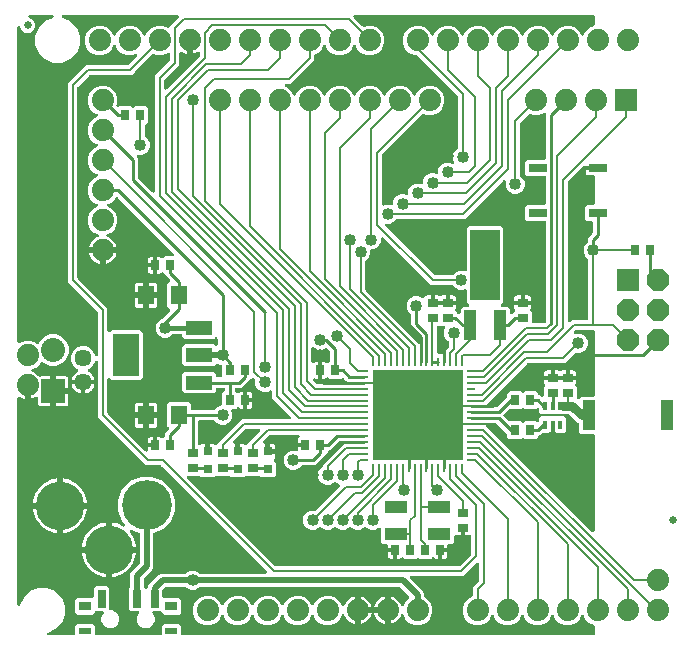
<source format=gbr>
G04 EAGLE Gerber RS-274X export*
G75*
%MOMM*%
%FSLAX34Y34*%
%LPD*%
%INTop Copper*%
%IPPOS*%
%AMOC8*
5,1,8,0,0,1.08239X$1,22.5*%
G01*
%ADD10R,0.280000X0.800000*%
%ADD11R,0.800000X0.280000*%
%ADD12R,7.650000X7.650000*%
%ADD13R,0.900000X0.700000*%
%ADD14R,0.700000X0.900000*%
%ADD15R,1.900000X1.100000*%
%ADD16R,1.000000X2.500000*%
%ADD17R,2.500000X6.000000*%
%ADD18R,0.350000X0.800000*%
%ADD19R,1.879600X1.879600*%
%ADD20P,2.034460X8X292.500000*%
%ADD21C,1.879600*%
%ADD22R,1.524000X0.762000*%
%ADD23R,1.400000X1.600000*%
%ADD24C,4.216000*%
%ADD25C,4.114800*%
%ADD26C,1.447800*%
%ADD27R,2.032000X2.032000*%
%ADD28C,2.032000*%
%ADD29R,0.800000X0.800000*%
%ADD30R,2.235200X1.219200*%
%ADD31R,2.200000X3.600000*%
%ADD32R,0.700000X1.500000*%
%ADD33R,1.000000X0.600000*%
%ADD34R,1.000000X0.800000*%
%ADD35R,1.016000X2.540000*%
%ADD36C,0.635000*%
%ADD37C,1.016000*%
%ADD38C,0.254000*%
%ADD39C,0.889000*%
%ADD40C,0.203200*%
%ADD41C,0.762000*%
%ADD42C,0.508000*%
%ADD43C,0.406400*%

G36*
X52090Y4080D02*
X52090Y4080D01*
X52209Y4087D01*
X52247Y4100D01*
X52288Y4105D01*
X52398Y4148D01*
X52511Y4185D01*
X52546Y4207D01*
X52583Y4222D01*
X52679Y4291D01*
X52780Y4355D01*
X52808Y4385D01*
X52841Y4408D01*
X52917Y4500D01*
X52998Y4587D01*
X53018Y4622D01*
X53043Y4653D01*
X53094Y4761D01*
X53152Y4865D01*
X53162Y4905D01*
X53179Y4941D01*
X53201Y5058D01*
X53231Y5173D01*
X53235Y5233D01*
X53239Y5253D01*
X53237Y5274D01*
X53241Y5334D01*
X53241Y12043D01*
X55027Y13829D01*
X67553Y13829D01*
X69339Y12043D01*
X69339Y5334D01*
X69354Y5216D01*
X69361Y5097D01*
X69374Y5059D01*
X69379Y5018D01*
X69422Y4908D01*
X69459Y4795D01*
X69481Y4760D01*
X69496Y4723D01*
X69565Y4627D01*
X69629Y4526D01*
X69659Y4498D01*
X69682Y4465D01*
X69774Y4389D01*
X69861Y4308D01*
X69896Y4288D01*
X69927Y4263D01*
X70035Y4212D01*
X70139Y4154D01*
X70179Y4144D01*
X70215Y4127D01*
X70332Y4105D01*
X70447Y4075D01*
X70507Y4071D01*
X70527Y4067D01*
X70548Y4069D01*
X70608Y4065D01*
X124972Y4065D01*
X125090Y4080D01*
X125209Y4087D01*
X125247Y4100D01*
X125288Y4105D01*
X125398Y4148D01*
X125511Y4185D01*
X125546Y4207D01*
X125583Y4222D01*
X125679Y4291D01*
X125780Y4355D01*
X125808Y4385D01*
X125841Y4408D01*
X125917Y4500D01*
X125998Y4587D01*
X126018Y4622D01*
X126043Y4653D01*
X126094Y4761D01*
X126152Y4865D01*
X126162Y4905D01*
X126179Y4941D01*
X126201Y5058D01*
X126231Y5173D01*
X126235Y5233D01*
X126239Y5253D01*
X126237Y5274D01*
X126241Y5334D01*
X126241Y12043D01*
X128027Y13829D01*
X140553Y13829D01*
X142339Y12043D01*
X142339Y5334D01*
X142354Y5216D01*
X142361Y5097D01*
X142374Y5059D01*
X142379Y5018D01*
X142422Y4908D01*
X142459Y4795D01*
X142481Y4760D01*
X142496Y4723D01*
X142565Y4627D01*
X142629Y4526D01*
X142659Y4498D01*
X142682Y4465D01*
X142774Y4389D01*
X142861Y4308D01*
X142896Y4288D01*
X142927Y4263D01*
X143035Y4212D01*
X143139Y4154D01*
X143179Y4144D01*
X143215Y4127D01*
X143332Y4105D01*
X143447Y4075D01*
X143507Y4071D01*
X143527Y4067D01*
X143548Y4069D01*
X143608Y4065D01*
X491490Y4065D01*
X491608Y4080D01*
X491727Y4087D01*
X491765Y4100D01*
X491806Y4105D01*
X491916Y4148D01*
X492029Y4185D01*
X492064Y4207D01*
X492101Y4222D01*
X492197Y4291D01*
X492298Y4355D01*
X492326Y4385D01*
X492359Y4408D01*
X492435Y4500D01*
X492516Y4587D01*
X492536Y4622D01*
X492561Y4653D01*
X492612Y4761D01*
X492670Y4865D01*
X492680Y4905D01*
X492697Y4941D01*
X492719Y5058D01*
X492749Y5173D01*
X492753Y5233D01*
X492757Y5253D01*
X492755Y5274D01*
X492759Y5334D01*
X492759Y12132D01*
X492756Y12161D01*
X492758Y12191D01*
X492736Y12319D01*
X492719Y12448D01*
X492709Y12475D01*
X492704Y12504D01*
X492650Y12623D01*
X492602Y12743D01*
X492585Y12767D01*
X492573Y12794D01*
X492492Y12896D01*
X492416Y13001D01*
X492393Y13019D01*
X492374Y13043D01*
X492271Y13121D01*
X492171Y13203D01*
X492144Y13216D01*
X492120Y13234D01*
X491976Y13305D01*
X488250Y14848D01*
X484748Y18350D01*
X483773Y20705D01*
X483704Y20825D01*
X483639Y20948D01*
X483625Y20963D01*
X483615Y20981D01*
X483518Y21081D01*
X483425Y21184D01*
X483408Y21195D01*
X483394Y21209D01*
X483275Y21282D01*
X483159Y21358D01*
X483140Y21365D01*
X483123Y21376D01*
X482990Y21416D01*
X482858Y21462D01*
X482838Y21463D01*
X482819Y21469D01*
X482680Y21476D01*
X482541Y21487D01*
X482521Y21483D01*
X482501Y21484D01*
X482365Y21456D01*
X482228Y21432D01*
X482209Y21424D01*
X482190Y21420D01*
X482064Y21359D01*
X481938Y21302D01*
X481922Y21289D01*
X481904Y21280D01*
X481798Y21190D01*
X481690Y21103D01*
X481677Y21087D01*
X481662Y21074D01*
X481582Y20960D01*
X481498Y20849D01*
X481486Y20824D01*
X481479Y20814D01*
X481472Y20795D01*
X481427Y20705D01*
X480452Y18350D01*
X476950Y14848D01*
X472376Y12953D01*
X467424Y12953D01*
X462850Y14848D01*
X459348Y18350D01*
X458373Y20705D01*
X458304Y20825D01*
X458239Y20948D01*
X458225Y20963D01*
X458215Y20981D01*
X458118Y21081D01*
X458025Y21184D01*
X458008Y21195D01*
X457994Y21209D01*
X457875Y21282D01*
X457759Y21358D01*
X457740Y21365D01*
X457723Y21376D01*
X457590Y21416D01*
X457458Y21462D01*
X457438Y21463D01*
X457419Y21469D01*
X457280Y21476D01*
X457141Y21487D01*
X457121Y21483D01*
X457101Y21484D01*
X456965Y21456D01*
X456828Y21432D01*
X456809Y21424D01*
X456790Y21420D01*
X456664Y21359D01*
X456538Y21302D01*
X456522Y21289D01*
X456504Y21280D01*
X456398Y21190D01*
X456290Y21103D01*
X456277Y21087D01*
X456262Y21074D01*
X456182Y20960D01*
X456098Y20849D01*
X456086Y20824D01*
X456079Y20814D01*
X456072Y20795D01*
X456027Y20705D01*
X455052Y18350D01*
X451550Y14848D01*
X446976Y12953D01*
X442024Y12953D01*
X437450Y14848D01*
X433948Y18350D01*
X432973Y20705D01*
X432904Y20825D01*
X432839Y20948D01*
X432825Y20963D01*
X432815Y20981D01*
X432718Y21081D01*
X432625Y21184D01*
X432608Y21195D01*
X432594Y21209D01*
X432475Y21282D01*
X432359Y21358D01*
X432340Y21365D01*
X432323Y21376D01*
X432190Y21416D01*
X432058Y21462D01*
X432038Y21463D01*
X432019Y21469D01*
X431880Y21476D01*
X431741Y21487D01*
X431721Y21483D01*
X431701Y21484D01*
X431565Y21456D01*
X431428Y21432D01*
X431409Y21424D01*
X431390Y21420D01*
X431264Y21359D01*
X431138Y21302D01*
X431122Y21289D01*
X431104Y21280D01*
X430998Y21190D01*
X430890Y21103D01*
X430877Y21087D01*
X430862Y21074D01*
X430782Y20960D01*
X430698Y20849D01*
X430686Y20824D01*
X430679Y20814D01*
X430672Y20795D01*
X430627Y20705D01*
X429652Y18350D01*
X426150Y14848D01*
X421576Y12953D01*
X416624Y12953D01*
X412050Y14848D01*
X408548Y18350D01*
X407573Y20705D01*
X407504Y20825D01*
X407439Y20948D01*
X407425Y20963D01*
X407415Y20981D01*
X407318Y21081D01*
X407225Y21184D01*
X407208Y21195D01*
X407194Y21209D01*
X407075Y21282D01*
X406959Y21358D01*
X406940Y21365D01*
X406923Y21376D01*
X406790Y21416D01*
X406658Y21462D01*
X406638Y21463D01*
X406619Y21469D01*
X406480Y21476D01*
X406341Y21487D01*
X406321Y21483D01*
X406301Y21484D01*
X406165Y21456D01*
X406028Y21432D01*
X406009Y21424D01*
X405990Y21420D01*
X405864Y21359D01*
X405738Y21302D01*
X405722Y21289D01*
X405704Y21280D01*
X405598Y21190D01*
X405490Y21103D01*
X405477Y21087D01*
X405462Y21074D01*
X405382Y20960D01*
X405298Y20849D01*
X405286Y20824D01*
X405279Y20814D01*
X405272Y20795D01*
X405227Y20705D01*
X404252Y18350D01*
X400750Y14848D01*
X396176Y12953D01*
X391224Y12953D01*
X386650Y14848D01*
X383148Y18350D01*
X381253Y22924D01*
X381253Y27876D01*
X383148Y32450D01*
X386650Y35952D01*
X388852Y36864D01*
X388877Y36879D01*
X388905Y36888D01*
X389015Y36957D01*
X389128Y37022D01*
X389149Y37042D01*
X389174Y37058D01*
X389263Y37152D01*
X389356Y37243D01*
X389372Y37268D01*
X389392Y37290D01*
X389455Y37403D01*
X389523Y37514D01*
X389531Y37542D01*
X389546Y37568D01*
X389578Y37694D01*
X389616Y37818D01*
X389618Y37847D01*
X389625Y37876D01*
X389635Y38037D01*
X389635Y44864D01*
X394344Y49572D01*
X394404Y49650D01*
X394472Y49722D01*
X394501Y49775D01*
X394538Y49823D01*
X394578Y49914D01*
X394626Y50001D01*
X394641Y50059D01*
X394665Y50115D01*
X394680Y50213D01*
X394705Y50309D01*
X394711Y50409D01*
X394715Y50429D01*
X394713Y50441D01*
X394715Y50469D01*
X394715Y64593D01*
X394698Y64730D01*
X394685Y64869D01*
X394678Y64888D01*
X394675Y64908D01*
X394624Y65037D01*
X394577Y65168D01*
X394566Y65185D01*
X394558Y65204D01*
X394477Y65316D01*
X394399Y65431D01*
X394383Y65445D01*
X394372Y65461D01*
X394264Y65550D01*
X394160Y65642D01*
X394142Y65651D01*
X394127Y65664D01*
X394001Y65723D01*
X393877Y65786D01*
X393857Y65791D01*
X393839Y65800D01*
X393703Y65826D01*
X393567Y65856D01*
X393546Y65856D01*
X393527Y65859D01*
X393388Y65851D01*
X393249Y65846D01*
X393229Y65841D01*
X393209Y65840D01*
X393077Y65797D01*
X392943Y65758D01*
X392926Y65748D01*
X392907Y65742D01*
X392789Y65667D01*
X392669Y65597D01*
X392648Y65578D01*
X392638Y65571D01*
X392624Y65556D01*
X392549Y65490D01*
X381414Y54355D01*
X337613Y54355D01*
X337475Y54338D01*
X337336Y54325D01*
X337317Y54318D01*
X337297Y54315D01*
X337168Y54264D01*
X337037Y54217D01*
X337020Y54206D01*
X337001Y54198D01*
X336889Y54117D01*
X336774Y54039D01*
X336760Y54023D01*
X336744Y54012D01*
X336655Y53904D01*
X336563Y53800D01*
X336554Y53782D01*
X336541Y53767D01*
X336482Y53641D01*
X336419Y53517D01*
X336414Y53497D01*
X336406Y53479D01*
X336380Y53343D01*
X336349Y53207D01*
X336350Y53186D01*
X336346Y53167D01*
X336355Y53028D01*
X336359Y52889D01*
X336364Y52869D01*
X336366Y52849D01*
X336408Y52717D01*
X336447Y52583D01*
X336457Y52566D01*
X336464Y52547D01*
X336538Y52429D01*
X336609Y52309D01*
X336627Y52288D01*
X336634Y52278D01*
X336649Y52264D01*
X336715Y52189D01*
X345887Y43016D01*
X347638Y41266D01*
X348489Y39212D01*
X348489Y37405D01*
X348492Y37376D01*
X348490Y37347D01*
X348512Y37219D01*
X348529Y37090D01*
X348539Y37062D01*
X348544Y37033D01*
X348598Y36915D01*
X348646Y36794D01*
X348663Y36770D01*
X348675Y36743D01*
X348756Y36642D01*
X348832Y36537D01*
X348855Y36518D01*
X348874Y36495D01*
X348977Y36417D01*
X349077Y36334D01*
X349104Y36321D01*
X349128Y36304D01*
X349272Y36233D01*
X349951Y35952D01*
X353452Y32450D01*
X355347Y27876D01*
X355347Y22924D01*
X353452Y18350D01*
X349950Y14848D01*
X345376Y12953D01*
X340424Y12953D01*
X335850Y14848D01*
X332348Y18350D01*
X331095Y21375D01*
X331080Y21401D01*
X331071Y21430D01*
X331001Y21539D01*
X330937Y21652D01*
X330916Y21673D01*
X330900Y21698D01*
X330806Y21787D01*
X330716Y21880D01*
X330690Y21896D01*
X330669Y21916D01*
X330555Y21979D01*
X330445Y22046D01*
X330416Y22055D01*
X330390Y22069D01*
X330265Y22102D01*
X330141Y22140D01*
X330111Y22141D01*
X330082Y22149D01*
X329952Y22149D01*
X329823Y22155D01*
X329794Y22149D01*
X329764Y22149D01*
X329639Y22117D01*
X329512Y22091D01*
X329485Y22078D01*
X329456Y22070D01*
X329343Y22008D01*
X329226Y21951D01*
X329203Y21932D01*
X329177Y21917D01*
X329083Y21829D01*
X328984Y21745D01*
X328967Y21720D01*
X328945Y21700D01*
X328876Y21591D01*
X328801Y21485D01*
X328790Y21457D01*
X328774Y21431D01*
X328715Y21282D01*
X328564Y20817D01*
X327711Y19143D01*
X326606Y17622D01*
X325278Y16294D01*
X323757Y15189D01*
X322083Y14336D01*
X320296Y13755D01*
X320039Y13715D01*
X320039Y24130D01*
X320024Y24248D01*
X320017Y24367D01*
X320004Y24405D01*
X319999Y24445D01*
X319956Y24556D01*
X319919Y24669D01*
X319897Y24703D01*
X319882Y24741D01*
X319812Y24837D01*
X319749Y24938D01*
X319719Y24966D01*
X319695Y24998D01*
X319604Y25074D01*
X319517Y25156D01*
X319482Y25175D01*
X319451Y25201D01*
X319343Y25252D01*
X319239Y25309D01*
X319199Y25320D01*
X319163Y25337D01*
X319046Y25359D01*
X318931Y25389D01*
X318870Y25393D01*
X318850Y25397D01*
X318830Y25395D01*
X318770Y25399D01*
X317499Y25399D01*
X317499Y25401D01*
X318770Y25401D01*
X318888Y25416D01*
X319007Y25423D01*
X319045Y25436D01*
X319085Y25441D01*
X319196Y25485D01*
X319309Y25521D01*
X319344Y25543D01*
X319381Y25558D01*
X319477Y25628D01*
X319578Y25691D01*
X319606Y25721D01*
X319639Y25745D01*
X319714Y25836D01*
X319796Y25923D01*
X319816Y25958D01*
X319841Y25990D01*
X319892Y26097D01*
X319950Y26202D01*
X319960Y26241D01*
X319977Y26277D01*
X319999Y26394D01*
X320029Y26509D01*
X320033Y26570D01*
X320037Y26590D01*
X320035Y26610D01*
X320039Y26670D01*
X320039Y37085D01*
X320296Y37045D01*
X322083Y36464D01*
X323757Y35611D01*
X325278Y34506D01*
X326606Y33178D01*
X327711Y31657D01*
X328564Y29983D01*
X328715Y29518D01*
X328728Y29491D01*
X328735Y29462D01*
X328795Y29348D01*
X328850Y29230D01*
X328869Y29207D01*
X328883Y29181D01*
X328970Y29085D01*
X329053Y28985D01*
X329077Y28968D01*
X329097Y28946D01*
X329206Y28874D01*
X329310Y28798D01*
X329338Y28787D01*
X329363Y28771D01*
X329486Y28729D01*
X329606Y28681D01*
X329636Y28677D01*
X329664Y28668D01*
X329793Y28657D01*
X329921Y28641D01*
X329951Y28645D01*
X329981Y28642D01*
X330109Y28665D01*
X330237Y28681D01*
X330265Y28692D01*
X330294Y28697D01*
X330412Y28750D01*
X330533Y28798D01*
X330557Y28815D01*
X330584Y28827D01*
X330685Y28908D01*
X330790Y28984D01*
X330809Y29007D01*
X330833Y29026D01*
X330911Y29130D01*
X330993Y29229D01*
X331006Y29256D01*
X331024Y29280D01*
X331095Y29425D01*
X332348Y32450D01*
X335600Y35702D01*
X335673Y35796D01*
X335751Y35885D01*
X335770Y35921D01*
X335794Y35953D01*
X335842Y36063D01*
X335896Y36168D01*
X335905Y36208D01*
X335921Y36245D01*
X335939Y36363D01*
X335966Y36479D01*
X335964Y36519D01*
X335971Y36559D01*
X335959Y36678D01*
X335956Y36797D01*
X335945Y36835D01*
X335941Y36876D01*
X335901Y36988D01*
X335867Y37102D01*
X335847Y37137D01*
X335833Y37175D01*
X335766Y37274D01*
X335706Y37376D01*
X335666Y37421D01*
X335655Y37438D01*
X335639Y37452D01*
X335600Y37497D01*
X328257Y44840D01*
X328179Y44900D01*
X328106Y44968D01*
X328053Y44997D01*
X328006Y45034D01*
X327915Y45074D01*
X327828Y45122D01*
X327769Y45137D01*
X327714Y45161D01*
X327616Y45176D01*
X327520Y45201D01*
X327420Y45207D01*
X327400Y45211D01*
X327387Y45209D01*
X327359Y45211D01*
X158833Y45211D01*
X158735Y45199D01*
X158636Y45196D01*
X158577Y45179D01*
X158517Y45171D01*
X158425Y45135D01*
X158330Y45107D01*
X158278Y45077D01*
X158222Y45054D01*
X158142Y44996D01*
X158056Y44946D01*
X157981Y44880D01*
X157964Y44868D01*
X157956Y44858D01*
X157935Y44840D01*
X157005Y43909D01*
X154017Y42671D01*
X150783Y42671D01*
X147795Y43909D01*
X146865Y44840D01*
X146786Y44900D01*
X146714Y44968D01*
X146661Y44997D01*
X146613Y45034D01*
X146522Y45074D01*
X146436Y45122D01*
X146377Y45137D01*
X146322Y45161D01*
X146224Y45176D01*
X146128Y45201D01*
X146028Y45207D01*
X146007Y45211D01*
X145995Y45209D01*
X145967Y45211D01*
X129841Y45211D01*
X129742Y45199D01*
X129643Y45196D01*
X129585Y45179D01*
X129525Y45171D01*
X129433Y45135D01*
X129338Y45107D01*
X129286Y45077D01*
X129229Y45054D01*
X129149Y44996D01*
X129064Y44946D01*
X128989Y44880D01*
X128972Y44868D01*
X128964Y44858D01*
X128943Y44840D01*
X127210Y43107D01*
X127150Y43029D01*
X127082Y42956D01*
X127053Y42903D01*
X127016Y42856D01*
X126976Y42765D01*
X126928Y42678D01*
X126913Y42619D01*
X126889Y42564D01*
X126874Y42466D01*
X126849Y42370D01*
X126843Y42270D01*
X126839Y42250D01*
X126841Y42237D01*
X126839Y42209D01*
X126839Y37098D01*
X126854Y36980D01*
X126861Y36861D01*
X126874Y36823D01*
X126879Y36782D01*
X126922Y36672D01*
X126959Y36559D01*
X126981Y36524D01*
X126996Y36487D01*
X127065Y36391D01*
X127129Y36290D01*
X127159Y36262D01*
X127182Y36229D01*
X127274Y36153D01*
X127361Y36072D01*
X127396Y36052D01*
X127427Y36027D01*
X127535Y35976D01*
X127639Y35918D01*
X127679Y35908D01*
X127715Y35891D01*
X127832Y35869D01*
X127947Y35839D01*
X128007Y35835D01*
X128027Y35831D01*
X128048Y35833D01*
X128108Y35829D01*
X140553Y35829D01*
X142339Y34043D01*
X142339Y23517D01*
X140553Y21731D01*
X128027Y21731D01*
X126233Y23525D01*
X126226Y23580D01*
X126219Y23699D01*
X126206Y23737D01*
X126201Y23778D01*
X126158Y23888D01*
X126121Y24001D01*
X126099Y24036D01*
X126084Y24073D01*
X126015Y24169D01*
X125951Y24270D01*
X125921Y24298D01*
X125898Y24331D01*
X125806Y24407D01*
X125719Y24488D01*
X125684Y24508D01*
X125653Y24533D01*
X125545Y24584D01*
X125441Y24642D01*
X125401Y24652D01*
X125365Y24669D01*
X125248Y24691D01*
X125133Y24721D01*
X125073Y24725D01*
X125053Y24729D01*
X125032Y24727D01*
X124972Y24731D01*
X119578Y24731D01*
X119440Y24714D01*
X119302Y24701D01*
X119283Y24694D01*
X119263Y24691D01*
X119133Y24640D01*
X119003Y24593D01*
X118986Y24582D01*
X118967Y24574D01*
X118855Y24493D01*
X118740Y24415D01*
X118726Y24399D01*
X118710Y24388D01*
X118621Y24280D01*
X118529Y24176D01*
X118520Y24158D01*
X118507Y24143D01*
X118448Y24017D01*
X118385Y23893D01*
X118380Y23873D01*
X118372Y23855D01*
X118345Y23718D01*
X118315Y23583D01*
X118316Y23562D01*
X118312Y23543D01*
X118320Y23404D01*
X118325Y23265D01*
X118330Y23245D01*
X118332Y23225D01*
X118374Y23093D01*
X118413Y22959D01*
X118423Y22942D01*
X118430Y22923D01*
X118504Y22805D01*
X118575Y22685D01*
X118593Y22664D01*
X118600Y22654D01*
X118615Y22640D01*
X118681Y22564D01*
X119190Y22056D01*
X120339Y19282D01*
X120339Y16278D01*
X119190Y13504D01*
X117066Y11380D01*
X114292Y10231D01*
X111288Y10231D01*
X108514Y11380D01*
X106390Y13504D01*
X105241Y16278D01*
X105241Y19282D01*
X106390Y22056D01*
X106899Y22564D01*
X106984Y22674D01*
X107073Y22781D01*
X107082Y22800D01*
X107094Y22816D01*
X107149Y22944D01*
X107208Y23069D01*
X107212Y23089D01*
X107220Y23108D01*
X107242Y23246D01*
X107268Y23382D01*
X107267Y23402D01*
X107270Y23422D01*
X107257Y23561D01*
X107248Y23699D01*
X107242Y23718D01*
X107240Y23738D01*
X107193Y23869D01*
X107150Y24001D01*
X107140Y24019D01*
X107133Y24038D01*
X107055Y24152D01*
X106980Y24270D01*
X106966Y24284D01*
X106954Y24301D01*
X106850Y24393D01*
X106749Y24488D01*
X106731Y24498D01*
X106716Y24511D01*
X106592Y24574D01*
X106470Y24642D01*
X106451Y24647D01*
X106433Y24656D01*
X106297Y24686D01*
X106162Y24721D01*
X106134Y24723D01*
X106122Y24726D01*
X106102Y24725D01*
X106002Y24731D01*
X100527Y24731D01*
X98741Y26517D01*
X98741Y44043D01*
X99329Y44631D01*
X99390Y44709D01*
X99458Y44781D01*
X99487Y44835D01*
X99524Y44882D01*
X99564Y44973D01*
X99612Y45060D01*
X99627Y45119D01*
X99651Y45174D01*
X99666Y45272D01*
X99691Y45368D01*
X99697Y45468D01*
X99701Y45488D01*
X99699Y45501D01*
X99701Y45529D01*
X99701Y55602D01*
X100552Y57656D01*
X107418Y64521D01*
X107478Y64599D01*
X107546Y64672D01*
X107575Y64725D01*
X107612Y64772D01*
X107652Y64863D01*
X107700Y64950D01*
X107715Y65009D01*
X107739Y65064D01*
X107754Y65162D01*
X107779Y65258D01*
X107785Y65358D01*
X107789Y65378D01*
X107787Y65391D01*
X107789Y65419D01*
X107789Y89650D01*
X107786Y89679D01*
X107788Y89709D01*
X107766Y89837D01*
X107749Y89966D01*
X107739Y89993D01*
X107734Y90022D01*
X107680Y90141D01*
X107632Y90261D01*
X107615Y90285D01*
X107603Y90312D01*
X107522Y90414D01*
X107446Y90519D01*
X107423Y90538D01*
X107404Y90561D01*
X107301Y90639D01*
X107201Y90721D01*
X107174Y90734D01*
X107150Y90752D01*
X107006Y90823D01*
X100925Y93341D01*
X100775Y93382D01*
X100622Y93425D01*
X100620Y93425D01*
X100619Y93425D01*
X100457Y93428D01*
X100304Y93431D01*
X100302Y93430D01*
X100301Y93430D01*
X100138Y93391D01*
X99994Y93357D01*
X99993Y93357D01*
X99991Y93356D01*
X99848Y93281D01*
X99713Y93209D01*
X99712Y93208D01*
X99710Y93207D01*
X99596Y93103D01*
X99477Y92996D01*
X99476Y92995D01*
X99475Y92993D01*
X99387Y92860D01*
X99302Y92731D01*
X99301Y92729D01*
X99300Y92728D01*
X99247Y92574D01*
X99198Y92430D01*
X99197Y92428D01*
X99197Y92427D01*
X99184Y92269D01*
X99172Y92113D01*
X99172Y92112D01*
X99172Y92110D01*
X99199Y91952D01*
X99225Y91800D01*
X99226Y91798D01*
X99226Y91797D01*
X99291Y91653D01*
X99355Y91509D01*
X99356Y91508D01*
X99357Y91507D01*
X99359Y91504D01*
X99447Y91377D01*
X100481Y90081D01*
X101862Y87883D01*
X102989Y85544D01*
X103846Y83093D01*
X104424Y80562D01*
X104575Y79223D01*
X84139Y79223D01*
X84139Y99659D01*
X85478Y99508D01*
X88009Y98930D01*
X90460Y98073D01*
X92799Y96946D01*
X93511Y96499D01*
X93527Y96492D01*
X93540Y96481D01*
X93671Y96425D01*
X93799Y96365D01*
X93816Y96361D01*
X93832Y96355D01*
X93973Y96332D01*
X94112Y96306D01*
X94129Y96308D01*
X94146Y96305D01*
X94288Y96318D01*
X94429Y96328D01*
X94446Y96333D01*
X94463Y96335D01*
X94597Y96383D01*
X94731Y96427D01*
X94746Y96436D01*
X94762Y96442D01*
X94880Y96522D01*
X94999Y96599D01*
X95011Y96611D01*
X95025Y96621D01*
X95119Y96727D01*
X95216Y96831D01*
X95224Y96846D01*
X95236Y96859D01*
X95300Y96986D01*
X95368Y97111D01*
X95372Y97127D01*
X95380Y97143D01*
X95411Y97281D01*
X95446Y97419D01*
X95446Y97436D01*
X95450Y97453D01*
X95446Y97594D01*
X95445Y97737D01*
X95441Y97754D01*
X95440Y97771D01*
X95401Y97907D01*
X95365Y98045D01*
X95357Y98060D01*
X95352Y98076D01*
X95280Y98198D01*
X95211Y98323D01*
X95199Y98335D01*
X95190Y98350D01*
X95084Y98471D01*
X92923Y100632D01*
X89249Y109500D01*
X89249Y119100D01*
X92923Y127968D01*
X99710Y134755D01*
X108578Y138429D01*
X118178Y138429D01*
X127046Y134755D01*
X133833Y127968D01*
X137507Y119100D01*
X137507Y109500D01*
X133833Y100632D01*
X127046Y93845D01*
X119750Y90823D01*
X119725Y90808D01*
X119697Y90799D01*
X119587Y90730D01*
X119474Y90665D01*
X119453Y90645D01*
X119428Y90629D01*
X119339Y90534D01*
X119246Y90444D01*
X119230Y90419D01*
X119210Y90397D01*
X119147Y90284D01*
X119079Y90173D01*
X119071Y90145D01*
X119056Y90119D01*
X119024Y89993D01*
X118986Y89869D01*
X118984Y89839D01*
X118977Y89811D01*
X118967Y89650D01*
X118967Y61466D01*
X118116Y59412D01*
X111250Y52547D01*
X111190Y52469D01*
X111122Y52396D01*
X111093Y52343D01*
X111056Y52296D01*
X111016Y52205D01*
X110968Y52118D01*
X110953Y52059D01*
X110929Y52004D01*
X110914Y51906D01*
X110889Y51810D01*
X110883Y51710D01*
X110879Y51690D01*
X110881Y51677D01*
X110879Y51649D01*
X110879Y45529D01*
X110891Y45430D01*
X110894Y45331D01*
X110911Y45273D01*
X110919Y45213D01*
X110955Y45121D01*
X110983Y45026D01*
X111013Y44974D01*
X111036Y44917D01*
X111094Y44837D01*
X111144Y44752D01*
X111210Y44677D01*
X111222Y44660D01*
X111232Y44652D01*
X111251Y44631D01*
X111893Y43989D01*
X111987Y43916D01*
X112076Y43837D01*
X112112Y43819D01*
X112144Y43794D01*
X112253Y43747D01*
X112359Y43693D01*
X112399Y43684D01*
X112436Y43668D01*
X112553Y43649D01*
X112669Y43623D01*
X112710Y43624D01*
X112750Y43618D01*
X112868Y43629D01*
X112987Y43633D01*
X113026Y43644D01*
X113066Y43648D01*
X113178Y43688D01*
X113293Y43721D01*
X113328Y43742D01*
X113366Y43755D01*
X113464Y43822D01*
X113567Y43883D01*
X113612Y43923D01*
X113629Y43934D01*
X113642Y43949D01*
X113688Y43989D01*
X114382Y44684D01*
X114388Y44691D01*
X114395Y44697D01*
X114485Y44816D01*
X114577Y44935D01*
X114581Y44944D01*
X114586Y44951D01*
X114657Y45095D01*
X115552Y47256D01*
X123834Y55538D01*
X125888Y56389D01*
X145967Y56389D01*
X146065Y56401D01*
X146164Y56404D01*
X146223Y56421D01*
X146283Y56429D01*
X146375Y56465D01*
X146470Y56493D01*
X146522Y56523D01*
X146578Y56546D01*
X146658Y56604D01*
X146744Y56654D01*
X146819Y56720D01*
X146836Y56732D01*
X146844Y56742D01*
X146865Y56760D01*
X147795Y57691D01*
X150783Y58929D01*
X154017Y58929D01*
X157005Y57691D01*
X157935Y56760D01*
X158014Y56700D01*
X158086Y56632D01*
X158139Y56603D01*
X158187Y56566D01*
X158278Y56526D01*
X158364Y56478D01*
X158423Y56463D01*
X158478Y56439D01*
X158576Y56424D01*
X158672Y56399D01*
X158772Y56393D01*
X158793Y56389D01*
X158805Y56391D01*
X158833Y56389D01*
X214199Y56389D01*
X214336Y56406D01*
X214475Y56419D01*
X214494Y56426D01*
X214514Y56429D01*
X214643Y56480D01*
X214774Y56527D01*
X214791Y56538D01*
X214810Y56546D01*
X214922Y56627D01*
X215037Y56705D01*
X215051Y56721D01*
X215067Y56732D01*
X215156Y56840D01*
X215248Y56944D01*
X215257Y56962D01*
X215270Y56977D01*
X215329Y57103D01*
X215392Y57227D01*
X215397Y57247D01*
X215406Y57265D01*
X215432Y57401D01*
X215462Y57537D01*
X215462Y57558D01*
X215465Y57577D01*
X215457Y57716D01*
X215452Y57855D01*
X215447Y57875D01*
X215446Y57895D01*
X215403Y58027D01*
X215364Y58161D01*
X215354Y58178D01*
X215348Y58197D01*
X215273Y58315D01*
X215203Y58435D01*
X215184Y58456D01*
X215177Y58466D01*
X215163Y58480D01*
X215096Y58555D01*
X125688Y147964D01*
X125610Y148024D01*
X125538Y148092D01*
X125485Y148121D01*
X125437Y148158D01*
X125346Y148198D01*
X125259Y148246D01*
X125201Y148261D01*
X125145Y148285D01*
X125047Y148300D01*
X124951Y148325D01*
X124851Y148331D01*
X124831Y148335D01*
X124819Y148333D01*
X124791Y148335D01*
X112616Y148335D01*
X72135Y188816D01*
X72135Y235382D01*
X72127Y235451D01*
X72128Y235521D01*
X72107Y235608D01*
X72095Y235697D01*
X72070Y235762D01*
X72053Y235830D01*
X72011Y235909D01*
X71978Y235993D01*
X71937Y236049D01*
X71905Y236111D01*
X71844Y236177D01*
X71792Y236250D01*
X71738Y236295D01*
X71691Y236346D01*
X71616Y236396D01*
X71547Y236453D01*
X71483Y236483D01*
X71425Y236521D01*
X71340Y236550D01*
X71259Y236588D01*
X71190Y236602D01*
X71124Y236624D01*
X71035Y236631D01*
X70947Y236648D01*
X70877Y236644D01*
X70807Y236649D01*
X70719Y236634D01*
X70629Y236628D01*
X70563Y236607D01*
X70494Y236595D01*
X70412Y236558D01*
X70327Y236530D01*
X70268Y236493D01*
X70204Y236464D01*
X70134Y236408D01*
X70058Y236360D01*
X70010Y236309D01*
X69956Y236266D01*
X69901Y236194D01*
X69840Y236129D01*
X69806Y236068D01*
X69764Y236012D01*
X69693Y235867D01*
X68412Y232772D01*
X65518Y229878D01*
X64519Y229465D01*
X64442Y229421D01*
X64359Y229385D01*
X64304Y229342D01*
X64243Y229307D01*
X64179Y229245D01*
X64108Y229190D01*
X64065Y229135D01*
X64015Y229086D01*
X63968Y229010D01*
X63913Y228939D01*
X63885Y228875D01*
X63848Y228815D01*
X63822Y228729D01*
X63786Y228647D01*
X63775Y228578D01*
X63755Y228511D01*
X63751Y228422D01*
X63736Y228333D01*
X63743Y228264D01*
X63740Y228193D01*
X63758Y228106D01*
X63766Y228017D01*
X63790Y227951D01*
X63804Y227882D01*
X63843Y227802D01*
X63874Y227717D01*
X63913Y227659D01*
X63944Y227596D01*
X64002Y227528D01*
X64052Y227454D01*
X64105Y227408D01*
X64150Y227354D01*
X64223Y227303D01*
X64290Y227244D01*
X64398Y227180D01*
X64410Y227171D01*
X64416Y227169D01*
X64429Y227161D01*
X64816Y226964D01*
X66061Y226060D01*
X67150Y224971D01*
X68054Y223726D01*
X68753Y222354D01*
X69229Y220890D01*
X69315Y220349D01*
X60170Y220349D01*
X60052Y220334D01*
X59933Y220327D01*
X59895Y220314D01*
X59855Y220309D01*
X59744Y220266D01*
X59696Y220250D01*
X59678Y220260D01*
X59639Y220270D01*
X59603Y220287D01*
X59486Y220309D01*
X59370Y220339D01*
X59310Y220343D01*
X59290Y220347D01*
X59270Y220345D01*
X59210Y220349D01*
X50065Y220349D01*
X50151Y220890D01*
X50627Y222354D01*
X51326Y223726D01*
X52230Y224971D01*
X53319Y226060D01*
X54564Y226964D01*
X54951Y227161D01*
X55025Y227212D01*
X55104Y227254D01*
X55156Y227301D01*
X55214Y227340D01*
X55273Y227407D01*
X55340Y227468D01*
X55378Y227526D01*
X55425Y227579D01*
X55465Y227659D01*
X55514Y227733D01*
X55537Y227800D01*
X55569Y227862D01*
X55589Y227949D01*
X55618Y228034D01*
X55623Y228104D01*
X55638Y228172D01*
X55636Y228262D01*
X55643Y228351D01*
X55631Y228420D01*
X55629Y228490D01*
X55604Y228576D01*
X55588Y228664D01*
X55560Y228728D01*
X55540Y228796D01*
X55495Y228873D01*
X55458Y228954D01*
X55414Y229009D01*
X55378Y229070D01*
X55315Y229133D01*
X55259Y229203D01*
X55203Y229245D01*
X55154Y229295D01*
X55077Y229340D01*
X55005Y229394D01*
X54893Y229449D01*
X54880Y229457D01*
X54874Y229459D01*
X54861Y229465D01*
X53862Y229878D01*
X50968Y232772D01*
X49402Y236554D01*
X49402Y240646D01*
X50968Y244428D01*
X53862Y247322D01*
X57644Y248888D01*
X61736Y248888D01*
X65518Y247322D01*
X68412Y244428D01*
X69693Y241333D01*
X69728Y241272D01*
X69754Y241207D01*
X69806Y241135D01*
X69851Y241057D01*
X69899Y241006D01*
X69940Y240950D01*
X70010Y240893D01*
X70072Y240828D01*
X70132Y240792D01*
X70185Y240747D01*
X70267Y240709D01*
X70343Y240662D01*
X70410Y240641D01*
X70473Y240612D01*
X70561Y240595D01*
X70647Y240568D01*
X70717Y240565D01*
X70786Y240552D01*
X70875Y240557D01*
X70965Y240553D01*
X71033Y240567D01*
X71103Y240572D01*
X71188Y240599D01*
X71276Y240617D01*
X71339Y240648D01*
X71405Y240670D01*
X71481Y240718D01*
X71562Y240757D01*
X71615Y240802D01*
X71674Y240840D01*
X71736Y240905D01*
X71804Y240963D01*
X71844Y241020D01*
X71892Y241071D01*
X71935Y241150D01*
X71987Y241223D01*
X72012Y241289D01*
X72046Y241350D01*
X72068Y241437D01*
X72100Y241521D01*
X72108Y241590D01*
X72125Y241658D01*
X72135Y241818D01*
X72135Y277191D01*
X72123Y277289D01*
X72120Y277388D01*
X72103Y277446D01*
X72095Y277506D01*
X72059Y277598D01*
X72031Y277693D01*
X72001Y277745D01*
X71978Y277802D01*
X71920Y277882D01*
X71870Y277967D01*
X71804Y278043D01*
X71792Y278059D01*
X71782Y278067D01*
X71764Y278088D01*
X46735Y303116D01*
X46735Y471584D01*
X61816Y486665D01*
X96851Y486665D01*
X96949Y486677D01*
X97048Y486680D01*
X97106Y486697D01*
X97166Y486705D01*
X97258Y486741D01*
X97353Y486769D01*
X97406Y486799D01*
X97462Y486822D01*
X97542Y486880D01*
X97627Y486930D01*
X97703Y486996D01*
X97719Y487008D01*
X97727Y487018D01*
X97748Y487036D01*
X105097Y494385D01*
X105140Y494440D01*
X105190Y494489D01*
X105235Y494563D01*
X105252Y494584D01*
X105255Y494589D01*
X105292Y494636D01*
X105320Y494701D01*
X105356Y494760D01*
X105382Y494846D01*
X105418Y494928D01*
X105429Y494997D01*
X105450Y495064D01*
X105454Y495153D01*
X105468Y495242D01*
X105461Y495312D01*
X105465Y495382D01*
X105447Y495469D01*
X105438Y495559D01*
X105415Y495625D01*
X105400Y495693D01*
X105361Y495774D01*
X105331Y495858D01*
X105291Y495916D01*
X105261Y495979D01*
X105202Y496047D01*
X105152Y496121D01*
X105100Y496168D01*
X105054Y496221D01*
X104981Y496273D01*
X104914Y496332D01*
X104851Y496364D01*
X104794Y496404D01*
X104710Y496436D01*
X104630Y496477D01*
X104562Y496492D01*
X104497Y496517D01*
X104408Y496527D01*
X104320Y496546D01*
X104250Y496544D01*
X104181Y496552D01*
X104092Y496539D01*
X104002Y496537D01*
X103935Y496517D01*
X103866Y496507D01*
X103714Y496455D01*
X101536Y495553D01*
X96584Y495553D01*
X92010Y497448D01*
X88508Y500950D01*
X87533Y503305D01*
X87464Y503425D01*
X87399Y503548D01*
X87385Y503563D01*
X87375Y503581D01*
X87278Y503681D01*
X87185Y503784D01*
X87168Y503795D01*
X87154Y503809D01*
X87036Y503882D01*
X86919Y503958D01*
X86900Y503965D01*
X86883Y503976D01*
X86750Y504016D01*
X86618Y504062D01*
X86598Y504063D01*
X86579Y504069D01*
X86440Y504076D01*
X86301Y504087D01*
X86281Y504083D01*
X86261Y504084D01*
X86125Y504056D01*
X85988Y504032D01*
X85969Y504024D01*
X85950Y504020D01*
X85825Y503959D01*
X85698Y503902D01*
X85682Y503889D01*
X85664Y503880D01*
X85558Y503790D01*
X85450Y503703D01*
X85437Y503687D01*
X85422Y503674D01*
X85342Y503560D01*
X85258Y503449D01*
X85246Y503424D01*
X85239Y503414D01*
X85232Y503395D01*
X85187Y503305D01*
X84212Y500950D01*
X80710Y497448D01*
X76136Y495553D01*
X71184Y495553D01*
X66610Y497448D01*
X63108Y500950D01*
X61213Y505524D01*
X61213Y510476D01*
X63108Y515050D01*
X66610Y518552D01*
X71184Y520447D01*
X76136Y520447D01*
X80710Y518552D01*
X84212Y515050D01*
X85187Y512695D01*
X85256Y512575D01*
X85321Y512452D01*
X85335Y512437D01*
X85345Y512419D01*
X85442Y512319D01*
X85535Y512216D01*
X85552Y512205D01*
X85566Y512191D01*
X85685Y512118D01*
X85801Y512042D01*
X85820Y512035D01*
X85837Y512024D01*
X85970Y511984D01*
X86102Y511938D01*
X86122Y511937D01*
X86141Y511931D01*
X86280Y511924D01*
X86419Y511913D01*
X86439Y511917D01*
X86459Y511916D01*
X86595Y511944D01*
X86732Y511968D01*
X86751Y511976D01*
X86770Y511980D01*
X86896Y512041D01*
X87022Y512098D01*
X87038Y512111D01*
X87056Y512120D01*
X87162Y512210D01*
X87270Y512297D01*
X87283Y512313D01*
X87298Y512326D01*
X87378Y512440D01*
X87462Y512551D01*
X87474Y512576D01*
X87481Y512586D01*
X87488Y512605D01*
X87533Y512695D01*
X88508Y515050D01*
X92010Y518552D01*
X96584Y520447D01*
X101536Y520447D01*
X106110Y518552D01*
X109612Y515050D01*
X110587Y512695D01*
X110656Y512575D01*
X110721Y512452D01*
X110735Y512437D01*
X110745Y512419D01*
X110842Y512319D01*
X110935Y512216D01*
X110952Y512205D01*
X110966Y512191D01*
X111085Y512118D01*
X111201Y512042D01*
X111220Y512035D01*
X111237Y512024D01*
X111370Y511984D01*
X111502Y511938D01*
X111522Y511937D01*
X111541Y511931D01*
X111680Y511924D01*
X111819Y511913D01*
X111839Y511917D01*
X111859Y511916D01*
X111995Y511944D01*
X112132Y511968D01*
X112151Y511976D01*
X112170Y511980D01*
X112296Y512041D01*
X112422Y512098D01*
X112438Y512111D01*
X112456Y512120D01*
X112562Y512210D01*
X112670Y512297D01*
X112683Y512313D01*
X112698Y512326D01*
X112778Y512440D01*
X112862Y512551D01*
X112874Y512576D01*
X112881Y512586D01*
X112888Y512605D01*
X112933Y512695D01*
X113908Y515050D01*
X117410Y518552D01*
X121984Y520447D01*
X126936Y520447D01*
X131340Y518622D01*
X131388Y518609D01*
X131433Y518588D01*
X131541Y518567D01*
X131647Y518538D01*
X131697Y518538D01*
X131746Y518528D01*
X131855Y518535D01*
X131965Y518533D01*
X132013Y518545D01*
X132063Y518548D01*
X132167Y518582D01*
X132274Y518607D01*
X132318Y518631D01*
X132365Y518646D01*
X132458Y518705D01*
X132555Y518756D01*
X132592Y518790D01*
X132634Y518816D01*
X132709Y518896D01*
X132791Y518970D01*
X132818Y519012D01*
X132852Y519048D01*
X132905Y519144D01*
X132965Y519236D01*
X132982Y519283D01*
X133006Y519326D01*
X133033Y519433D01*
X133069Y519537D01*
X133073Y519586D01*
X133085Y519634D01*
X133095Y519795D01*
X133095Y519844D01*
X140343Y527092D01*
X140420Y527168D01*
X140505Y527278D01*
X140594Y527385D01*
X140603Y527404D01*
X140615Y527420D01*
X140670Y527547D01*
X140730Y527673D01*
X140733Y527693D01*
X140741Y527711D01*
X140763Y527849D01*
X140789Y527986D01*
X140788Y528006D01*
X140791Y528025D01*
X140778Y528164D01*
X140770Y528303D01*
X140763Y528322D01*
X140761Y528342D01*
X140714Y528473D01*
X140672Y528605D01*
X140661Y528622D01*
X140654Y528641D01*
X140576Y528757D01*
X140501Y528874D01*
X140487Y528888D01*
X140475Y528905D01*
X140371Y528996D01*
X140270Y529092D01*
X140252Y529102D01*
X140237Y529115D01*
X140113Y529178D01*
X139991Y529246D01*
X139972Y529251D01*
X139954Y529260D01*
X139818Y529290D01*
X139683Y529325D01*
X139655Y529327D01*
X139644Y529329D01*
X139623Y529329D01*
X139523Y529335D01*
X42750Y529335D01*
X42681Y529327D01*
X42611Y529328D01*
X42523Y529307D01*
X42434Y529295D01*
X42369Y529270D01*
X42301Y529253D01*
X42222Y529211D01*
X42139Y529178D01*
X42082Y529137D01*
X42020Y529105D01*
X41954Y529044D01*
X41881Y528992D01*
X41837Y528938D01*
X41785Y528891D01*
X41736Y528816D01*
X41678Y528747D01*
X41649Y528683D01*
X41610Y528625D01*
X41581Y528540D01*
X41543Y528459D01*
X41530Y528390D01*
X41507Y528324D01*
X41500Y528235D01*
X41483Y528147D01*
X41487Y528077D01*
X41482Y528007D01*
X41497Y527919D01*
X41503Y527829D01*
X41524Y527763D01*
X41536Y527694D01*
X41573Y527612D01*
X41601Y527527D01*
X41638Y527468D01*
X41667Y527404D01*
X41723Y527334D01*
X41771Y527258D01*
X41822Y527210D01*
X41865Y527156D01*
X41937Y527101D01*
X42003Y527040D01*
X42064Y527006D01*
X42120Y526964D01*
X42264Y526893D01*
X48890Y524149D01*
X54249Y518790D01*
X57149Y511789D01*
X57149Y504211D01*
X54249Y497210D01*
X48890Y491851D01*
X41889Y488951D01*
X34311Y488951D01*
X27310Y491851D01*
X21951Y497210D01*
X19051Y504211D01*
X19051Y511789D01*
X21951Y518790D01*
X27310Y524149D01*
X33936Y526893D01*
X33997Y526928D01*
X34061Y526954D01*
X34134Y527006D01*
X34212Y527051D01*
X34262Y527099D01*
X34319Y527140D01*
X34376Y527210D01*
X34441Y527272D01*
X34477Y527332D01*
X34522Y527385D01*
X34560Y527467D01*
X34607Y527543D01*
X34627Y527610D01*
X34657Y527673D01*
X34674Y527761D01*
X34700Y527847D01*
X34704Y527917D01*
X34717Y527986D01*
X34711Y528075D01*
X34716Y528165D01*
X34702Y528233D01*
X34697Y528303D01*
X34670Y528388D01*
X34651Y528476D01*
X34621Y528539D01*
X34599Y528605D01*
X34551Y528681D01*
X34512Y528762D01*
X34466Y528815D01*
X34429Y528874D01*
X34364Y528936D01*
X34305Y529004D01*
X34248Y529044D01*
X34197Y529092D01*
X34119Y529135D01*
X34045Y529187D01*
X33980Y529212D01*
X33919Y529246D01*
X33832Y529268D01*
X33748Y529300D01*
X33678Y529308D01*
X33611Y529325D01*
X33450Y529335D01*
X14497Y529335D01*
X14428Y529327D01*
X14358Y529328D01*
X14270Y529307D01*
X14181Y529295D01*
X14116Y529270D01*
X14049Y529253D01*
X13969Y529211D01*
X13886Y529178D01*
X13829Y529137D01*
X13768Y529105D01*
X13701Y529044D01*
X13628Y528992D01*
X13584Y528938D01*
X13532Y528891D01*
X13483Y528816D01*
X13426Y528747D01*
X13396Y528683D01*
X13357Y528625D01*
X13328Y528540D01*
X13290Y528459D01*
X13277Y528390D01*
X13254Y528324D01*
X13247Y528235D01*
X13230Y528147D01*
X13235Y528077D01*
X13229Y528007D01*
X13244Y527919D01*
X13250Y527829D01*
X13271Y527763D01*
X13283Y527694D01*
X13320Y527612D01*
X13348Y527527D01*
X13385Y527468D01*
X13414Y527404D01*
X13470Y527334D01*
X13518Y527258D01*
X13569Y527210D01*
X13613Y527156D01*
X13684Y527101D01*
X13750Y527040D01*
X13811Y527006D01*
X13867Y526964D01*
X14011Y526893D01*
X16225Y525976D01*
X17976Y524225D01*
X18924Y521938D01*
X18924Y519462D01*
X17976Y517175D01*
X16225Y515424D01*
X13938Y514476D01*
X11462Y514476D01*
X9175Y515424D01*
X7424Y517175D01*
X6507Y519389D01*
X6472Y519449D01*
X6446Y519514D01*
X6394Y519587D01*
X6349Y519665D01*
X6301Y519715D01*
X6260Y519772D01*
X6190Y519829D01*
X6128Y519893D01*
X6068Y519930D01*
X6015Y519974D01*
X5933Y520013D01*
X5857Y520060D01*
X5790Y520080D01*
X5727Y520110D01*
X5639Y520127D01*
X5553Y520153D01*
X5483Y520157D01*
X5414Y520170D01*
X5325Y520164D01*
X5235Y520168D01*
X5167Y520154D01*
X5097Y520150D01*
X5012Y520122D01*
X4924Y520104D01*
X4861Y520073D01*
X4795Y520052D01*
X4719Y520004D01*
X4638Y519964D01*
X4585Y519919D01*
X4526Y519882D01*
X4464Y519816D01*
X4396Y519758D01*
X4356Y519701D01*
X4308Y519650D01*
X4265Y519572D01*
X4213Y519498D01*
X4188Y519433D01*
X4154Y519372D01*
X4132Y519285D01*
X4100Y519201D01*
X4092Y519131D01*
X4075Y519064D01*
X4065Y518903D01*
X4065Y253095D01*
X4071Y253046D01*
X4069Y252996D01*
X4091Y252889D01*
X4105Y252779D01*
X4123Y252733D01*
X4133Y252685D01*
X4181Y252586D01*
X4222Y252484D01*
X4251Y252444D01*
X4273Y252399D01*
X4344Y252315D01*
X4408Y252226D01*
X4447Y252195D01*
X4479Y252157D01*
X4569Y252094D01*
X4653Y252024D01*
X4698Y252002D01*
X4739Y251974D01*
X4842Y251935D01*
X4941Y251888D01*
X4990Y251879D01*
X5036Y251861D01*
X5146Y251849D01*
X5253Y251828D01*
X5303Y251831D01*
X5352Y251826D01*
X5461Y251841D01*
X5571Y251848D01*
X5618Y251863D01*
X5667Y251870D01*
X5820Y251922D01*
X10224Y253747D01*
X15176Y253747D01*
X19751Y251852D01*
X20345Y251257D01*
X20385Y251227D01*
X20418Y251190D01*
X20510Y251129D01*
X20597Y251062D01*
X20642Y251042D01*
X20684Y251015D01*
X20788Y250979D01*
X20889Y250936D01*
X20938Y250928D01*
X20985Y250912D01*
X21094Y250903D01*
X21203Y250886D01*
X21252Y250890D01*
X21302Y250886D01*
X21410Y250905D01*
X21519Y250916D01*
X21566Y250932D01*
X21615Y250941D01*
X21715Y250986D01*
X21819Y251023D01*
X21860Y251051D01*
X21905Y251071D01*
X21991Y251140D01*
X22082Y251202D01*
X22115Y251239D01*
X22153Y251270D01*
X22220Y251358D01*
X22292Y251440D01*
X22315Y251484D01*
X22345Y251524D01*
X22416Y251669D01*
X23092Y253302D01*
X26808Y257018D01*
X31663Y259029D01*
X36917Y259029D01*
X41772Y257018D01*
X45488Y253302D01*
X47499Y248447D01*
X47499Y243193D01*
X45488Y238338D01*
X41772Y234622D01*
X36917Y232611D01*
X31663Y232611D01*
X26808Y234622D01*
X25746Y235684D01*
X25706Y235715D01*
X25673Y235752D01*
X25581Y235812D01*
X25494Y235879D01*
X25449Y235899D01*
X25407Y235926D01*
X25304Y235962D01*
X25203Y236006D01*
X25153Y236013D01*
X25106Y236029D01*
X24997Y236038D01*
X24888Y236055D01*
X24839Y236051D01*
X24789Y236055D01*
X24681Y236036D01*
X24572Y236026D01*
X24525Y236009D01*
X24476Y236000D01*
X24376Y235955D01*
X24273Y235918D01*
X24231Y235890D01*
X24186Y235870D01*
X24100Y235801D01*
X24009Y235739D01*
X23977Y235702D01*
X23938Y235671D01*
X23872Y235583D01*
X23799Y235501D01*
X23776Y235457D01*
X23746Y235417D01*
X23676Y235272D01*
X23252Y234249D01*
X19750Y230748D01*
X16725Y229495D01*
X16699Y229480D01*
X16670Y229471D01*
X16561Y229401D01*
X16448Y229337D01*
X16427Y229316D01*
X16402Y229300D01*
X16313Y229206D01*
X16220Y229116D01*
X16204Y229090D01*
X16184Y229069D01*
X16121Y228955D01*
X16054Y228845D01*
X16045Y228816D01*
X16031Y228790D01*
X15998Y228664D01*
X15960Y228541D01*
X15959Y228511D01*
X15951Y228482D01*
X15951Y228352D01*
X15945Y228223D01*
X15951Y228194D01*
X15951Y228164D01*
X15983Y228039D01*
X16009Y227912D01*
X16022Y227885D01*
X16030Y227856D01*
X16092Y227743D01*
X16149Y227626D01*
X16168Y227603D01*
X16183Y227577D01*
X16271Y227483D01*
X16355Y227384D01*
X16380Y227367D01*
X16400Y227345D01*
X16509Y227276D01*
X16615Y227201D01*
X16643Y227190D01*
X16669Y227174D01*
X16818Y227115D01*
X17283Y226964D01*
X18957Y226111D01*
X20478Y225006D01*
X21832Y223652D01*
X21916Y223587D01*
X21994Y223515D01*
X22041Y223490D01*
X22084Y223457D01*
X22181Y223415D01*
X22274Y223365D01*
X22326Y223352D01*
X22375Y223330D01*
X22480Y223314D01*
X22582Y223289D01*
X22636Y223289D01*
X22689Y223281D01*
X22795Y223290D01*
X22900Y223291D01*
X22984Y223308D01*
X23006Y223310D01*
X23021Y223316D01*
X23058Y223323D01*
X23796Y223521D01*
X31751Y223521D01*
X31751Y212090D01*
X31766Y211972D01*
X31773Y211853D01*
X31786Y211815D01*
X31791Y211775D01*
X31835Y211664D01*
X31871Y211551D01*
X31893Y211517D01*
X31908Y211479D01*
X31978Y211383D01*
X32041Y211282D01*
X32071Y211254D01*
X32094Y211222D01*
X32186Y211146D01*
X32273Y211064D01*
X32308Y211045D01*
X32339Y211019D01*
X32447Y210968D01*
X32551Y210911D01*
X32591Y210900D01*
X32627Y210883D01*
X32744Y210861D01*
X32859Y210831D01*
X32920Y210827D01*
X32940Y210823D01*
X32960Y210825D01*
X33020Y210821D01*
X34291Y210821D01*
X34291Y210819D01*
X33020Y210819D01*
X32902Y210804D01*
X32783Y210797D01*
X32745Y210784D01*
X32704Y210779D01*
X32594Y210735D01*
X32481Y210699D01*
X32446Y210677D01*
X32409Y210662D01*
X32313Y210592D01*
X32212Y210529D01*
X32184Y210499D01*
X32151Y210475D01*
X32076Y210384D01*
X31994Y210297D01*
X31974Y210262D01*
X31949Y210230D01*
X31898Y210123D01*
X31840Y210018D01*
X31830Y209979D01*
X31813Y209943D01*
X31791Y209826D01*
X31761Y209711D01*
X31757Y209650D01*
X31753Y209630D01*
X31755Y209610D01*
X31751Y209550D01*
X31751Y198119D01*
X23796Y198119D01*
X23149Y198292D01*
X22570Y198627D01*
X22097Y199100D01*
X21762Y199679D01*
X21589Y200326D01*
X21589Y205110D01*
X21584Y205150D01*
X21587Y205190D01*
X21564Y205307D01*
X21549Y205426D01*
X21535Y205463D01*
X21527Y205502D01*
X21476Y205610D01*
X21432Y205722D01*
X21409Y205754D01*
X21392Y205790D01*
X21316Y205882D01*
X21246Y205979D01*
X21215Y206004D01*
X21190Y206035D01*
X21093Y206105D01*
X21001Y206182D01*
X20964Y206199D01*
X20932Y206222D01*
X20821Y206266D01*
X20713Y206317D01*
X20674Y206325D01*
X20637Y206339D01*
X20518Y206355D01*
X20401Y206377D01*
X20361Y206375D01*
X20321Y206380D01*
X20202Y206365D01*
X20083Y206357D01*
X20045Y206345D01*
X20006Y206340D01*
X19894Y206296D01*
X19781Y206259D01*
X19747Y206238D01*
X19710Y206223D01*
X19574Y206137D01*
X18957Y205689D01*
X17283Y204836D01*
X15496Y204255D01*
X15239Y204215D01*
X15239Y214630D01*
X15224Y214748D01*
X15217Y214867D01*
X15204Y214905D01*
X15199Y214945D01*
X15156Y215056D01*
X15119Y215169D01*
X15097Y215203D01*
X15082Y215241D01*
X15012Y215337D01*
X14949Y215438D01*
X14919Y215466D01*
X14895Y215498D01*
X14804Y215574D01*
X14717Y215656D01*
X14682Y215675D01*
X14651Y215701D01*
X14543Y215752D01*
X14439Y215809D01*
X14399Y215820D01*
X14363Y215837D01*
X14246Y215859D01*
X14131Y215889D01*
X14070Y215893D01*
X14050Y215897D01*
X14030Y215895D01*
X13970Y215899D01*
X11430Y215899D01*
X11312Y215884D01*
X11193Y215877D01*
X11155Y215864D01*
X11114Y215859D01*
X11004Y215815D01*
X10891Y215779D01*
X10856Y215757D01*
X10819Y215742D01*
X10723Y215672D01*
X10622Y215609D01*
X10594Y215579D01*
X10561Y215555D01*
X10486Y215464D01*
X10404Y215377D01*
X10384Y215342D01*
X10359Y215310D01*
X10308Y215203D01*
X10250Y215098D01*
X10240Y215059D01*
X10223Y215023D01*
X10201Y214906D01*
X10171Y214791D01*
X10167Y214730D01*
X10163Y214710D01*
X10165Y214690D01*
X10161Y214630D01*
X10161Y204215D01*
X9904Y204255D01*
X8117Y204836D01*
X6443Y205689D01*
X6080Y205953D01*
X6045Y205972D01*
X6015Y205997D01*
X5906Y206048D01*
X5801Y206106D01*
X5763Y206116D01*
X5727Y206133D01*
X5609Y206155D01*
X5493Y206185D01*
X5454Y206185D01*
X5414Y206192D01*
X5295Y206185D01*
X5175Y206185D01*
X5137Y206175D01*
X5097Y206173D01*
X4983Y206136D01*
X4867Y206106D01*
X4832Y206087D01*
X4795Y206075D01*
X4694Y206011D01*
X4589Y205953D01*
X4559Y205926D01*
X4526Y205905D01*
X4444Y205817D01*
X4357Y205735D01*
X4335Y205702D01*
X4308Y205673D01*
X4250Y205568D01*
X4186Y205467D01*
X4174Y205429D01*
X4154Y205394D01*
X4125Y205279D01*
X4087Y205165D01*
X4085Y205125D01*
X4075Y205086D01*
X4065Y204926D01*
X4065Y30050D01*
X4073Y29981D01*
X4072Y29911D01*
X4093Y29823D01*
X4105Y29734D01*
X4130Y29669D01*
X4147Y29601D01*
X4189Y29522D01*
X4222Y29439D01*
X4263Y29382D01*
X4295Y29320D01*
X4356Y29254D01*
X4408Y29181D01*
X4462Y29137D01*
X4509Y29085D01*
X4584Y29036D01*
X4653Y28978D01*
X4717Y28949D01*
X4775Y28910D01*
X4860Y28881D01*
X4941Y28843D01*
X5010Y28830D01*
X5076Y28807D01*
X5165Y28800D01*
X5253Y28783D01*
X5323Y28787D01*
X5393Y28782D01*
X5481Y28797D01*
X5571Y28803D01*
X5637Y28824D01*
X5706Y28836D01*
X5788Y28873D01*
X5873Y28901D01*
X5932Y28938D01*
X5996Y28967D01*
X6066Y29023D01*
X6142Y29071D01*
X6190Y29122D01*
X6244Y29165D01*
X6299Y29237D01*
X6360Y29303D01*
X6394Y29364D01*
X6436Y29420D01*
X6507Y29564D01*
X9251Y36190D01*
X14610Y41549D01*
X21611Y44449D01*
X29189Y44449D01*
X36190Y41549D01*
X41549Y36190D01*
X44449Y29189D01*
X44449Y21611D01*
X41549Y14610D01*
X36190Y9251D01*
X29564Y6507D01*
X29503Y6472D01*
X29439Y6446D01*
X29366Y6394D01*
X29288Y6349D01*
X29238Y6301D01*
X29181Y6260D01*
X29124Y6190D01*
X29059Y6128D01*
X29023Y6068D01*
X28978Y6015D01*
X28940Y5933D01*
X28893Y5857D01*
X28873Y5790D01*
X28843Y5727D01*
X28826Y5639D01*
X28800Y5553D01*
X28796Y5483D01*
X28783Y5414D01*
X28789Y5325D01*
X28784Y5235D01*
X28798Y5167D01*
X28803Y5097D01*
X28830Y5012D01*
X28849Y4924D01*
X28879Y4861D01*
X28901Y4795D01*
X28949Y4719D01*
X28988Y4638D01*
X29034Y4585D01*
X29071Y4526D01*
X29136Y4464D01*
X29195Y4396D01*
X29252Y4356D01*
X29303Y4308D01*
X29381Y4265D01*
X29455Y4213D01*
X29520Y4188D01*
X29581Y4154D01*
X29668Y4132D01*
X29752Y4100D01*
X29822Y4092D01*
X29889Y4075D01*
X30050Y4065D01*
X51972Y4065D01*
X52090Y4080D01*
G37*
G36*
X113289Y159798D02*
X113289Y159798D01*
X113427Y159806D01*
X113446Y159813D01*
X113466Y159815D01*
X113598Y159862D01*
X113729Y159904D01*
X113747Y159915D01*
X113766Y159922D01*
X113881Y160000D01*
X113998Y160075D01*
X114012Y160089D01*
X114029Y160101D01*
X114121Y160205D01*
X114216Y160306D01*
X114226Y160324D01*
X114239Y160339D01*
X114303Y160463D01*
X114370Y160585D01*
X114375Y160604D01*
X114384Y160622D01*
X114414Y160758D01*
X114449Y160893D01*
X114451Y160921D01*
X114454Y160933D01*
X114453Y160953D01*
X114459Y161053D01*
X114459Y163351D01*
X120020Y163351D01*
X120138Y163366D01*
X120257Y163373D01*
X120295Y163385D01*
X120335Y163391D01*
X120446Y163434D01*
X120559Y163471D01*
X120593Y163493D01*
X120631Y163508D01*
X120727Y163577D01*
X120828Y163641D01*
X120856Y163671D01*
X120888Y163694D01*
X120964Y163786D01*
X121046Y163873D01*
X121065Y163908D01*
X121091Y163939D01*
X121142Y164047D01*
X121199Y164151D01*
X121209Y164191D01*
X121227Y164227D01*
X121249Y164344D01*
X121255Y164346D01*
X121296Y164351D01*
X121406Y164395D01*
X121519Y164431D01*
X121554Y164453D01*
X121591Y164468D01*
X121687Y164538D01*
X121788Y164601D01*
X121816Y164631D01*
X121849Y164655D01*
X121925Y164746D01*
X122006Y164833D01*
X122026Y164868D01*
X122051Y164900D01*
X122102Y165007D01*
X122160Y165112D01*
X122170Y165151D01*
X122187Y165187D01*
X122209Y165304D01*
X122239Y165420D01*
X122243Y165480D01*
X122247Y165500D01*
X122245Y165520D01*
X122249Y165580D01*
X122249Y172141D01*
X124334Y172141D01*
X124981Y171968D01*
X125560Y171633D01*
X125743Y171450D01*
X125837Y171377D01*
X125927Y171298D01*
X125963Y171280D01*
X125995Y171255D01*
X126104Y171208D01*
X126210Y171153D01*
X126249Y171145D01*
X126286Y171129D01*
X126404Y171110D01*
X126520Y171084D01*
X126560Y171085D01*
X126601Y171079D01*
X126719Y171090D01*
X126838Y171093D01*
X126877Y171105D01*
X126917Y171109D01*
X127029Y171149D01*
X127144Y171182D01*
X127178Y171202D01*
X127216Y171216D01*
X127315Y171283D01*
X127417Y171343D01*
X127463Y171383D01*
X127480Y171395D01*
X127493Y171410D01*
X127538Y171450D01*
X128810Y172721D01*
X128870Y172799D01*
X128938Y172871D01*
X128967Y172924D01*
X129004Y172972D01*
X129044Y173063D01*
X129092Y173150D01*
X129107Y173208D01*
X129131Y173264D01*
X129146Y173362D01*
X129171Y173458D01*
X129177Y173558D01*
X129181Y173578D01*
X129179Y173591D01*
X129181Y173619D01*
X129181Y175629D01*
X131973Y178421D01*
X132046Y178515D01*
X132125Y178604D01*
X132143Y178640D01*
X132168Y178672D01*
X132215Y178781D01*
X132269Y178887D01*
X132278Y178926D01*
X132294Y178964D01*
X132313Y179082D01*
X132339Y179197D01*
X132338Y179238D01*
X132344Y179278D01*
X132333Y179396D01*
X132329Y179515D01*
X132318Y179554D01*
X132314Y179594D01*
X132274Y179706D01*
X132241Y179821D01*
X132220Y179856D01*
X132207Y179894D01*
X132140Y179992D01*
X132079Y180095D01*
X132040Y180140D01*
X132028Y180157D01*
X132013Y180170D01*
X131973Y180216D01*
X130951Y181237D01*
X130951Y199763D01*
X132737Y201549D01*
X149263Y201549D01*
X151049Y199763D01*
X151049Y196088D01*
X151064Y195970D01*
X151071Y195851D01*
X151084Y195813D01*
X151089Y195772D01*
X151132Y195662D01*
X151169Y195549D01*
X151191Y195514D01*
X151206Y195477D01*
X151275Y195381D01*
X151339Y195280D01*
X151369Y195252D01*
X151392Y195219D01*
X151484Y195143D01*
X151571Y195062D01*
X151606Y195042D01*
X151637Y195017D01*
X151745Y194966D01*
X151849Y194908D01*
X151889Y194898D01*
X151925Y194881D01*
X152042Y194859D01*
X152157Y194829D01*
X152217Y194825D01*
X152237Y194821D01*
X152258Y194823D01*
X152318Y194819D01*
X170097Y194819D01*
X170195Y194831D01*
X170294Y194834D01*
X170353Y194851D01*
X170413Y194859D01*
X170505Y194895D01*
X170600Y194923D01*
X170652Y194953D01*
X170708Y194976D01*
X170788Y195034D01*
X170874Y195084D01*
X170949Y195150D01*
X170966Y195162D01*
X170974Y195172D01*
X170995Y195190D01*
X173195Y197391D01*
X176184Y198629D01*
X176300Y198644D01*
X176419Y198651D01*
X176457Y198664D01*
X176498Y198669D01*
X176608Y198712D01*
X176721Y198749D01*
X176756Y198771D01*
X176793Y198786D01*
X176889Y198855D01*
X176990Y198919D01*
X177018Y198949D01*
X177051Y198972D01*
X177127Y199064D01*
X177208Y199151D01*
X177228Y199186D01*
X177253Y199217D01*
X177304Y199325D01*
X177362Y199429D01*
X177372Y199469D01*
X177389Y199505D01*
X177411Y199622D01*
X177441Y199737D01*
X177445Y199797D01*
X177449Y199817D01*
X177447Y199838D01*
X177451Y199898D01*
X177451Y208963D01*
X179310Y210821D01*
X179370Y210899D01*
X179438Y210971D01*
X179467Y211024D01*
X179504Y211072D01*
X179544Y211163D01*
X179592Y211250D01*
X179607Y211309D01*
X179631Y211364D01*
X179646Y211462D01*
X179671Y211558D01*
X179677Y211658D01*
X179681Y211678D01*
X179679Y211691D01*
X179681Y211719D01*
X179681Y212598D01*
X179666Y212716D01*
X179659Y212835D01*
X179646Y212873D01*
X179641Y212914D01*
X179598Y213024D01*
X179561Y213137D01*
X179539Y213172D01*
X179524Y213209D01*
X179455Y213305D01*
X179391Y213406D01*
X179361Y213434D01*
X179338Y213467D01*
X179246Y213543D01*
X179159Y213624D01*
X179124Y213644D01*
X179093Y213669D01*
X178985Y213720D01*
X178881Y213778D01*
X178841Y213788D01*
X178805Y213805D01*
X178688Y213827D01*
X178573Y213857D01*
X178513Y213861D01*
X178493Y213865D01*
X178472Y213863D01*
X178412Y213867D01*
X173482Y213867D01*
X173364Y213852D01*
X173245Y213845D01*
X173207Y213832D01*
X173166Y213827D01*
X173056Y213784D01*
X172943Y213747D01*
X172908Y213725D01*
X172871Y213710D01*
X172775Y213641D01*
X172674Y213577D01*
X172646Y213547D01*
X172613Y213524D01*
X172537Y213432D01*
X172456Y213345D01*
X172436Y213310D01*
X172411Y213279D01*
X172360Y213171D01*
X172302Y213067D01*
X172292Y213027D01*
X172275Y212991D01*
X172253Y212874D01*
X172223Y212759D01*
X172219Y212699D01*
X172215Y212679D01*
X172217Y212658D01*
X172213Y212598D01*
X172213Y210827D01*
X170427Y209041D01*
X145549Y209041D01*
X143763Y210827D01*
X143763Y225545D01*
X145549Y227331D01*
X170427Y227331D01*
X172213Y225545D01*
X172213Y223774D01*
X172228Y223656D01*
X172235Y223537D01*
X172248Y223499D01*
X172253Y223458D01*
X172296Y223348D01*
X172333Y223235D01*
X172355Y223200D01*
X172370Y223163D01*
X172439Y223067D01*
X172503Y222966D01*
X172533Y222938D01*
X172556Y222905D01*
X172648Y222829D01*
X172735Y222748D01*
X172770Y222728D01*
X172801Y222703D01*
X172909Y222652D01*
X173013Y222594D01*
X173053Y222584D01*
X173089Y222567D01*
X173206Y222545D01*
X173321Y222515D01*
X173381Y222511D01*
X173401Y222507D01*
X173422Y222509D01*
X173482Y222505D01*
X176182Y222505D01*
X176300Y222520D01*
X176419Y222527D01*
X176457Y222540D01*
X176498Y222545D01*
X176608Y222588D01*
X176721Y222625D01*
X176756Y222647D01*
X176793Y222662D01*
X176889Y222731D01*
X176990Y222795D01*
X177018Y222825D01*
X177051Y222848D01*
X177127Y222940D01*
X177208Y223027D01*
X177228Y223062D01*
X177253Y223093D01*
X177304Y223201D01*
X177362Y223305D01*
X177372Y223345D01*
X177389Y223381D01*
X177411Y223498D01*
X177441Y223613D01*
X177445Y223673D01*
X177449Y223693D01*
X177447Y223714D01*
X177451Y223774D01*
X177451Y231902D01*
X177436Y232020D01*
X177429Y232139D01*
X177416Y232177D01*
X177411Y232218D01*
X177368Y232328D01*
X177331Y232441D01*
X177309Y232476D01*
X177294Y232513D01*
X177225Y232609D01*
X177161Y232710D01*
X177131Y232738D01*
X177108Y232771D01*
X177016Y232847D01*
X176929Y232928D01*
X176894Y232948D01*
X176863Y232973D01*
X176755Y233024D01*
X176651Y233082D01*
X176611Y233092D01*
X176575Y233109D01*
X176458Y233131D01*
X176343Y233161D01*
X176283Y233165D01*
X176263Y233169D01*
X176242Y233167D01*
X176183Y233171D01*
X173615Y234235D01*
X173586Y234243D01*
X173560Y234256D01*
X173433Y234285D01*
X173308Y234319D01*
X173278Y234320D01*
X173250Y234326D01*
X173120Y234322D01*
X172990Y234324D01*
X172961Y234317D01*
X172932Y234316D01*
X172807Y234280D01*
X172681Y234250D01*
X172655Y234236D01*
X172626Y234228D01*
X172515Y234162D01*
X172400Y234101D01*
X172378Y234081D01*
X172352Y234066D01*
X172232Y233960D01*
X170427Y232155D01*
X145549Y232155D01*
X143763Y233941D01*
X143763Y248659D01*
X145549Y250445D01*
X170427Y250445D01*
X171315Y249557D01*
X171424Y249472D01*
X171531Y249383D01*
X171550Y249374D01*
X171566Y249362D01*
X171693Y249307D01*
X171819Y249248D01*
X171839Y249244D01*
X171858Y249236D01*
X171996Y249214D01*
X172132Y249188D01*
X172152Y249189D01*
X172172Y249186D01*
X172311Y249199D01*
X172449Y249208D01*
X172468Y249214D01*
X172488Y249216D01*
X172620Y249263D01*
X172751Y249306D01*
X172769Y249316D01*
X172788Y249323D01*
X172903Y249401D01*
X173020Y249476D01*
X173034Y249491D01*
X173051Y249502D01*
X173143Y249606D01*
X173238Y249707D01*
X173248Y249725D01*
X173261Y249740D01*
X173325Y249864D01*
X173392Y249986D01*
X173397Y250005D01*
X173406Y250024D01*
X173436Y250159D01*
X173471Y250294D01*
X173473Y250322D01*
X173476Y250334D01*
X173475Y250354D01*
X173481Y250455D01*
X173481Y255259D01*
X173464Y255397D01*
X173451Y255536D01*
X173444Y255555D01*
X173441Y255575D01*
X173390Y255704D01*
X173343Y255835D01*
X173332Y255852D01*
X173324Y255871D01*
X173243Y255983D01*
X173165Y256098D01*
X173149Y256112D01*
X173138Y256128D01*
X173030Y256217D01*
X172926Y256309D01*
X172908Y256318D01*
X172893Y256331D01*
X172767Y256390D01*
X172643Y256453D01*
X172623Y256458D01*
X172605Y256466D01*
X172468Y256492D01*
X172333Y256523D01*
X172312Y256522D01*
X172293Y256526D01*
X172154Y256518D01*
X172015Y256513D01*
X171995Y256508D01*
X171975Y256506D01*
X171843Y256464D01*
X171709Y256425D01*
X171692Y256415D01*
X171673Y256408D01*
X171555Y256334D01*
X171435Y256263D01*
X171414Y256245D01*
X171404Y256238D01*
X171390Y256223D01*
X171315Y256157D01*
X170427Y255269D01*
X145549Y255269D01*
X143763Y257055D01*
X143763Y258064D01*
X143748Y258182D01*
X143741Y258301D01*
X143728Y258339D01*
X143723Y258380D01*
X143680Y258490D01*
X143643Y258603D01*
X143621Y258638D01*
X143606Y258675D01*
X143537Y258771D01*
X143473Y258872D01*
X143443Y258900D01*
X143420Y258933D01*
X143328Y259009D01*
X143241Y259090D01*
X143206Y259110D01*
X143175Y259135D01*
X143067Y259186D01*
X142963Y259244D01*
X142923Y259254D01*
X142887Y259271D01*
X142770Y259293D01*
X142655Y259323D01*
X142595Y259327D01*
X142575Y259331D01*
X142554Y259329D01*
X142494Y259333D01*
X136227Y259333D01*
X136129Y259321D01*
X136030Y259318D01*
X135971Y259301D01*
X135911Y259293D01*
X135819Y259257D01*
X135724Y259229D01*
X135672Y259199D01*
X135616Y259176D01*
X135536Y259118D01*
X135450Y259068D01*
X135375Y259002D01*
X135358Y258990D01*
X135350Y258980D01*
X135329Y258962D01*
X133891Y257523D01*
X130903Y256285D01*
X127669Y256285D01*
X124681Y257523D01*
X122395Y259809D01*
X121157Y262797D01*
X121157Y266031D01*
X122395Y269019D01*
X124681Y271305D01*
X125841Y271786D01*
X125850Y271790D01*
X125858Y271793D01*
X125987Y271869D01*
X126118Y271943D01*
X126124Y271950D01*
X126132Y271954D01*
X126253Y272061D01*
X133093Y278901D01*
X133166Y278995D01*
X133245Y279084D01*
X133263Y279120D01*
X133288Y279152D01*
X133335Y279261D01*
X133389Y279367D01*
X133398Y279406D01*
X133414Y279444D01*
X133433Y279561D01*
X133459Y279677D01*
X133458Y279718D01*
X133464Y279758D01*
X133453Y279876D01*
X133449Y279995D01*
X133438Y280034D01*
X133434Y280074D01*
X133394Y280187D01*
X133361Y280301D01*
X133340Y280336D01*
X133327Y280374D01*
X133260Y280472D01*
X133199Y280575D01*
X133159Y280620D01*
X133148Y280637D01*
X133133Y280650D01*
X133093Y280696D01*
X130951Y282837D01*
X130951Y301363D01*
X133002Y303414D01*
X133078Y303465D01*
X133092Y303481D01*
X133108Y303492D01*
X133197Y303600D01*
X133289Y303704D01*
X133298Y303722D01*
X133311Y303737D01*
X133370Y303863D01*
X133433Y303987D01*
X133438Y304007D01*
X133446Y304025D01*
X133472Y304162D01*
X133503Y304297D01*
X133502Y304318D01*
X133506Y304337D01*
X133497Y304476D01*
X133493Y304615D01*
X133488Y304635D01*
X133486Y304655D01*
X133444Y304787D01*
X133405Y304921D01*
X133395Y304938D01*
X133388Y304957D01*
X133314Y305075D01*
X133243Y305195D01*
X133225Y305216D01*
X133218Y305226D01*
X133203Y305240D01*
X133137Y305315D01*
X132083Y306369D01*
X132083Y306370D01*
X129132Y309320D01*
X129105Y309389D01*
X129077Y309484D01*
X129047Y309536D01*
X129024Y309593D01*
X128966Y309673D01*
X128916Y309758D01*
X128850Y309834D01*
X128838Y309850D01*
X128828Y309858D01*
X128810Y309879D01*
X127538Y311150D01*
X127444Y311223D01*
X127355Y311302D01*
X127319Y311320D01*
X127287Y311345D01*
X127178Y311392D01*
X127072Y311447D01*
X127032Y311455D01*
X126995Y311471D01*
X126877Y311490D01*
X126761Y311516D01*
X126721Y311515D01*
X126681Y311521D01*
X126562Y311510D01*
X126444Y311507D01*
X126405Y311495D01*
X126364Y311491D01*
X126252Y311451D01*
X126138Y311418D01*
X126103Y311398D01*
X126065Y311384D01*
X125967Y311317D01*
X125864Y311257D01*
X125819Y311217D01*
X125802Y311205D01*
X125789Y311190D01*
X125743Y311150D01*
X125560Y310967D01*
X124981Y310632D01*
X124334Y310459D01*
X122249Y310459D01*
X122249Y317020D01*
X122234Y317138D01*
X122227Y317257D01*
X122214Y317295D01*
X122209Y317335D01*
X122166Y317446D01*
X122150Y317494D01*
X122160Y317512D01*
X122170Y317551D01*
X122187Y317587D01*
X122209Y317704D01*
X122239Y317820D01*
X122243Y317880D01*
X122247Y317900D01*
X122245Y317920D01*
X122249Y317980D01*
X122249Y324541D01*
X124334Y324541D01*
X124981Y324368D01*
X125560Y324033D01*
X125743Y323850D01*
X125837Y323777D01*
X125927Y323698D01*
X125963Y323680D01*
X125995Y323655D01*
X126104Y323608D01*
X126210Y323553D01*
X126249Y323545D01*
X126286Y323529D01*
X126404Y323510D01*
X126520Y323484D01*
X126561Y323485D01*
X126601Y323479D01*
X126719Y323490D01*
X126838Y323493D01*
X126877Y323505D01*
X126917Y323509D01*
X127029Y323549D01*
X127144Y323582D01*
X127178Y323602D01*
X127216Y323616D01*
X127315Y323683D01*
X127417Y323743D01*
X127463Y323783D01*
X127480Y323795D01*
X127493Y323810D01*
X127538Y323850D01*
X128737Y325049D01*
X135679Y325049D01*
X135817Y325066D01*
X135956Y325079D01*
X135975Y325086D01*
X135995Y325089D01*
X136124Y325140D01*
X136255Y325187D01*
X136272Y325198D01*
X136291Y325206D01*
X136403Y325287D01*
X136518Y325365D01*
X136532Y325381D01*
X136548Y325392D01*
X136637Y325500D01*
X136729Y325604D01*
X136738Y325622D01*
X136751Y325637D01*
X136810Y325763D01*
X136873Y325887D01*
X136878Y325907D01*
X136886Y325925D01*
X136912Y326061D01*
X136943Y326197D01*
X136942Y326218D01*
X136946Y326237D01*
X136937Y326376D01*
X136933Y326515D01*
X136928Y326535D01*
X136926Y326555D01*
X136884Y326687D01*
X136845Y326821D01*
X136835Y326838D01*
X136828Y326857D01*
X136754Y326975D01*
X136683Y327095D01*
X136665Y327116D01*
X136658Y327126D01*
X136643Y327140D01*
X136577Y327215D01*
X89000Y374792D01*
X88961Y374822D01*
X88928Y374859D01*
X88836Y374920D01*
X88749Y374987D01*
X88703Y375007D01*
X88662Y375034D01*
X88558Y375070D01*
X88457Y375113D01*
X88408Y375121D01*
X88361Y375137D01*
X88252Y375146D01*
X88143Y375163D01*
X88094Y375158D01*
X88044Y375162D01*
X87936Y375144D01*
X87827Y375133D01*
X87780Y375117D01*
X87731Y375108D01*
X87631Y375063D01*
X87527Y375026D01*
X87486Y374998D01*
X87441Y374977D01*
X87355Y374909D01*
X87264Y374847D01*
X87231Y374810D01*
X87192Y374779D01*
X87126Y374691D01*
X87054Y374609D01*
X87031Y374564D01*
X87001Y374525D01*
X86930Y374380D01*
X86752Y373950D01*
X83250Y370448D01*
X80895Y369473D01*
X80775Y369404D01*
X80652Y369339D01*
X80637Y369325D01*
X80619Y369315D01*
X80519Y369218D01*
X80416Y369125D01*
X80405Y369108D01*
X80391Y369094D01*
X80318Y368976D01*
X80242Y368859D01*
X80235Y368840D01*
X80224Y368823D01*
X80184Y368690D01*
X80138Y368558D01*
X80137Y368538D01*
X80131Y368519D01*
X80124Y368380D01*
X80113Y368241D01*
X80117Y368221D01*
X80116Y368201D01*
X80144Y368065D01*
X80168Y367928D01*
X80176Y367909D01*
X80180Y367890D01*
X80241Y367765D01*
X80298Y367638D01*
X80311Y367622D01*
X80320Y367604D01*
X80410Y367498D01*
X80497Y367390D01*
X80513Y367377D01*
X80526Y367362D01*
X80640Y367282D01*
X80751Y367198D01*
X80776Y367186D01*
X80786Y367179D01*
X80805Y367172D01*
X80895Y367127D01*
X83250Y366152D01*
X86752Y362650D01*
X88647Y358076D01*
X88647Y353124D01*
X86752Y348550D01*
X83250Y345048D01*
X80225Y343795D01*
X80199Y343780D01*
X80170Y343771D01*
X80061Y343701D01*
X79948Y343637D01*
X79927Y343617D01*
X79902Y343601D01*
X79813Y343506D01*
X79720Y343416D01*
X79704Y343391D01*
X79684Y343369D01*
X79621Y343255D01*
X79554Y343145D01*
X79545Y343116D01*
X79531Y343090D01*
X79498Y342965D01*
X79460Y342841D01*
X79459Y342811D01*
X79451Y342782D01*
X79451Y342652D01*
X79445Y342523D01*
X79451Y342494D01*
X79451Y342464D01*
X79483Y342339D01*
X79509Y342212D01*
X79522Y342185D01*
X79530Y342156D01*
X79592Y342043D01*
X79649Y341926D01*
X79668Y341903D01*
X79683Y341877D01*
X79771Y341783D01*
X79855Y341684D01*
X79880Y341667D01*
X79900Y341645D01*
X80009Y341576D01*
X80115Y341501D01*
X80143Y341490D01*
X80168Y341474D01*
X80318Y341415D01*
X80783Y341264D01*
X82457Y340411D01*
X83978Y339306D01*
X85306Y337978D01*
X86411Y336457D01*
X87264Y334783D01*
X87845Y332996D01*
X87885Y332739D01*
X77470Y332739D01*
X77352Y332724D01*
X77233Y332717D01*
X77195Y332704D01*
X77155Y332699D01*
X77044Y332656D01*
X76931Y332619D01*
X76897Y332597D01*
X76859Y332582D01*
X76763Y332512D01*
X76662Y332449D01*
X76634Y332419D01*
X76602Y332395D01*
X76526Y332304D01*
X76444Y332217D01*
X76425Y332182D01*
X76399Y332151D01*
X76348Y332043D01*
X76291Y331939D01*
X76280Y331899D01*
X76263Y331863D01*
X76241Y331746D01*
X76211Y331631D01*
X76207Y331570D01*
X76203Y331550D01*
X76205Y331530D01*
X76201Y331470D01*
X76201Y330199D01*
X76199Y330199D01*
X76199Y331470D01*
X76184Y331588D01*
X76177Y331707D01*
X76164Y331745D01*
X76159Y331785D01*
X76115Y331896D01*
X76079Y332009D01*
X76057Y332044D01*
X76042Y332081D01*
X75972Y332177D01*
X75909Y332278D01*
X75879Y332306D01*
X75855Y332339D01*
X75764Y332414D01*
X75677Y332496D01*
X75642Y332516D01*
X75610Y332541D01*
X75503Y332592D01*
X75398Y332650D01*
X75359Y332660D01*
X75323Y332677D01*
X75206Y332699D01*
X75091Y332729D01*
X75030Y332733D01*
X75010Y332737D01*
X74990Y332735D01*
X74930Y332739D01*
X64515Y332739D01*
X64555Y332996D01*
X65136Y334783D01*
X65989Y336457D01*
X67094Y337978D01*
X68422Y339306D01*
X69943Y340411D01*
X71617Y341264D01*
X72082Y341415D01*
X72109Y341428D01*
X72138Y341435D01*
X72253Y341495D01*
X72370Y341550D01*
X72393Y341569D01*
X72419Y341583D01*
X72515Y341671D01*
X72615Y341753D01*
X72632Y341777D01*
X72654Y341797D01*
X72726Y341906D01*
X72802Y342010D01*
X72813Y342038D01*
X72829Y342063D01*
X72871Y342186D01*
X72919Y342306D01*
X72923Y342336D01*
X72932Y342364D01*
X72943Y342493D01*
X72959Y342621D01*
X72955Y342651D01*
X72958Y342681D01*
X72935Y342809D01*
X72919Y342937D01*
X72908Y342965D01*
X72903Y342994D01*
X72850Y343112D01*
X72802Y343233D01*
X72785Y343257D01*
X72773Y343284D01*
X72692Y343385D01*
X72616Y343490D01*
X72593Y343509D01*
X72574Y343533D01*
X72471Y343610D01*
X72371Y343693D01*
X72344Y343706D01*
X72320Y343724D01*
X72175Y343795D01*
X69150Y345048D01*
X65648Y348550D01*
X63753Y353124D01*
X63753Y358076D01*
X65648Y362650D01*
X69150Y366152D01*
X71505Y367127D01*
X71625Y367196D01*
X71748Y367261D01*
X71763Y367275D01*
X71781Y367285D01*
X71881Y367382D01*
X71984Y367475D01*
X71995Y367492D01*
X72009Y367506D01*
X72082Y367625D01*
X72158Y367741D01*
X72165Y367760D01*
X72176Y367777D01*
X72216Y367910D01*
X72262Y368042D01*
X72263Y368062D01*
X72269Y368081D01*
X72276Y368220D01*
X72287Y368359D01*
X72283Y368379D01*
X72284Y368399D01*
X72256Y368535D01*
X72232Y368672D01*
X72224Y368691D01*
X72220Y368710D01*
X72159Y368836D01*
X72102Y368962D01*
X72089Y368978D01*
X72080Y368996D01*
X71990Y369102D01*
X71903Y369210D01*
X71887Y369223D01*
X71874Y369238D01*
X71760Y369318D01*
X71649Y369402D01*
X71624Y369414D01*
X71614Y369421D01*
X71595Y369428D01*
X71505Y369473D01*
X69150Y370448D01*
X65648Y373950D01*
X63753Y378524D01*
X63753Y383476D01*
X65648Y388050D01*
X69150Y391552D01*
X71505Y392527D01*
X71625Y392596D01*
X71748Y392661D01*
X71763Y392675D01*
X71781Y392685D01*
X71881Y392782D01*
X71984Y392875D01*
X71995Y392892D01*
X72009Y392906D01*
X72082Y393025D01*
X72158Y393141D01*
X72165Y393160D01*
X72176Y393177D01*
X72216Y393310D01*
X72262Y393442D01*
X72263Y393462D01*
X72269Y393481D01*
X72276Y393620D01*
X72287Y393759D01*
X72283Y393779D01*
X72284Y393799D01*
X72256Y393935D01*
X72232Y394072D01*
X72224Y394091D01*
X72220Y394110D01*
X72159Y394236D01*
X72102Y394362D01*
X72089Y394378D01*
X72080Y394396D01*
X71990Y394502D01*
X71903Y394610D01*
X71887Y394623D01*
X71874Y394638D01*
X71760Y394718D01*
X71649Y394802D01*
X71624Y394814D01*
X71614Y394821D01*
X71595Y394828D01*
X71505Y394873D01*
X69150Y395848D01*
X65648Y399350D01*
X63753Y403924D01*
X63753Y408876D01*
X65648Y413450D01*
X69150Y416952D01*
X71505Y417927D01*
X71625Y417996D01*
X71748Y418061D01*
X71763Y418075D01*
X71781Y418085D01*
X71881Y418182D01*
X71984Y418275D01*
X71995Y418292D01*
X72009Y418306D01*
X72082Y418425D01*
X72158Y418541D01*
X72165Y418560D01*
X72176Y418577D01*
X72216Y418710D01*
X72262Y418842D01*
X72263Y418862D01*
X72269Y418881D01*
X72276Y419020D01*
X72287Y419159D01*
X72283Y419179D01*
X72284Y419199D01*
X72256Y419335D01*
X72232Y419472D01*
X72224Y419491D01*
X72220Y419510D01*
X72159Y419636D01*
X72102Y419762D01*
X72089Y419778D01*
X72080Y419796D01*
X71990Y419902D01*
X71903Y420010D01*
X71887Y420023D01*
X71874Y420038D01*
X71766Y420114D01*
X71743Y420136D01*
X71721Y420148D01*
X71649Y420202D01*
X71624Y420214D01*
X71614Y420221D01*
X71595Y420228D01*
X71505Y420273D01*
X69150Y421248D01*
X65648Y424750D01*
X63753Y429324D01*
X63753Y434276D01*
X65648Y438850D01*
X69150Y442352D01*
X71505Y443327D01*
X71564Y443361D01*
X71617Y443382D01*
X71665Y443417D01*
X71748Y443461D01*
X71763Y443475D01*
X71781Y443485D01*
X71848Y443550D01*
X71874Y443569D01*
X71897Y443596D01*
X71984Y443675D01*
X71995Y443692D01*
X72009Y443706D01*
X72071Y443807D01*
X72077Y443814D01*
X72082Y443825D01*
X72158Y443941D01*
X72165Y443960D01*
X72176Y443977D01*
X72216Y444110D01*
X72262Y444242D01*
X72263Y444262D01*
X72269Y444281D01*
X72276Y444420D01*
X72287Y444559D01*
X72283Y444579D01*
X72284Y444599D01*
X72256Y444735D01*
X72232Y444872D01*
X72224Y444891D01*
X72220Y444910D01*
X72159Y445036D01*
X72102Y445162D01*
X72089Y445178D01*
X72080Y445196D01*
X71990Y445302D01*
X71903Y445410D01*
X71887Y445423D01*
X71874Y445438D01*
X71760Y445518D01*
X71649Y445602D01*
X71624Y445614D01*
X71614Y445621D01*
X71595Y445628D01*
X71505Y445673D01*
X69150Y446648D01*
X65648Y450150D01*
X63753Y454724D01*
X63753Y459676D01*
X65648Y464250D01*
X69150Y467752D01*
X73724Y469647D01*
X78676Y469647D01*
X83250Y467752D01*
X86752Y464250D01*
X88647Y459676D01*
X88647Y454724D01*
X88001Y453166D01*
X87983Y453099D01*
X87955Y453035D01*
X87941Y452946D01*
X87918Y452860D01*
X87916Y452790D01*
X87905Y452721D01*
X87914Y452631D01*
X87912Y452542D01*
X87929Y452474D01*
X87935Y452404D01*
X87966Y452320D01*
X87987Y452232D01*
X88019Y452171D01*
X88043Y452105D01*
X88093Y452031D01*
X88135Y451951D01*
X88182Y451900D01*
X88221Y451842D01*
X88289Y451782D01*
X88349Y451716D01*
X88408Y451678D01*
X88460Y451631D01*
X88540Y451591D01*
X88615Y451541D01*
X88681Y451519D01*
X88743Y451487D01*
X88831Y451467D01*
X88916Y451438D01*
X88985Y451432D01*
X89053Y451417D01*
X89143Y451420D01*
X89233Y451413D01*
X89302Y451425D01*
X89371Y451427D01*
X89458Y451452D01*
X89546Y451467D01*
X89610Y451496D01*
X89677Y451515D01*
X89754Y451561D01*
X89836Y451598D01*
X89891Y451641D01*
X89951Y451677D01*
X90072Y451783D01*
X90337Y452049D01*
X99863Y452049D01*
X100702Y451209D01*
X100782Y451147D01*
X100849Y451084D01*
X100866Y451075D01*
X100886Y451057D01*
X100922Y451039D01*
X100954Y451014D01*
X101058Y450969D01*
X101128Y450930D01*
X101141Y450927D01*
X101169Y450913D01*
X101208Y450904D01*
X101246Y450888D01*
X101363Y450869D01*
X101381Y450865D01*
X101436Y450851D01*
X101447Y450850D01*
X101479Y450843D01*
X101520Y450844D01*
X101560Y450838D01*
X101592Y450841D01*
X101597Y450841D01*
X101603Y450841D01*
X101644Y450846D01*
X101678Y450849D01*
X101797Y450853D01*
X101836Y450864D01*
X101876Y450868D01*
X101908Y450879D01*
X101919Y450881D01*
X101987Y450908D01*
X101989Y450908D01*
X102103Y450941D01*
X102137Y450962D01*
X102176Y450975D01*
X102200Y450992D01*
X102215Y450998D01*
X102284Y451048D01*
X102377Y451103D01*
X102422Y451143D01*
X102439Y451154D01*
X102452Y451169D01*
X102458Y451174D01*
X102472Y451184D01*
X102479Y451192D01*
X102497Y451209D01*
X103337Y452049D01*
X112863Y452049D01*
X114649Y450263D01*
X114649Y438737D01*
X112536Y436625D01*
X112476Y436547D01*
X112408Y436475D01*
X112379Y436422D01*
X112342Y436374D01*
X112302Y436283D01*
X112254Y436196D01*
X112239Y436137D01*
X112215Y436082D01*
X112200Y435984D01*
X112175Y435888D01*
X112169Y435788D01*
X112165Y435768D01*
X112167Y435755D01*
X112165Y435727D01*
X112165Y427057D01*
X112177Y426959D01*
X112180Y426860D01*
X112197Y426801D01*
X112205Y426741D01*
X112241Y426649D01*
X112269Y426554D01*
X112299Y426502D01*
X112322Y426446D01*
X112380Y426366D01*
X112430Y426280D01*
X112496Y426205D01*
X112508Y426188D01*
X112518Y426180D01*
X112536Y426159D01*
X114991Y423705D01*
X116229Y420717D01*
X116229Y417483D01*
X114991Y414495D01*
X112705Y412209D01*
X109717Y410971D01*
X106390Y410971D01*
X106358Y410980D01*
X106289Y410981D01*
X106220Y410992D01*
X106130Y410983D01*
X106040Y410985D01*
X105972Y410969D01*
X105903Y410962D01*
X105819Y410932D01*
X105731Y410911D01*
X105669Y410878D01*
X105604Y410854D01*
X105529Y410804D01*
X105450Y410762D01*
X105398Y410715D01*
X105341Y410676D01*
X105281Y410609D01*
X105215Y410548D01*
X105176Y410490D01*
X105130Y410437D01*
X105089Y410358D01*
X105040Y410283D01*
X105017Y410216D01*
X104985Y410154D01*
X104966Y410067D01*
X104937Y409982D01*
X104931Y409912D01*
X104916Y409844D01*
X104919Y409754D01*
X104911Y409665D01*
X104923Y409596D01*
X104925Y409526D01*
X104950Y409440D01*
X104966Y409351D01*
X104994Y409288D01*
X105014Y409221D01*
X105060Y409143D01*
X105096Y409061D01*
X105140Y409007D01*
X105175Y408947D01*
X105282Y408826D01*
X105919Y408189D01*
X105919Y392205D01*
X105931Y392106D01*
X105934Y392007D01*
X105951Y391949D01*
X105959Y391889D01*
X105995Y391797D01*
X106023Y391702D01*
X106053Y391650D01*
X106076Y391593D01*
X106134Y391513D01*
X106184Y391428D01*
X106250Y391353D01*
X106262Y391336D01*
X106272Y391328D01*
X106290Y391307D01*
X118229Y379369D01*
X118338Y379284D01*
X118445Y379195D01*
X118464Y379187D01*
X118480Y379174D01*
X118608Y379119D01*
X118733Y379060D01*
X118753Y379056D01*
X118772Y379048D01*
X118910Y379026D01*
X119046Y379000D01*
X119066Y379001D01*
X119086Y378998D01*
X119225Y379011D01*
X119363Y379020D01*
X119382Y379026D01*
X119402Y379028D01*
X119534Y379075D01*
X119665Y379118D01*
X119683Y379128D01*
X119702Y379135D01*
X119817Y379213D01*
X119934Y379288D01*
X119948Y379303D01*
X119965Y379314D01*
X120057Y379418D01*
X120152Y379519D01*
X120162Y379537D01*
X120175Y379552D01*
X120239Y379676D01*
X120306Y379798D01*
X120311Y379818D01*
X120320Y379836D01*
X120350Y379971D01*
X120385Y380106D01*
X120387Y380134D01*
X120390Y380146D01*
X120389Y380166D01*
X120395Y380267D01*
X120395Y477934D01*
X132724Y490262D01*
X132784Y490340D01*
X132852Y490412D01*
X132881Y490465D01*
X132918Y490513D01*
X132958Y490604D01*
X133006Y490691D01*
X133021Y490749D01*
X133045Y490805D01*
X133060Y490903D01*
X133085Y490999D01*
X133091Y491099D01*
X133095Y491119D01*
X133093Y491131D01*
X133095Y491159D01*
X133095Y496205D01*
X133089Y496254D01*
X133091Y496304D01*
X133069Y496411D01*
X133055Y496521D01*
X133037Y496567D01*
X133027Y496615D01*
X132979Y496714D01*
X132938Y496816D01*
X132909Y496856D01*
X132887Y496901D01*
X132816Y496985D01*
X132752Y497074D01*
X132713Y497105D01*
X132681Y497143D01*
X132591Y497206D01*
X132507Y497276D01*
X132462Y497298D01*
X132421Y497326D01*
X132318Y497365D01*
X132219Y497412D01*
X132170Y497421D01*
X132124Y497439D01*
X132014Y497451D01*
X131907Y497472D01*
X131857Y497469D01*
X131808Y497474D01*
X131699Y497459D01*
X131589Y497452D01*
X131542Y497437D01*
X131493Y497430D01*
X131340Y497378D01*
X126936Y495553D01*
X121984Y495553D01*
X119782Y496465D01*
X119754Y496473D01*
X119727Y496487D01*
X119600Y496515D01*
X119475Y496549D01*
X119446Y496550D01*
X119417Y496556D01*
X119287Y496552D01*
X119157Y496554D01*
X119128Y496548D01*
X119099Y496547D01*
X118974Y496511D01*
X118848Y496480D01*
X118822Y496466D01*
X118793Y496458D01*
X118682Y496392D01*
X118567Y496332D01*
X118545Y496312D01*
X118520Y496297D01*
X118399Y496190D01*
X103496Y481288D01*
X100744Y478535D01*
X65709Y478535D01*
X65611Y478523D01*
X65512Y478520D01*
X65454Y478503D01*
X65394Y478495D01*
X65302Y478459D01*
X65207Y478431D01*
X65155Y478401D01*
X65098Y478378D01*
X65018Y478320D01*
X64933Y478270D01*
X64857Y478204D01*
X64841Y478192D01*
X64833Y478182D01*
X64812Y478164D01*
X55236Y468588D01*
X55176Y468510D01*
X55108Y468438D01*
X55079Y468385D01*
X55042Y468337D01*
X55002Y468246D01*
X54954Y468159D01*
X54939Y468101D01*
X54915Y468045D01*
X54900Y467947D01*
X54875Y467851D01*
X54869Y467751D01*
X54865Y467731D01*
X54867Y467719D01*
X54865Y467691D01*
X54865Y307009D01*
X54877Y306911D01*
X54880Y306812D01*
X54897Y306754D01*
X54905Y306694D01*
X54941Y306602D01*
X54969Y306507D01*
X54999Y306455D01*
X55022Y306398D01*
X55080Y306318D01*
X55130Y306233D01*
X55196Y306157D01*
X55208Y306141D01*
X55218Y306133D01*
X55236Y306112D01*
X80265Y281084D01*
X80265Y261931D01*
X80282Y261793D01*
X80295Y261654D01*
X80302Y261635D01*
X80305Y261615D01*
X80356Y261486D01*
X80403Y261355D01*
X80414Y261338D01*
X80422Y261319D01*
X80503Y261207D01*
X80581Y261092D01*
X80597Y261078D01*
X80608Y261062D01*
X80716Y260973D01*
X80820Y260881D01*
X80838Y260872D01*
X80853Y260859D01*
X80979Y260800D01*
X81103Y260737D01*
X81123Y260732D01*
X81141Y260724D01*
X81278Y260698D01*
X81413Y260667D01*
X81434Y260668D01*
X81453Y260664D01*
X81592Y260672D01*
X81731Y260677D01*
X81751Y260682D01*
X81771Y260684D01*
X81903Y260726D01*
X82037Y260765D01*
X82054Y260775D01*
X82073Y260782D01*
X82191Y260856D01*
X82311Y260927D01*
X82332Y260945D01*
X82342Y260952D01*
X82356Y260967D01*
X82431Y261033D01*
X83747Y262349D01*
X108273Y262349D01*
X110059Y260563D01*
X110059Y222037D01*
X108273Y220251D01*
X83747Y220251D01*
X82431Y221567D01*
X82322Y221652D01*
X82215Y221741D01*
X82196Y221749D01*
X82180Y221762D01*
X82052Y221817D01*
X81927Y221876D01*
X81907Y221880D01*
X81888Y221888D01*
X81750Y221910D01*
X81614Y221936D01*
X81594Y221935D01*
X81574Y221938D01*
X81435Y221925D01*
X81297Y221916D01*
X81278Y221910D01*
X81258Y221908D01*
X81126Y221861D01*
X80995Y221818D01*
X80977Y221808D01*
X80958Y221801D01*
X80843Y221723D01*
X80726Y221648D01*
X80712Y221633D01*
X80695Y221622D01*
X80603Y221518D01*
X80508Y221417D01*
X80498Y221399D01*
X80485Y221384D01*
X80421Y221260D01*
X80354Y221138D01*
X80349Y221119D01*
X80340Y221100D01*
X80310Y220965D01*
X80275Y220830D01*
X80273Y220802D01*
X80270Y220790D01*
X80271Y220770D01*
X80265Y220669D01*
X80265Y192709D01*
X80277Y192611D01*
X80280Y192512D01*
X80297Y192454D01*
X80305Y192394D01*
X80341Y192302D01*
X80369Y192207D01*
X80399Y192155D01*
X80422Y192098D01*
X80480Y192018D01*
X80530Y191933D01*
X80596Y191857D01*
X80608Y191841D01*
X80618Y191833D01*
X80636Y191812D01*
X112293Y160156D01*
X112402Y160071D01*
X112509Y159982D01*
X112528Y159973D01*
X112544Y159961D01*
X112672Y159905D01*
X112797Y159846D01*
X112817Y159843D01*
X112836Y159835D01*
X112974Y159813D01*
X113110Y159787D01*
X113130Y159788D01*
X113150Y159785D01*
X113289Y159798D01*
G37*
G36*
X377619Y62497D02*
X377619Y62497D01*
X377718Y62500D01*
X377776Y62517D01*
X377836Y62525D01*
X377928Y62561D01*
X378023Y62589D01*
X378075Y62619D01*
X378132Y62642D01*
X378212Y62700D01*
X378297Y62750D01*
X378373Y62816D01*
X378389Y62828D01*
X378397Y62838D01*
X378418Y62856D01*
X387994Y72432D01*
X388054Y72510D01*
X388122Y72582D01*
X388151Y72635D01*
X388188Y72683D01*
X388228Y72774D01*
X388276Y72861D01*
X388291Y72919D01*
X388315Y72975D01*
X388330Y73073D01*
X388355Y73169D01*
X388361Y73269D01*
X388365Y73289D01*
X388363Y73301D01*
X388365Y73329D01*
X388365Y88122D01*
X388349Y88254D01*
X388338Y88386D01*
X388329Y88411D01*
X388325Y88438D01*
X388277Y88561D01*
X388233Y88686D01*
X388218Y88708D01*
X388208Y88733D01*
X388131Y88840D01*
X388057Y88951D01*
X388037Y88969D01*
X388022Y88991D01*
X387919Y89075D01*
X387821Y89164D01*
X387797Y89176D01*
X387777Y89193D01*
X387657Y89250D01*
X387539Y89311D01*
X387513Y89318D01*
X387489Y89329D01*
X387359Y89354D01*
X387230Y89384D01*
X387203Y89384D01*
X387177Y89389D01*
X387045Y89381D01*
X386912Y89378D01*
X386886Y89371D01*
X386859Y89369D01*
X386733Y89328D01*
X386605Y89293D01*
X386571Y89276D01*
X386557Y89271D01*
X386538Y89259D01*
X386488Y89234D01*
X385834Y89059D01*
X382749Y89059D01*
X382749Y94620D01*
X382734Y94738D01*
X382727Y94857D01*
X382714Y94895D01*
X382709Y94935D01*
X382666Y95046D01*
X382629Y95159D01*
X382607Y95193D01*
X382592Y95231D01*
X382523Y95327D01*
X382459Y95428D01*
X382429Y95456D01*
X382406Y95488D01*
X382314Y95564D01*
X382227Y95646D01*
X382192Y95665D01*
X382161Y95691D01*
X382053Y95742D01*
X381949Y95799D01*
X381909Y95809D01*
X381873Y95827D01*
X381756Y95849D01*
X381641Y95879D01*
X381581Y95883D01*
X381561Y95886D01*
X381540Y95885D01*
X381480Y95889D01*
X380520Y95889D01*
X380402Y95874D01*
X380283Y95867D01*
X380245Y95854D01*
X380204Y95849D01*
X380094Y95805D01*
X379981Y95769D01*
X379946Y95747D01*
X379909Y95732D01*
X379812Y95662D01*
X379712Y95599D01*
X379684Y95569D01*
X379651Y95545D01*
X379575Y95454D01*
X379494Y95367D01*
X379474Y95332D01*
X379449Y95300D01*
X379398Y95193D01*
X379340Y95088D01*
X379330Y95049D01*
X379313Y95013D01*
X379291Y94896D01*
X379261Y94780D01*
X379257Y94720D01*
X379253Y94700D01*
X379255Y94680D01*
X379251Y94620D01*
X379251Y89059D01*
X376166Y89059D01*
X375547Y89225D01*
X375422Y89242D01*
X375298Y89266D01*
X375265Y89264D01*
X375231Y89268D01*
X375106Y89254D01*
X374981Y89246D01*
X374949Y89236D01*
X374916Y89232D01*
X374798Y89187D01*
X374679Y89148D01*
X374650Y89130D01*
X374619Y89118D01*
X374516Y89045D01*
X374410Y88978D01*
X374387Y88953D01*
X374359Y88934D01*
X374278Y88838D01*
X374192Y88746D01*
X374176Y88717D01*
X374154Y88691D01*
X374099Y88578D01*
X374038Y88468D01*
X374030Y88435D01*
X374015Y88405D01*
X373990Y88281D01*
X373959Y88160D01*
X373956Y88111D01*
X373952Y88093D01*
X373953Y88071D01*
X373949Y87999D01*
X373949Y83337D01*
X372163Y81551D01*
X369410Y81551D01*
X369292Y81536D01*
X369173Y81529D01*
X369135Y81516D01*
X369094Y81511D01*
X368984Y81468D01*
X368871Y81431D01*
X368836Y81409D01*
X368799Y81394D01*
X368703Y81325D01*
X368602Y81261D01*
X368574Y81231D01*
X368541Y81208D01*
X368465Y81116D01*
X368384Y81029D01*
X368364Y80994D01*
X368339Y80963D01*
X368288Y80855D01*
X368230Y80751D01*
X368220Y80711D01*
X368203Y80675D01*
X368181Y80558D01*
X368151Y80443D01*
X368147Y80383D01*
X368143Y80363D01*
X368145Y80342D01*
X368141Y80282D01*
X368141Y77949D01*
X362580Y77949D01*
X362462Y77934D01*
X362343Y77927D01*
X362305Y77914D01*
X362265Y77909D01*
X362154Y77866D01*
X362041Y77829D01*
X362007Y77807D01*
X361969Y77792D01*
X361873Y77723D01*
X361772Y77659D01*
X361744Y77629D01*
X361712Y77606D01*
X361636Y77514D01*
X361554Y77427D01*
X361535Y77392D01*
X361509Y77361D01*
X361458Y77253D01*
X361401Y77149D01*
X361391Y77109D01*
X361373Y77073D01*
X361351Y76956D01*
X361345Y76954D01*
X361304Y76949D01*
X361194Y76905D01*
X361081Y76869D01*
X361046Y76847D01*
X361009Y76832D01*
X360912Y76762D01*
X360812Y76699D01*
X360784Y76669D01*
X360751Y76645D01*
X360675Y76554D01*
X360594Y76467D01*
X360574Y76432D01*
X360549Y76400D01*
X360498Y76293D01*
X360440Y76188D01*
X360430Y76149D01*
X360413Y76113D01*
X360391Y75996D01*
X360361Y75880D01*
X360357Y75820D01*
X360353Y75800D01*
X360355Y75780D01*
X360351Y75720D01*
X360351Y69159D01*
X358266Y69159D01*
X357619Y69332D01*
X357040Y69667D01*
X356857Y69850D01*
X356763Y69923D01*
X356673Y70002D01*
X356637Y70020D01*
X356605Y70045D01*
X356496Y70092D01*
X356390Y70147D01*
X356351Y70155D01*
X356314Y70171D01*
X356196Y70190D01*
X356080Y70216D01*
X356039Y70215D01*
X355999Y70221D01*
X355881Y70210D01*
X355762Y70207D01*
X355723Y70195D01*
X355683Y70191D01*
X355571Y70151D01*
X355456Y70118D01*
X355422Y70098D01*
X355384Y70084D01*
X355285Y70017D01*
X355183Y69957D01*
X355137Y69917D01*
X355120Y69905D01*
X355107Y69890D01*
X355062Y69850D01*
X353863Y68651D01*
X344337Y68651D01*
X343797Y69191D01*
X343703Y69264D01*
X343614Y69343D01*
X343578Y69361D01*
X343546Y69386D01*
X343437Y69433D01*
X343331Y69487D01*
X343292Y69496D01*
X343254Y69512D01*
X343137Y69531D01*
X343021Y69557D01*
X342980Y69556D01*
X342940Y69562D01*
X342822Y69551D01*
X342703Y69547D01*
X342664Y69536D01*
X342624Y69532D01*
X342512Y69492D01*
X342397Y69459D01*
X342362Y69438D01*
X342324Y69425D01*
X342226Y69358D01*
X342123Y69297D01*
X342078Y69258D01*
X342061Y69246D01*
X342048Y69231D01*
X342002Y69191D01*
X341463Y68651D01*
X331937Y68651D01*
X330738Y69850D01*
X330644Y69923D01*
X330555Y70002D01*
X330519Y70020D01*
X330487Y70045D01*
X330378Y70092D01*
X330272Y70147D01*
X330232Y70155D01*
X330195Y70171D01*
X330077Y70190D01*
X329961Y70216D01*
X329921Y70215D01*
X329881Y70221D01*
X329762Y70210D01*
X329644Y70207D01*
X329605Y70195D01*
X329564Y70191D01*
X329452Y70151D01*
X329338Y70118D01*
X329303Y70098D01*
X329265Y70084D01*
X329167Y70017D01*
X329064Y69957D01*
X329019Y69917D01*
X329002Y69905D01*
X328989Y69890D01*
X328943Y69850D01*
X328760Y69667D01*
X328181Y69332D01*
X327534Y69159D01*
X325449Y69159D01*
X325449Y75720D01*
X325434Y75838D01*
X325427Y75957D01*
X325414Y75995D01*
X325409Y76035D01*
X325366Y76146D01*
X325329Y76259D01*
X325307Y76293D01*
X325292Y76331D01*
X325223Y76427D01*
X325159Y76528D01*
X325129Y76556D01*
X325106Y76588D01*
X325014Y76664D01*
X324927Y76746D01*
X324892Y76765D01*
X324861Y76791D01*
X324753Y76842D01*
X324649Y76899D01*
X324609Y76909D01*
X324573Y76927D01*
X324456Y76949D01*
X324454Y76955D01*
X324449Y76996D01*
X324405Y77106D01*
X324369Y77219D01*
X324347Y77254D01*
X324332Y77291D01*
X324262Y77387D01*
X324199Y77488D01*
X324169Y77516D01*
X324145Y77549D01*
X324054Y77625D01*
X323967Y77706D01*
X323932Y77726D01*
X323900Y77751D01*
X323793Y77802D01*
X323688Y77860D01*
X323649Y77870D01*
X323613Y77887D01*
X323496Y77909D01*
X323380Y77939D01*
X323320Y77943D01*
X323300Y77947D01*
X323280Y77945D01*
X323220Y77949D01*
X317659Y77949D01*
X317659Y80282D01*
X317644Y80400D01*
X317637Y80519D01*
X317624Y80557D01*
X317619Y80598D01*
X317576Y80708D01*
X317539Y80821D01*
X317517Y80856D01*
X317502Y80893D01*
X317433Y80989D01*
X317369Y81090D01*
X317339Y81118D01*
X317316Y81151D01*
X317224Y81227D01*
X317137Y81308D01*
X317102Y81328D01*
X317071Y81353D01*
X316963Y81404D01*
X316859Y81462D01*
X316819Y81472D01*
X316783Y81489D01*
X316666Y81511D01*
X316551Y81541D01*
X316491Y81545D01*
X316471Y81549D01*
X316450Y81547D01*
X316390Y81551D01*
X313637Y81551D01*
X311851Y83337D01*
X311851Y94091D01*
X311834Y94229D01*
X311821Y94368D01*
X311814Y94387D01*
X311811Y94407D01*
X311760Y94536D01*
X311713Y94667D01*
X311702Y94684D01*
X311694Y94702D01*
X311613Y94815D01*
X311535Y94930D01*
X311519Y94944D01*
X311508Y94960D01*
X311401Y95048D01*
X311296Y95141D01*
X311278Y95150D01*
X311263Y95163D01*
X311137Y95222D01*
X311013Y95285D01*
X310993Y95290D01*
X310975Y95298D01*
X310839Y95324D01*
X310703Y95355D01*
X310682Y95354D01*
X310663Y95358D01*
X310524Y95349D01*
X310385Y95345D01*
X310365Y95339D01*
X310345Y95338D01*
X310213Y95295D01*
X310079Y95257D01*
X310062Y95246D01*
X310043Y95240D01*
X309925Y95166D01*
X309805Y95095D01*
X309784Y95077D01*
X309774Y95070D01*
X309760Y95055D01*
X309684Y94989D01*
X309405Y94709D01*
X306417Y93471D01*
X303183Y93471D01*
X300195Y94709D01*
X299347Y95557D01*
X299253Y95630D01*
X299164Y95708D01*
X299128Y95727D01*
X299096Y95752D01*
X298987Y95799D01*
X298881Y95853D01*
X298842Y95862D01*
X298804Y95878D01*
X298687Y95897D01*
X298571Y95923D01*
X298530Y95922D01*
X298490Y95928D01*
X298372Y95917D01*
X298253Y95913D01*
X298214Y95902D01*
X298174Y95898D01*
X298062Y95858D01*
X297947Y95825D01*
X297912Y95804D01*
X297874Y95790D01*
X297776Y95724D01*
X297673Y95663D01*
X297628Y95623D01*
X297611Y95612D01*
X297598Y95597D01*
X297552Y95557D01*
X296705Y94709D01*
X293717Y93471D01*
X290483Y93471D01*
X287495Y94709D01*
X286648Y95557D01*
X286554Y95630D01*
X286464Y95708D01*
X286428Y95727D01*
X286396Y95752D01*
X286287Y95799D01*
X286181Y95853D01*
X286142Y95862D01*
X286104Y95878D01*
X285987Y95897D01*
X285871Y95923D01*
X285830Y95922D01*
X285790Y95928D01*
X285672Y95917D01*
X285553Y95913D01*
X285514Y95902D01*
X285474Y95898D01*
X285361Y95858D01*
X285247Y95825D01*
X285213Y95804D01*
X285174Y95790D01*
X285076Y95724D01*
X284973Y95663D01*
X284928Y95623D01*
X284911Y95612D01*
X284898Y95597D01*
X284853Y95557D01*
X284005Y94709D01*
X281017Y93471D01*
X277783Y93471D01*
X274795Y94709D01*
X273948Y95557D01*
X273854Y95630D01*
X273764Y95708D01*
X273728Y95727D01*
X273696Y95752D01*
X273587Y95799D01*
X273481Y95853D01*
X273442Y95862D01*
X273404Y95878D01*
X273287Y95897D01*
X273171Y95923D01*
X273130Y95922D01*
X273090Y95928D01*
X272972Y95917D01*
X272853Y95913D01*
X272814Y95902D01*
X272774Y95898D01*
X272661Y95858D01*
X272547Y95825D01*
X272513Y95804D01*
X272474Y95790D01*
X272376Y95724D01*
X272273Y95663D01*
X272228Y95623D01*
X272211Y95612D01*
X272198Y95597D01*
X272153Y95557D01*
X271305Y94709D01*
X268317Y93471D01*
X265083Y93471D01*
X262095Y94709D01*
X261248Y95557D01*
X261154Y95630D01*
X261064Y95708D01*
X261028Y95727D01*
X260996Y95752D01*
X260887Y95799D01*
X260781Y95853D01*
X260742Y95862D01*
X260704Y95878D01*
X260587Y95897D01*
X260471Y95923D01*
X260430Y95922D01*
X260390Y95928D01*
X260272Y95917D01*
X260153Y95913D01*
X260114Y95902D01*
X260074Y95898D01*
X259961Y95858D01*
X259847Y95825D01*
X259813Y95804D01*
X259774Y95790D01*
X259676Y95724D01*
X259573Y95663D01*
X259528Y95623D01*
X259511Y95612D01*
X259498Y95597D01*
X259453Y95557D01*
X258605Y94709D01*
X255617Y93471D01*
X252383Y93471D01*
X249395Y94709D01*
X247109Y96995D01*
X245871Y99983D01*
X245871Y103217D01*
X247109Y106205D01*
X249395Y108491D01*
X252383Y109729D01*
X255855Y109729D01*
X255953Y109741D01*
X256052Y109744D01*
X256110Y109761D01*
X256170Y109769D01*
X256262Y109805D01*
X256357Y109833D01*
X256410Y109863D01*
X256466Y109886D01*
X256546Y109944D01*
X256631Y109994D01*
X256707Y110060D01*
X256723Y110072D01*
X256731Y110082D01*
X256752Y110100D01*
X276751Y130099D01*
X276781Y130139D01*
X276818Y130172D01*
X276872Y130254D01*
X276918Y130309D01*
X276924Y130322D01*
X276946Y130351D01*
X276966Y130396D01*
X276993Y130438D01*
X277028Y130541D01*
X277043Y130576D01*
X277053Y130597D01*
X277054Y130600D01*
X277072Y130642D01*
X277080Y130692D01*
X277096Y130738D01*
X277105Y130848D01*
X277122Y130956D01*
X277117Y131006D01*
X277121Y131056D01*
X277103Y131164D01*
X277092Y131273D01*
X277075Y131320D01*
X277067Y131369D01*
X277022Y131469D01*
X276985Y131572D01*
X276957Y131613D01*
X276936Y131659D01*
X276868Y131745D01*
X276806Y131836D01*
X276769Y131868D01*
X276738Y131907D01*
X276650Y131973D01*
X276568Y132046D01*
X276523Y132069D01*
X276484Y132098D01*
X276339Y132169D01*
X274795Y132809D01*
X273948Y133657D01*
X273854Y133730D01*
X273764Y133808D01*
X273728Y133827D01*
X273696Y133852D01*
X273587Y133899D01*
X273481Y133953D01*
X273442Y133962D01*
X273404Y133978D01*
X273287Y133997D01*
X273171Y134023D01*
X273130Y134022D01*
X273090Y134028D01*
X272972Y134017D01*
X272853Y134013D01*
X272814Y134002D01*
X272774Y133998D01*
X272661Y133958D01*
X272547Y133925D01*
X272513Y133904D01*
X272474Y133890D01*
X272376Y133824D01*
X272273Y133763D01*
X272228Y133723D01*
X272211Y133712D01*
X272198Y133697D01*
X272153Y133657D01*
X271305Y132809D01*
X268317Y131571D01*
X265083Y131571D01*
X262095Y132809D01*
X259809Y135095D01*
X258571Y138083D01*
X258571Y141317D01*
X259809Y144305D01*
X262264Y146759D01*
X262324Y146838D01*
X262392Y146910D01*
X262421Y146963D01*
X262458Y147011D01*
X262498Y147102D01*
X262546Y147188D01*
X262561Y147247D01*
X262585Y147302D01*
X262600Y147400D01*
X262625Y147496D01*
X262631Y147596D01*
X262635Y147617D01*
X262633Y147629D01*
X262635Y147657D01*
X262635Y149004D01*
X265388Y151756D01*
X280146Y166515D01*
X280231Y166624D01*
X280320Y166731D01*
X280329Y166750D01*
X280341Y166766D01*
X280397Y166894D01*
X280456Y167019D01*
X280459Y167039D01*
X280467Y167058D01*
X280489Y167196D01*
X280515Y167332D01*
X280514Y167352D01*
X280517Y167372D01*
X280504Y167511D01*
X280496Y167649D01*
X280489Y167668D01*
X280487Y167688D01*
X280440Y167820D01*
X280398Y167951D01*
X280387Y167969D01*
X280380Y167988D01*
X280302Y168103D01*
X280227Y168220D01*
X280213Y168234D01*
X280201Y168251D01*
X280097Y168343D01*
X279996Y168438D01*
X279978Y168448D01*
X279963Y168461D01*
X279839Y168524D01*
X279717Y168592D01*
X279698Y168597D01*
X279680Y168606D01*
X279544Y168636D01*
X279409Y168671D01*
X279381Y168673D01*
X279369Y168676D01*
X279349Y168675D01*
X279249Y168681D01*
X276915Y168681D01*
X276816Y168669D01*
X276717Y168666D01*
X276659Y168649D01*
X276599Y168641D01*
X276507Y168605D01*
X276412Y168577D01*
X276360Y168547D01*
X276303Y168524D01*
X276223Y168466D01*
X276138Y168416D01*
X276063Y168350D01*
X276046Y168338D01*
X276038Y168328D01*
X276017Y168310D01*
X268489Y160781D01*
X268318Y160781D01*
X268200Y160766D01*
X268081Y160759D01*
X268043Y160746D01*
X268002Y160741D01*
X267892Y160698D01*
X267779Y160661D01*
X267744Y160639D01*
X267707Y160624D01*
X267611Y160555D01*
X267510Y160491D01*
X267482Y160461D01*
X267449Y160438D01*
X267373Y160346D01*
X267292Y160259D01*
X267272Y160224D01*
X267247Y160193D01*
X267196Y160085D01*
X267138Y159981D01*
X267128Y159941D01*
X267111Y159905D01*
X267089Y159788D01*
X267059Y159673D01*
X267055Y159613D01*
X267051Y159593D01*
X267053Y159572D01*
X267049Y159512D01*
X267049Y159337D01*
X264927Y157216D01*
X264916Y157208D01*
X264908Y157198D01*
X264887Y157180D01*
X255789Y148081D01*
X245193Y148081D01*
X245095Y148069D01*
X244996Y148066D01*
X244937Y148049D01*
X244877Y148041D01*
X244785Y148005D01*
X244690Y147977D01*
X244638Y147947D01*
X244582Y147924D01*
X244502Y147866D01*
X244416Y147816D01*
X244341Y147750D01*
X244324Y147738D01*
X244316Y147728D01*
X244295Y147710D01*
X242095Y145509D01*
X239107Y144271D01*
X235873Y144271D01*
X232885Y145509D01*
X230599Y147795D01*
X229361Y150783D01*
X229361Y154017D01*
X230599Y157005D01*
X232885Y159291D01*
X235873Y160529D01*
X239107Y160529D01*
X239704Y160281D01*
X239752Y160268D01*
X239797Y160247D01*
X239905Y160226D01*
X240011Y160197D01*
X240061Y160197D01*
X240110Y160187D01*
X240219Y160194D01*
X240329Y160192D01*
X240377Y160204D01*
X240427Y160207D01*
X240531Y160241D01*
X240638Y160266D01*
X240682Y160290D01*
X240729Y160305D01*
X240822Y160364D01*
X240919Y160415D01*
X240956Y160449D01*
X240998Y160475D01*
X241073Y160555D01*
X241155Y160629D01*
X241182Y160671D01*
X241216Y160707D01*
X241269Y160803D01*
X241329Y160895D01*
X241346Y160942D01*
X241370Y160985D01*
X241397Y161092D01*
X241433Y161196D01*
X241437Y161245D01*
X241449Y161293D01*
X241459Y161454D01*
X241459Y163351D01*
X247020Y163351D01*
X247138Y163366D01*
X247257Y163373D01*
X247295Y163385D01*
X247335Y163391D01*
X247446Y163434D01*
X247559Y163471D01*
X247593Y163493D01*
X247631Y163508D01*
X247727Y163577D01*
X247828Y163641D01*
X247856Y163671D01*
X247888Y163694D01*
X247964Y163786D01*
X248046Y163873D01*
X248065Y163908D01*
X248091Y163939D01*
X248142Y164047D01*
X248199Y164151D01*
X248209Y164191D01*
X248227Y164227D01*
X248249Y164344D01*
X248279Y164459D01*
X248283Y164519D01*
X248286Y164539D01*
X248285Y164560D01*
X248289Y164620D01*
X248289Y165580D01*
X248274Y165698D01*
X248267Y165817D01*
X248254Y165855D01*
X248249Y165896D01*
X248205Y166006D01*
X248169Y166119D01*
X248147Y166154D01*
X248132Y166191D01*
X248062Y166287D01*
X247999Y166388D01*
X247969Y166416D01*
X247945Y166449D01*
X247854Y166525D01*
X247767Y166606D01*
X247732Y166626D01*
X247700Y166651D01*
X247593Y166702D01*
X247488Y166760D01*
X247449Y166770D01*
X247413Y166787D01*
X247296Y166809D01*
X247180Y166839D01*
X247120Y166843D01*
X247100Y166847D01*
X247080Y166845D01*
X247020Y166849D01*
X241459Y166849D01*
X241459Y169934D01*
X241632Y170581D01*
X241967Y171160D01*
X242516Y171709D01*
X242559Y171740D01*
X242568Y171751D01*
X242578Y171759D01*
X242669Y171873D01*
X242762Y171985D01*
X242768Y171997D01*
X242776Y172008D01*
X242835Y172141D01*
X242897Y172273D01*
X242900Y172286D01*
X242905Y172298D01*
X242930Y172443D01*
X242957Y172586D01*
X242956Y172599D01*
X242959Y172612D01*
X242947Y172757D01*
X242938Y172903D01*
X242933Y172915D01*
X242932Y172929D01*
X242885Y173066D01*
X242839Y173205D01*
X242832Y173217D01*
X242828Y173229D01*
X242748Y173351D01*
X242669Y173474D01*
X242660Y173483D01*
X242652Y173494D01*
X242544Y173592D01*
X242438Y173692D01*
X242426Y173698D01*
X242416Y173707D01*
X242287Y173775D01*
X242159Y173846D01*
X242147Y173849D01*
X242135Y173855D01*
X241992Y173889D01*
X241851Y173925D01*
X241833Y173926D01*
X241825Y173928D01*
X241808Y173928D01*
X241691Y173935D01*
X218309Y173935D01*
X218211Y173923D01*
X218112Y173920D01*
X218054Y173903D01*
X217994Y173895D01*
X217902Y173859D01*
X217807Y173831D01*
X217755Y173801D01*
X217698Y173778D01*
X217618Y173720D01*
X217533Y173670D01*
X217457Y173604D01*
X217441Y173592D01*
X217433Y173582D01*
X217412Y173564D01*
X212456Y168607D01*
X212371Y168498D01*
X212282Y168391D01*
X212273Y168372D01*
X212261Y168356D01*
X212205Y168228D01*
X212146Y168103D01*
X212143Y168083D01*
X212135Y168064D01*
X212113Y167926D01*
X212087Y167790D01*
X212088Y167770D01*
X212085Y167750D01*
X212098Y167611D01*
X212106Y167473D01*
X212113Y167454D01*
X212115Y167434D01*
X212162Y167302D01*
X212204Y167171D01*
X212215Y167153D01*
X212222Y167134D01*
X212300Y167019D01*
X212375Y166902D01*
X212389Y166888D01*
X212401Y166871D01*
X212505Y166779D01*
X212606Y166684D01*
X212624Y166674D01*
X212639Y166661D01*
X212763Y166597D01*
X212885Y166530D01*
X212904Y166525D01*
X212922Y166516D01*
X213058Y166486D01*
X213193Y166451D01*
X213221Y166449D01*
X213233Y166446D01*
X213253Y166447D01*
X213353Y166441D01*
X213901Y166441D01*
X213901Y160630D01*
X213916Y160512D01*
X213923Y160393D01*
X213935Y160355D01*
X213941Y160315D01*
X213984Y160204D01*
X214021Y160091D01*
X214043Y160057D01*
X214058Y160019D01*
X214127Y159923D01*
X214191Y159822D01*
X214221Y159794D01*
X214244Y159762D01*
X214336Y159686D01*
X214423Y159604D01*
X214458Y159585D01*
X214489Y159559D01*
X214597Y159508D01*
X214701Y159451D01*
X214741Y159441D01*
X214777Y159423D01*
X214894Y159401D01*
X215009Y159371D01*
X215069Y159367D01*
X215089Y159364D01*
X215110Y159365D01*
X215170Y159361D01*
X215361Y159361D01*
X215361Y159170D01*
X215376Y159052D01*
X215383Y158933D01*
X215396Y158895D01*
X215401Y158854D01*
X215445Y158744D01*
X215481Y158631D01*
X215503Y158596D01*
X215518Y158559D01*
X215588Y158462D01*
X215651Y158362D01*
X215681Y158334D01*
X215705Y158301D01*
X215796Y158225D01*
X215883Y158144D01*
X215918Y158124D01*
X215950Y158099D01*
X216057Y158048D01*
X216162Y157990D01*
X216201Y157980D01*
X216237Y157963D01*
X216354Y157941D01*
X216470Y157911D01*
X216530Y157907D01*
X216550Y157903D01*
X216570Y157905D01*
X216630Y157901D01*
X222441Y157901D01*
X222441Y155566D01*
X222268Y154919D01*
X221933Y154340D01*
X221439Y153846D01*
X221388Y153807D01*
X221284Y153736D01*
X221262Y153711D01*
X221235Y153691D01*
X221157Y153592D01*
X221073Y153498D01*
X221058Y153468D01*
X221037Y153442D01*
X220986Y153327D01*
X220929Y153215D01*
X220921Y153182D01*
X220908Y153151D01*
X220887Y153027D01*
X220859Y152905D01*
X220860Y152871D01*
X220855Y152838D01*
X220865Y152713D01*
X220869Y152587D01*
X220878Y152554D01*
X220881Y152521D01*
X220922Y152402D01*
X220957Y152281D01*
X220974Y152252D01*
X220985Y152220D01*
X221055Y152116D01*
X221119Y152007D01*
X221151Y151971D01*
X221161Y151955D01*
X221177Y151941D01*
X221225Y151886D01*
X222949Y150163D01*
X222949Y139637D01*
X221163Y137851D01*
X210637Y137851D01*
X209509Y138980D01*
X209431Y139040D01*
X209359Y139108D01*
X209305Y139137D01*
X209258Y139174D01*
X209167Y139214D01*
X209080Y139262D01*
X209021Y139277D01*
X208966Y139301D01*
X208868Y139316D01*
X208772Y139341D01*
X208672Y139347D01*
X208652Y139351D01*
X208639Y139349D01*
X208611Y139351D01*
X197789Y139351D01*
X197690Y139339D01*
X197591Y139336D01*
X197533Y139319D01*
X197473Y139311D01*
X197381Y139275D01*
X197286Y139247D01*
X197234Y139217D01*
X197177Y139194D01*
X197097Y139136D01*
X197012Y139086D01*
X196937Y139020D01*
X196920Y139008D01*
X196912Y138998D01*
X196891Y138980D01*
X195763Y137851D01*
X185237Y137851D01*
X184109Y138980D01*
X184031Y139040D01*
X183959Y139108D01*
X183906Y139137D01*
X183858Y139174D01*
X183767Y139214D01*
X183680Y139262D01*
X183621Y139277D01*
X183566Y139301D01*
X183468Y139316D01*
X183372Y139341D01*
X183272Y139347D01*
X183252Y139351D01*
X183239Y139349D01*
X183211Y139351D01*
X172389Y139351D01*
X172290Y139339D01*
X172191Y139336D01*
X172133Y139319D01*
X172073Y139311D01*
X171981Y139275D01*
X171886Y139247D01*
X171834Y139217D01*
X171777Y139194D01*
X171697Y139136D01*
X171612Y139086D01*
X171537Y139020D01*
X171520Y139008D01*
X171512Y138998D01*
X171491Y138980D01*
X170363Y137851D01*
X159837Y137851D01*
X158709Y138980D01*
X158631Y139040D01*
X158559Y139108D01*
X158506Y139137D01*
X158458Y139174D01*
X158367Y139214D01*
X158280Y139262D01*
X158221Y139277D01*
X158166Y139301D01*
X158068Y139316D01*
X157972Y139341D01*
X157872Y139347D01*
X157852Y139351D01*
X157839Y139349D01*
X157811Y139351D01*
X148861Y139351D01*
X148724Y139334D01*
X148585Y139321D01*
X148566Y139314D01*
X148546Y139311D01*
X148417Y139260D01*
X148286Y139213D01*
X148269Y139202D01*
X148250Y139194D01*
X148138Y139113D01*
X148023Y139035D01*
X148009Y139019D01*
X147993Y139008D01*
X147904Y138900D01*
X147812Y138796D01*
X147803Y138778D01*
X147790Y138763D01*
X147731Y138637D01*
X147668Y138513D01*
X147663Y138493D01*
X147654Y138475D01*
X147628Y138339D01*
X147598Y138203D01*
X147598Y138182D01*
X147595Y138163D01*
X147603Y138024D01*
X147608Y137885D01*
X147613Y137865D01*
X147614Y137845D01*
X147657Y137713D01*
X147696Y137579D01*
X147706Y137562D01*
X147712Y137543D01*
X147787Y137425D01*
X147857Y137305D01*
X147876Y137284D01*
X147883Y137274D01*
X147897Y137260D01*
X147964Y137185D01*
X222292Y62856D01*
X222370Y62796D01*
X222442Y62728D01*
X222495Y62699D01*
X222543Y62662D01*
X222634Y62622D01*
X222721Y62574D01*
X222779Y62559D01*
X222835Y62535D01*
X222933Y62520D01*
X223029Y62495D01*
X223129Y62489D01*
X223149Y62485D01*
X223161Y62487D01*
X223189Y62485D01*
X377521Y62485D01*
X377619Y62497D01*
G37*
G36*
X314071Y368126D02*
X314071Y368126D01*
X314181Y368132D01*
X314228Y368148D01*
X314277Y368155D01*
X314430Y368207D01*
X315883Y368809D01*
X319117Y368809D01*
X320316Y368312D01*
X320364Y368299D01*
X320409Y368278D01*
X320517Y368257D01*
X320623Y368228D01*
X320673Y368227D01*
X320722Y368218D01*
X320831Y368225D01*
X320941Y368223D01*
X320989Y368235D01*
X321039Y368238D01*
X321143Y368271D01*
X321250Y368297D01*
X321294Y368320D01*
X321341Y368336D01*
X321434Y368394D01*
X321531Y368446D01*
X321568Y368479D01*
X321610Y368506D01*
X321685Y368586D01*
X321767Y368660D01*
X321794Y368701D01*
X321828Y368737D01*
X321881Y368834D01*
X321941Y368925D01*
X321958Y368972D01*
X321982Y369016D01*
X322009Y369122D01*
X322045Y369226D01*
X322049Y369276D01*
X322061Y369324D01*
X322071Y369485D01*
X322071Y371187D01*
X323309Y374175D01*
X325595Y376461D01*
X328583Y377699D01*
X331817Y377699D01*
X333016Y377202D01*
X333064Y377189D01*
X333109Y377168D01*
X333217Y377147D01*
X333323Y377118D01*
X333373Y377117D01*
X333422Y377108D01*
X333531Y377115D01*
X333641Y377113D01*
X333689Y377125D01*
X333739Y377128D01*
X333843Y377162D01*
X333950Y377187D01*
X333994Y377210D01*
X334041Y377226D01*
X334134Y377284D01*
X334231Y377336D01*
X334268Y377369D01*
X334310Y377396D01*
X334385Y377476D01*
X334467Y377550D01*
X334494Y377591D01*
X334528Y377627D01*
X334581Y377724D01*
X334641Y377815D01*
X334658Y377862D01*
X334682Y377906D01*
X334709Y378012D01*
X334745Y378116D01*
X334749Y378166D01*
X334761Y378214D01*
X334771Y378375D01*
X334771Y380077D01*
X336009Y383065D01*
X338295Y385351D01*
X341283Y386589D01*
X344517Y386589D01*
X345716Y386092D01*
X345764Y386079D01*
X345809Y386058D01*
X345917Y386037D01*
X346023Y386008D01*
X346073Y386007D01*
X346122Y385998D01*
X346231Y386005D01*
X346341Y386003D01*
X346389Y386015D01*
X346439Y386018D01*
X346543Y386051D01*
X346650Y386077D01*
X346694Y386100D01*
X346741Y386116D01*
X346834Y386174D01*
X346931Y386226D01*
X346968Y386259D01*
X347010Y386286D01*
X347085Y386366D01*
X347167Y386440D01*
X347194Y386481D01*
X347228Y386517D01*
X347281Y386614D01*
X347341Y386705D01*
X347358Y386752D01*
X347382Y386796D01*
X347409Y386902D01*
X347445Y387006D01*
X347449Y387056D01*
X347461Y387104D01*
X347471Y387265D01*
X347471Y388967D01*
X348709Y391955D01*
X350995Y394241D01*
X353983Y395479D01*
X357217Y395479D01*
X358416Y394982D01*
X358464Y394969D01*
X358509Y394948D01*
X358617Y394927D01*
X358723Y394898D01*
X358773Y394897D01*
X358822Y394888D01*
X358931Y394895D01*
X359041Y394893D01*
X359089Y394905D01*
X359139Y394908D01*
X359243Y394941D01*
X359350Y394967D01*
X359394Y394990D01*
X359441Y395006D01*
X359534Y395064D01*
X359631Y395116D01*
X359668Y395149D01*
X359710Y395176D01*
X359785Y395256D01*
X359867Y395330D01*
X359894Y395371D01*
X359928Y395407D01*
X359981Y395504D01*
X360041Y395595D01*
X360058Y395642D01*
X360082Y395686D01*
X360109Y395792D01*
X360145Y395896D01*
X360149Y395946D01*
X360161Y395994D01*
X360171Y396155D01*
X360171Y397857D01*
X361409Y400845D01*
X363695Y403131D01*
X366683Y404369D01*
X369917Y404369D01*
X372129Y403452D01*
X372263Y403416D01*
X372396Y403375D01*
X372417Y403374D01*
X372436Y403368D01*
X372575Y403366D01*
X372714Y403360D01*
X372734Y403364D01*
X372754Y403363D01*
X372890Y403396D01*
X373025Y403424D01*
X373044Y403433D01*
X373063Y403437D01*
X373186Y403502D01*
X373311Y403564D01*
X373327Y403577D01*
X373344Y403586D01*
X373447Y403680D01*
X373553Y403770D01*
X373565Y403787D01*
X373580Y403800D01*
X373656Y403916D01*
X373736Y404030D01*
X373743Y404049D01*
X373755Y404066D01*
X373800Y404197D01*
X373849Y404327D01*
X373851Y404348D01*
X373858Y404367D01*
X373869Y404505D01*
X373884Y404643D01*
X373881Y404663D01*
X373883Y404684D01*
X373859Y404821D01*
X373840Y404958D01*
X373831Y404985D01*
X373829Y404997D01*
X373820Y405016D01*
X373788Y405111D01*
X372871Y407323D01*
X372871Y410557D01*
X374109Y413545D01*
X376564Y415999D01*
X376624Y416078D01*
X376692Y416150D01*
X376721Y416203D01*
X376758Y416251D01*
X376798Y416342D01*
X376846Y416428D01*
X376861Y416487D01*
X376885Y416542D01*
X376900Y416640D01*
X376925Y416736D01*
X376931Y416836D01*
X376935Y416857D01*
X376933Y416869D01*
X376935Y416897D01*
X376935Y460071D01*
X376923Y460169D01*
X376920Y460268D01*
X376903Y460326D01*
X376895Y460386D01*
X376859Y460478D01*
X376831Y460573D01*
X376801Y460625D01*
X376778Y460682D01*
X376720Y460762D01*
X376670Y460847D01*
X376604Y460923D01*
X376592Y460939D01*
X376582Y460947D01*
X376564Y460968D01*
X342350Y495182D01*
X342272Y495242D01*
X342200Y495310D01*
X342147Y495339D01*
X342099Y495376D01*
X342008Y495416D01*
X341921Y495464D01*
X341863Y495479D01*
X341807Y495503D01*
X341709Y495518D01*
X341613Y495543D01*
X341513Y495549D01*
X341493Y495553D01*
X341481Y495551D01*
X341453Y495553D01*
X340424Y495553D01*
X335850Y497448D01*
X332348Y500950D01*
X330453Y505524D01*
X330453Y510476D01*
X332348Y515050D01*
X335850Y518552D01*
X340424Y520447D01*
X345376Y520447D01*
X349950Y518552D01*
X353452Y515050D01*
X354427Y512695D01*
X354496Y512575D01*
X354561Y512452D01*
X354575Y512437D01*
X354585Y512419D01*
X354682Y512319D01*
X354775Y512216D01*
X354792Y512205D01*
X354806Y512191D01*
X354925Y512118D01*
X355041Y512042D01*
X355060Y512035D01*
X355077Y512024D01*
X355210Y511983D01*
X355342Y511938D01*
X355362Y511937D01*
X355381Y511931D01*
X355520Y511924D01*
X355659Y511913D01*
X355679Y511917D01*
X355699Y511916D01*
X355835Y511944D01*
X355972Y511968D01*
X355991Y511976D01*
X356010Y511980D01*
X356136Y512041D01*
X356262Y512098D01*
X356278Y512111D01*
X356296Y512120D01*
X356402Y512210D01*
X356510Y512297D01*
X356523Y512313D01*
X356538Y512326D01*
X356618Y512440D01*
X356702Y512551D01*
X356714Y512576D01*
X356721Y512586D01*
X356728Y512605D01*
X356773Y512695D01*
X357748Y515051D01*
X361250Y518552D01*
X365824Y520447D01*
X370776Y520447D01*
X375350Y518552D01*
X378852Y515050D01*
X379827Y512695D01*
X379896Y512575D01*
X379961Y512452D01*
X379975Y512437D01*
X379985Y512419D01*
X380082Y512319D01*
X380175Y512216D01*
X380192Y512205D01*
X380206Y512191D01*
X380325Y512118D01*
X380441Y512042D01*
X380460Y512035D01*
X380477Y512024D01*
X380610Y511983D01*
X380742Y511938D01*
X380762Y511937D01*
X380781Y511931D01*
X380920Y511924D01*
X381059Y511913D01*
X381079Y511917D01*
X381099Y511916D01*
X381235Y511944D01*
X381372Y511968D01*
X381391Y511976D01*
X381410Y511980D01*
X381536Y512041D01*
X381662Y512098D01*
X381678Y512111D01*
X381696Y512120D01*
X381802Y512210D01*
X381910Y512297D01*
X381923Y512313D01*
X381938Y512326D01*
X382018Y512440D01*
X382102Y512551D01*
X382114Y512576D01*
X382121Y512586D01*
X382128Y512605D01*
X382173Y512695D01*
X383148Y515051D01*
X386650Y518552D01*
X391224Y520447D01*
X396176Y520447D01*
X400750Y518552D01*
X404252Y515050D01*
X405227Y512695D01*
X405296Y512575D01*
X405361Y512452D01*
X405375Y512437D01*
X405385Y512419D01*
X405482Y512319D01*
X405575Y512216D01*
X405592Y512205D01*
X405606Y512191D01*
X405725Y512118D01*
X405841Y512042D01*
X405860Y512035D01*
X405877Y512024D01*
X406010Y511983D01*
X406142Y511938D01*
X406162Y511937D01*
X406181Y511931D01*
X406320Y511924D01*
X406459Y511913D01*
X406479Y511917D01*
X406499Y511916D01*
X406635Y511944D01*
X406772Y511968D01*
X406791Y511976D01*
X406810Y511980D01*
X406936Y512041D01*
X407062Y512098D01*
X407078Y512111D01*
X407096Y512120D01*
X407202Y512210D01*
X407310Y512297D01*
X407323Y512313D01*
X407338Y512326D01*
X407418Y512440D01*
X407502Y512551D01*
X407514Y512576D01*
X407521Y512586D01*
X407528Y512605D01*
X407573Y512695D01*
X408548Y515051D01*
X412050Y518552D01*
X416624Y520447D01*
X421576Y520447D01*
X426150Y518552D01*
X429652Y515050D01*
X430627Y512695D01*
X430696Y512575D01*
X430761Y512452D01*
X430775Y512437D01*
X430785Y512419D01*
X430882Y512319D01*
X430975Y512216D01*
X430992Y512205D01*
X431006Y512191D01*
X431125Y512118D01*
X431241Y512042D01*
X431260Y512035D01*
X431277Y512024D01*
X431410Y511983D01*
X431542Y511938D01*
X431562Y511937D01*
X431581Y511931D01*
X431720Y511924D01*
X431859Y511913D01*
X431879Y511917D01*
X431899Y511916D01*
X432035Y511944D01*
X432172Y511968D01*
X432191Y511976D01*
X432210Y511980D01*
X432336Y512041D01*
X432462Y512098D01*
X432478Y512111D01*
X432496Y512120D01*
X432602Y512210D01*
X432710Y512297D01*
X432723Y512313D01*
X432738Y512326D01*
X432818Y512440D01*
X432902Y512551D01*
X432914Y512576D01*
X432921Y512586D01*
X432928Y512605D01*
X432973Y512695D01*
X433948Y515051D01*
X437450Y518552D01*
X442024Y520447D01*
X446976Y520447D01*
X451550Y518552D01*
X455052Y515050D01*
X456027Y512695D01*
X456096Y512575D01*
X456161Y512452D01*
X456175Y512437D01*
X456185Y512419D01*
X456282Y512319D01*
X456375Y512216D01*
X456392Y512205D01*
X456406Y512191D01*
X456525Y512118D01*
X456641Y512042D01*
X456660Y512035D01*
X456677Y512024D01*
X456810Y511983D01*
X456942Y511938D01*
X456962Y511937D01*
X456981Y511931D01*
X457120Y511924D01*
X457259Y511913D01*
X457279Y511917D01*
X457299Y511916D01*
X457435Y511944D01*
X457572Y511968D01*
X457591Y511976D01*
X457610Y511980D01*
X457736Y512041D01*
X457862Y512098D01*
X457878Y512111D01*
X457896Y512120D01*
X458002Y512210D01*
X458110Y512297D01*
X458123Y512313D01*
X458138Y512326D01*
X458218Y512440D01*
X458302Y512551D01*
X458314Y512576D01*
X458321Y512586D01*
X458328Y512605D01*
X458373Y512695D01*
X459348Y515051D01*
X462850Y518552D01*
X467424Y520447D01*
X472376Y520447D01*
X476950Y518552D01*
X480452Y515050D01*
X481427Y512695D01*
X481496Y512575D01*
X481561Y512452D01*
X481575Y512437D01*
X481585Y512419D01*
X481682Y512319D01*
X481775Y512216D01*
X481792Y512205D01*
X481806Y512191D01*
X481925Y512118D01*
X482041Y512042D01*
X482060Y512035D01*
X482077Y512024D01*
X482210Y511983D01*
X482342Y511938D01*
X482362Y511937D01*
X482381Y511931D01*
X482520Y511924D01*
X482659Y511913D01*
X482679Y511917D01*
X482699Y511916D01*
X482835Y511944D01*
X482972Y511968D01*
X482991Y511976D01*
X483010Y511980D01*
X483136Y512041D01*
X483262Y512098D01*
X483278Y512111D01*
X483296Y512120D01*
X483402Y512210D01*
X483510Y512297D01*
X483523Y512313D01*
X483538Y512326D01*
X483618Y512440D01*
X483702Y512551D01*
X483714Y512576D01*
X483721Y512586D01*
X483728Y512605D01*
X483773Y512695D01*
X484748Y515051D01*
X488250Y518552D01*
X491976Y520095D01*
X492001Y520110D01*
X492029Y520119D01*
X492139Y520188D01*
X492252Y520253D01*
X492273Y520273D01*
X492298Y520289D01*
X492387Y520384D01*
X492480Y520474D01*
X492496Y520499D01*
X492516Y520521D01*
X492579Y520635D01*
X492647Y520745D01*
X492655Y520773D01*
X492670Y520799D01*
X492702Y520925D01*
X492740Y521049D01*
X492742Y521079D01*
X492749Y521107D01*
X492759Y521268D01*
X492759Y528066D01*
X492744Y528184D01*
X492737Y528303D01*
X492724Y528341D01*
X492719Y528382D01*
X492676Y528492D01*
X492639Y528605D01*
X492617Y528640D01*
X492602Y528677D01*
X492533Y528773D01*
X492469Y528874D01*
X492439Y528902D01*
X492416Y528935D01*
X492324Y529011D01*
X492237Y529092D01*
X492202Y529112D01*
X492171Y529137D01*
X492063Y529188D01*
X491959Y529246D01*
X491919Y529256D01*
X491883Y529273D01*
X491766Y529295D01*
X491651Y529325D01*
X491591Y529329D01*
X491571Y529333D01*
X491550Y529331D01*
X491490Y529335D01*
X289737Y529335D01*
X289600Y529318D01*
X289461Y529305D01*
X289442Y529298D01*
X289422Y529295D01*
X289293Y529244D01*
X289162Y529197D01*
X289145Y529186D01*
X289126Y529178D01*
X289014Y529097D01*
X288899Y529019D01*
X288885Y529003D01*
X288869Y528992D01*
X288780Y528884D01*
X288688Y528780D01*
X288679Y528762D01*
X288666Y528747D01*
X288607Y528621D01*
X288544Y528497D01*
X288539Y528477D01*
X288530Y528459D01*
X288504Y528323D01*
X288474Y528187D01*
X288474Y528166D01*
X288471Y528147D01*
X288479Y528008D01*
X288484Y527869D01*
X288489Y527849D01*
X288490Y527829D01*
X288533Y527697D01*
X288572Y527563D01*
X288582Y527546D01*
X288588Y527527D01*
X288663Y527409D01*
X288733Y527289D01*
X288752Y527268D01*
X288759Y527258D01*
X288774Y527244D01*
X288840Y527169D01*
X296199Y519810D01*
X296222Y519792D01*
X296241Y519769D01*
X296347Y519694D01*
X296450Y519615D01*
X296477Y519603D01*
X296501Y519586D01*
X296623Y519540D01*
X296742Y519488D01*
X296771Y519484D01*
X296799Y519473D01*
X296928Y519459D01*
X297056Y519439D01*
X297085Y519441D01*
X297115Y519438D01*
X297243Y519456D01*
X297373Y519468D01*
X297400Y519478D01*
X297430Y519482D01*
X297582Y519535D01*
X299784Y520447D01*
X304736Y520447D01*
X309310Y518552D01*
X312812Y515050D01*
X314707Y510476D01*
X314707Y505524D01*
X312812Y500950D01*
X309310Y497448D01*
X304736Y495553D01*
X299784Y495553D01*
X295210Y497448D01*
X291708Y500949D01*
X290733Y503305D01*
X290664Y503426D01*
X290599Y503548D01*
X290585Y503563D01*
X290575Y503581D01*
X290478Y503681D01*
X290385Y503784D01*
X290368Y503795D01*
X290354Y503809D01*
X290236Y503882D01*
X290119Y503958D01*
X290100Y503965D01*
X290083Y503976D01*
X289950Y504016D01*
X289818Y504062D01*
X289798Y504063D01*
X289779Y504069D01*
X289640Y504076D01*
X289501Y504087D01*
X289481Y504083D01*
X289461Y504084D01*
X289325Y504056D01*
X289188Y504032D01*
X289169Y504024D01*
X289150Y504020D01*
X289025Y503959D01*
X288898Y503902D01*
X288882Y503889D01*
X288864Y503880D01*
X288758Y503790D01*
X288650Y503703D01*
X288637Y503687D01*
X288622Y503674D01*
X288542Y503560D01*
X288458Y503449D01*
X288446Y503424D01*
X288439Y503414D01*
X288432Y503395D01*
X288387Y503305D01*
X287412Y500950D01*
X283910Y497448D01*
X279336Y495553D01*
X274384Y495553D01*
X269810Y497448D01*
X266308Y500949D01*
X265333Y503305D01*
X265264Y503426D01*
X265199Y503548D01*
X265185Y503563D01*
X265175Y503581D01*
X265078Y503681D01*
X264985Y503784D01*
X264968Y503795D01*
X264954Y503809D01*
X264836Y503882D01*
X264719Y503958D01*
X264700Y503965D01*
X264683Y503976D01*
X264550Y504016D01*
X264418Y504062D01*
X264398Y504063D01*
X264379Y504069D01*
X264240Y504076D01*
X264101Y504087D01*
X264081Y504083D01*
X264061Y504084D01*
X263925Y504056D01*
X263788Y504032D01*
X263769Y504024D01*
X263750Y504020D01*
X263625Y503959D01*
X263498Y503902D01*
X263482Y503889D01*
X263464Y503880D01*
X263358Y503790D01*
X263250Y503703D01*
X263237Y503687D01*
X263222Y503674D01*
X263142Y503560D01*
X263058Y503449D01*
X263046Y503424D01*
X263039Y503414D01*
X263032Y503395D01*
X262987Y503305D01*
X262012Y500950D01*
X258510Y497448D01*
X256308Y496536D01*
X256283Y496521D01*
X256255Y496512D01*
X256145Y496443D01*
X256032Y496378D01*
X256011Y496358D01*
X255986Y496342D01*
X255897Y496248D01*
X255804Y496157D01*
X255788Y496132D01*
X255768Y496110D01*
X255705Y495997D01*
X255637Y495886D01*
X255629Y495858D01*
X255614Y495832D01*
X255582Y495706D01*
X255544Y495582D01*
X255542Y495553D01*
X255535Y495524D01*
X255525Y495363D01*
X255525Y491076D01*
X235364Y470915D01*
X231854Y470915D01*
X231785Y470907D01*
X231715Y470908D01*
X231628Y470887D01*
X231539Y470875D01*
X231474Y470850D01*
X231406Y470833D01*
X231326Y470791D01*
X231243Y470758D01*
X231187Y470717D01*
X231125Y470685D01*
X231058Y470624D01*
X230986Y470572D01*
X230941Y470518D01*
X230889Y470471D01*
X230840Y470396D01*
X230783Y470327D01*
X230753Y470263D01*
X230715Y470205D01*
X230686Y470120D01*
X230647Y470039D01*
X230634Y469970D01*
X230612Y469904D01*
X230604Y469815D01*
X230588Y469727D01*
X230592Y469657D01*
X230586Y469587D01*
X230602Y469499D01*
X230607Y469409D01*
X230629Y469343D01*
X230641Y469274D01*
X230678Y469192D01*
X230705Y469107D01*
X230743Y469048D01*
X230771Y468984D01*
X230827Y468914D01*
X230875Y468838D01*
X230926Y468790D01*
X230970Y468736D01*
X231042Y468681D01*
X231107Y468620D01*
X231168Y468586D01*
X231224Y468544D01*
X231368Y468473D01*
X233111Y467752D01*
X236612Y464250D01*
X237587Y461895D01*
X237656Y461775D01*
X237721Y461652D01*
X237735Y461637D01*
X237745Y461619D01*
X237842Y461519D01*
X237935Y461416D01*
X237952Y461405D01*
X237966Y461391D01*
X238085Y461318D01*
X238201Y461242D01*
X238220Y461235D01*
X238237Y461224D01*
X238370Y461183D01*
X238502Y461138D01*
X238522Y461137D01*
X238541Y461131D01*
X238680Y461124D01*
X238819Y461113D01*
X238839Y461117D01*
X238859Y461116D01*
X238995Y461144D01*
X239132Y461168D01*
X239151Y461176D01*
X239170Y461180D01*
X239296Y461241D01*
X239422Y461298D01*
X239438Y461311D01*
X239456Y461320D01*
X239562Y461410D01*
X239670Y461497D01*
X239683Y461513D01*
X239698Y461526D01*
X239778Y461640D01*
X239862Y461751D01*
X239874Y461776D01*
X239881Y461786D01*
X239888Y461805D01*
X239933Y461895D01*
X240908Y464251D01*
X244410Y467752D01*
X248984Y469647D01*
X253936Y469647D01*
X258510Y467752D01*
X262012Y464250D01*
X262987Y461895D01*
X263056Y461775D01*
X263121Y461652D01*
X263135Y461637D01*
X263145Y461619D01*
X263242Y461519D01*
X263335Y461416D01*
X263352Y461405D01*
X263366Y461391D01*
X263485Y461318D01*
X263601Y461242D01*
X263620Y461235D01*
X263637Y461224D01*
X263770Y461183D01*
X263902Y461138D01*
X263922Y461137D01*
X263941Y461131D01*
X264080Y461124D01*
X264219Y461113D01*
X264239Y461117D01*
X264259Y461116D01*
X264395Y461144D01*
X264532Y461168D01*
X264551Y461176D01*
X264570Y461180D01*
X264696Y461241D01*
X264822Y461298D01*
X264838Y461311D01*
X264856Y461320D01*
X264962Y461410D01*
X265070Y461497D01*
X265083Y461513D01*
X265098Y461526D01*
X265178Y461640D01*
X265262Y461751D01*
X265274Y461776D01*
X265281Y461786D01*
X265288Y461805D01*
X265333Y461895D01*
X266308Y464251D01*
X269810Y467752D01*
X274384Y469647D01*
X279336Y469647D01*
X283910Y467752D01*
X287412Y464250D01*
X288387Y461895D01*
X288456Y461775D01*
X288521Y461652D01*
X288535Y461637D01*
X288545Y461619D01*
X288642Y461519D01*
X288735Y461416D01*
X288752Y461405D01*
X288766Y461391D01*
X288885Y461318D01*
X289001Y461242D01*
X289020Y461235D01*
X289037Y461224D01*
X289170Y461183D01*
X289302Y461138D01*
X289322Y461137D01*
X289341Y461131D01*
X289480Y461124D01*
X289619Y461113D01*
X289639Y461117D01*
X289659Y461116D01*
X289795Y461144D01*
X289932Y461168D01*
X289951Y461176D01*
X289970Y461180D01*
X290096Y461241D01*
X290222Y461298D01*
X290238Y461311D01*
X290256Y461320D01*
X290362Y461410D01*
X290470Y461497D01*
X290483Y461513D01*
X290498Y461526D01*
X290578Y461640D01*
X290662Y461751D01*
X290674Y461776D01*
X290681Y461786D01*
X290688Y461805D01*
X290733Y461895D01*
X291708Y464251D01*
X295210Y467752D01*
X299784Y469647D01*
X304736Y469647D01*
X309310Y467752D01*
X312812Y464251D01*
X313787Y461895D01*
X313856Y461774D01*
X313921Y461652D01*
X313935Y461637D01*
X313945Y461619D01*
X314042Y461519D01*
X314135Y461416D01*
X314152Y461405D01*
X314166Y461391D01*
X314284Y461318D01*
X314401Y461242D01*
X314420Y461235D01*
X314437Y461224D01*
X314570Y461184D01*
X314702Y461138D01*
X314722Y461137D01*
X314741Y461131D01*
X314880Y461124D01*
X315019Y461113D01*
X315039Y461117D01*
X315059Y461116D01*
X315195Y461144D01*
X315332Y461168D01*
X315351Y461176D01*
X315370Y461180D01*
X315495Y461241D01*
X315622Y461298D01*
X315638Y461311D01*
X315656Y461320D01*
X315762Y461410D01*
X315870Y461497D01*
X315883Y461513D01*
X315898Y461526D01*
X315978Y461640D01*
X316062Y461751D01*
X316074Y461776D01*
X316081Y461786D01*
X316088Y461805D01*
X316133Y461895D01*
X317108Y464250D01*
X320610Y467752D01*
X325184Y469647D01*
X330136Y469647D01*
X334710Y467752D01*
X338212Y464251D01*
X339187Y461895D01*
X339256Y461774D01*
X339321Y461652D01*
X339335Y461637D01*
X339345Y461619D01*
X339442Y461519D01*
X339535Y461416D01*
X339552Y461405D01*
X339566Y461391D01*
X339684Y461318D01*
X339801Y461242D01*
X339820Y461235D01*
X339837Y461224D01*
X339970Y461184D01*
X340102Y461138D01*
X340122Y461137D01*
X340141Y461131D01*
X340280Y461124D01*
X340419Y461113D01*
X340439Y461117D01*
X340459Y461116D01*
X340595Y461144D01*
X340732Y461168D01*
X340751Y461176D01*
X340770Y461180D01*
X340895Y461241D01*
X341022Y461298D01*
X341038Y461311D01*
X341056Y461320D01*
X341162Y461410D01*
X341270Y461497D01*
X341283Y461513D01*
X341298Y461526D01*
X341378Y461640D01*
X341462Y461751D01*
X341474Y461776D01*
X341481Y461786D01*
X341488Y461805D01*
X341533Y461895D01*
X342508Y464250D01*
X346010Y467752D01*
X350584Y469647D01*
X355536Y469647D01*
X360110Y467752D01*
X363612Y464250D01*
X365507Y459676D01*
X365507Y454724D01*
X363612Y450150D01*
X360110Y446648D01*
X355536Y444753D01*
X350584Y444753D01*
X348382Y445665D01*
X348354Y445673D01*
X348327Y445687D01*
X348200Y445715D01*
X348075Y445749D01*
X348046Y445750D01*
X348017Y445756D01*
X347887Y445752D01*
X347757Y445754D01*
X347729Y445748D01*
X347699Y445747D01*
X347574Y445711D01*
X347448Y445680D01*
X347422Y445666D01*
X347394Y445658D01*
X347282Y445592D01*
X347167Y445532D01*
X347145Y445512D01*
X347120Y445497D01*
X346999Y445390D01*
X313046Y411438D01*
X312986Y411360D01*
X312918Y411288D01*
X312889Y411235D01*
X312852Y411187D01*
X312812Y411096D01*
X312764Y411009D01*
X312749Y410951D01*
X312725Y410895D01*
X312710Y410797D01*
X312685Y410701D01*
X312679Y410601D01*
X312675Y410581D01*
X312677Y410568D01*
X312675Y410541D01*
X312675Y369379D01*
X312681Y369330D01*
X312679Y369280D01*
X312701Y369173D01*
X312715Y369064D01*
X312733Y369018D01*
X312743Y368969D01*
X312791Y368870D01*
X312832Y368768D01*
X312861Y368728D01*
X312883Y368683D01*
X312954Y368600D01*
X313018Y368511D01*
X313057Y368479D01*
X313089Y368441D01*
X313179Y368378D01*
X313263Y368308D01*
X313308Y368287D01*
X313349Y368258D01*
X313452Y368219D01*
X313551Y368172D01*
X313600Y368163D01*
X313646Y368145D01*
X313756Y368133D01*
X313863Y368113D01*
X313913Y368116D01*
X313962Y368110D01*
X314071Y368126D01*
G37*
G36*
X450009Y268237D02*
X450009Y268237D01*
X450108Y268240D01*
X450166Y268257D01*
X450226Y268265D01*
X450318Y268301D01*
X450413Y268329D01*
X450465Y268359D01*
X450522Y268382D01*
X450602Y268440D01*
X450687Y268490D01*
X450763Y268556D01*
X450779Y268568D01*
X450787Y268578D01*
X450808Y268596D01*
X451240Y269028D01*
X451300Y269106D01*
X451368Y269178D01*
X451397Y269231D01*
X451434Y269279D01*
X451474Y269370D01*
X451522Y269457D01*
X451537Y269515D01*
X451561Y269571D01*
X451576Y269669D01*
X451601Y269765D01*
X451607Y269865D01*
X451611Y269885D01*
X451609Y269897D01*
X451611Y269925D01*
X451611Y353822D01*
X451596Y353940D01*
X451589Y354059D01*
X451576Y354097D01*
X451571Y354138D01*
X451528Y354248D01*
X451491Y354361D01*
X451469Y354396D01*
X451454Y354433D01*
X451385Y354529D01*
X451321Y354630D01*
X451291Y354658D01*
X451268Y354691D01*
X451176Y354767D01*
X451089Y354848D01*
X451054Y354868D01*
X451023Y354893D01*
X450915Y354944D01*
X450811Y355002D01*
X450771Y355012D01*
X450735Y355029D01*
X450618Y355051D01*
X450503Y355081D01*
X450443Y355085D01*
X450423Y355089D01*
X450402Y355087D01*
X450342Y355091D01*
X435617Y355091D01*
X433831Y356877D01*
X433831Y367023D01*
X435617Y368809D01*
X450342Y368809D01*
X450460Y368824D01*
X450579Y368831D01*
X450617Y368844D01*
X450658Y368849D01*
X450768Y368892D01*
X450881Y368929D01*
X450916Y368951D01*
X450953Y368966D01*
X451049Y369035D01*
X451150Y369099D01*
X451178Y369129D01*
X451211Y369152D01*
X451287Y369244D01*
X451368Y369331D01*
X451388Y369366D01*
X451413Y369397D01*
X451464Y369505D01*
X451522Y369609D01*
X451532Y369649D01*
X451549Y369685D01*
X451571Y369802D01*
X451601Y369917D01*
X451605Y369977D01*
X451609Y369997D01*
X451607Y370018D01*
X451611Y370078D01*
X451611Y391922D01*
X451596Y392040D01*
X451589Y392159D01*
X451576Y392197D01*
X451571Y392238D01*
X451528Y392348D01*
X451491Y392461D01*
X451469Y392496D01*
X451454Y392533D01*
X451385Y392629D01*
X451321Y392730D01*
X451291Y392758D01*
X451268Y392791D01*
X451176Y392867D01*
X451089Y392948D01*
X451054Y392968D01*
X451023Y392993D01*
X450915Y393044D01*
X450811Y393102D01*
X450771Y393112D01*
X450735Y393129D01*
X450618Y393151D01*
X450503Y393181D01*
X450443Y393185D01*
X450423Y393189D01*
X450402Y393187D01*
X450342Y393191D01*
X435617Y393191D01*
X433831Y394977D01*
X433831Y405123D01*
X435617Y406909D01*
X450342Y406909D01*
X450460Y406924D01*
X450579Y406931D01*
X450617Y406944D01*
X450658Y406949D01*
X450768Y406992D01*
X450881Y407029D01*
X450916Y407051D01*
X450953Y407066D01*
X451049Y407135D01*
X451150Y407199D01*
X451178Y407229D01*
X451211Y407252D01*
X451287Y407344D01*
X451368Y407431D01*
X451388Y407466D01*
X451413Y407497D01*
X451464Y407605D01*
X451522Y407709D01*
X451532Y407749D01*
X451549Y407785D01*
X451571Y407902D01*
X451601Y408017D01*
X451605Y408077D01*
X451609Y408097D01*
X451607Y408118D01*
X451611Y408178D01*
X451611Y445300D01*
X451605Y445349D01*
X451607Y445399D01*
X451585Y445506D01*
X451571Y445615D01*
X451553Y445661D01*
X451543Y445710D01*
X451495Y445809D01*
X451454Y445911D01*
X451425Y445951D01*
X451403Y445996D01*
X451332Y446080D01*
X451268Y446168D01*
X451229Y446200D01*
X451197Y446238D01*
X451107Y446301D01*
X451023Y446371D01*
X450978Y446392D01*
X450937Y446421D01*
X450834Y446460D01*
X450735Y446507D01*
X450686Y446516D01*
X450640Y446534D01*
X450530Y446546D01*
X450423Y446567D01*
X450373Y446563D01*
X450324Y446569D01*
X450215Y446554D01*
X450105Y446547D01*
X450058Y446531D01*
X450009Y446525D01*
X449856Y446472D01*
X445706Y444753D01*
X440754Y444753D01*
X438552Y445665D01*
X438524Y445673D01*
X438497Y445687D01*
X438370Y445715D01*
X438245Y445749D01*
X438216Y445750D01*
X438187Y445756D01*
X438057Y445752D01*
X437927Y445754D01*
X437899Y445748D01*
X437869Y445747D01*
X437744Y445711D01*
X437618Y445680D01*
X437592Y445666D01*
X437564Y445658D01*
X437452Y445592D01*
X437337Y445532D01*
X437315Y445512D01*
X437290Y445497D01*
X437169Y445390D01*
X429886Y438108D01*
X429826Y438030D01*
X429758Y437958D01*
X429729Y437905D01*
X429692Y437857D01*
X429652Y437766D01*
X429604Y437679D01*
X429589Y437621D01*
X429565Y437565D01*
X429550Y437467D01*
X429525Y437371D01*
X429519Y437271D01*
X429515Y437251D01*
X429517Y437239D01*
X429515Y437211D01*
X429515Y394037D01*
X429527Y393939D01*
X429530Y393840D01*
X429547Y393781D01*
X429555Y393721D01*
X429591Y393629D01*
X429619Y393534D01*
X429649Y393482D01*
X429672Y393426D01*
X429730Y393346D01*
X429780Y393260D01*
X429846Y393185D01*
X429858Y393168D01*
X429868Y393160D01*
X429886Y393139D01*
X432341Y390685D01*
X433579Y387697D01*
X433579Y384463D01*
X432341Y381475D01*
X430055Y379189D01*
X427067Y377951D01*
X423833Y377951D01*
X420845Y379189D01*
X418559Y381475D01*
X417321Y384463D01*
X417321Y387697D01*
X417394Y387872D01*
X417412Y387939D01*
X417440Y388003D01*
X417454Y388092D01*
X417478Y388179D01*
X417479Y388249D01*
X417490Y388318D01*
X417481Y388407D01*
X417483Y388497D01*
X417467Y388565D01*
X417460Y388634D01*
X417430Y388719D01*
X417409Y388806D01*
X417376Y388868D01*
X417352Y388933D01*
X417302Y389008D01*
X417260Y389087D01*
X417213Y389139D01*
X417174Y389197D01*
X417107Y389256D01*
X417046Y389322D01*
X416988Y389361D01*
X416935Y389407D01*
X416855Y389448D01*
X416780Y389497D01*
X416714Y389520D01*
X416652Y389552D01*
X416564Y389571D01*
X416480Y389600D01*
X416410Y389606D01*
X416342Y389621D01*
X416252Y389619D01*
X416163Y389626D01*
X416094Y389614D01*
X416024Y389612D01*
X415938Y389587D01*
X415849Y389571D01*
X415786Y389543D01*
X415719Y389523D01*
X415641Y389478D01*
X415559Y389441D01*
X415505Y389397D01*
X415445Y389362D01*
X415324Y389255D01*
X382684Y356615D01*
X325457Y356615D01*
X325359Y356603D01*
X325260Y356600D01*
X325201Y356583D01*
X325141Y356575D01*
X325049Y356539D01*
X324954Y356511D01*
X324902Y356481D01*
X324846Y356458D01*
X324766Y356400D01*
X324680Y356350D01*
X324605Y356284D01*
X324588Y356272D01*
X324580Y356262D01*
X324559Y356244D01*
X322105Y353789D01*
X319117Y352551D01*
X316661Y352551D01*
X316524Y352534D01*
X316385Y352521D01*
X316366Y352514D01*
X316346Y352511D01*
X316217Y352460D01*
X316086Y352413D01*
X316069Y352402D01*
X316050Y352394D01*
X315938Y352313D01*
X315823Y352235D01*
X315809Y352219D01*
X315793Y352208D01*
X315704Y352100D01*
X315612Y351996D01*
X315603Y351978D01*
X315590Y351963D01*
X315531Y351837D01*
X315468Y351713D01*
X315463Y351693D01*
X315454Y351675D01*
X315428Y351539D01*
X315398Y351403D01*
X315398Y351382D01*
X315395Y351363D01*
X315403Y351224D01*
X315408Y351085D01*
X315413Y351065D01*
X315414Y351045D01*
X315457Y350913D01*
X315496Y350779D01*
X315506Y350762D01*
X315512Y350743D01*
X315587Y350625D01*
X315657Y350505D01*
X315676Y350484D01*
X315683Y350474D01*
X315697Y350460D01*
X315764Y350385D01*
X356912Y309236D01*
X356990Y309176D01*
X357062Y309108D01*
X357115Y309079D01*
X357163Y309042D01*
X357254Y309002D01*
X357341Y308954D01*
X357399Y308939D01*
X357455Y308915D01*
X357553Y308900D01*
X357649Y308875D01*
X357749Y308869D01*
X357769Y308865D01*
X357781Y308867D01*
X357809Y308865D01*
X371773Y308865D01*
X371871Y308877D01*
X371970Y308880D01*
X372029Y308897D01*
X372089Y308905D01*
X372181Y308941D01*
X372276Y308969D01*
X372328Y308999D01*
X372384Y309022D01*
X372464Y309080D01*
X372550Y309130D01*
X372625Y309196D01*
X372642Y309208D01*
X372650Y309218D01*
X372671Y309236D01*
X375125Y311691D01*
X378113Y312929D01*
X381347Y312929D01*
X382746Y312349D01*
X382794Y312336D01*
X382839Y312315D01*
X382947Y312294D01*
X383053Y312265D01*
X383103Y312264D01*
X383152Y312255D01*
X383261Y312262D01*
X383371Y312260D01*
X383419Y312272D01*
X383469Y312275D01*
X383573Y312309D01*
X383680Y312334D01*
X383724Y312357D01*
X383771Y312373D01*
X383864Y312432D01*
X383961Y312483D01*
X383998Y312516D01*
X384040Y312543D01*
X384115Y312623D01*
X384197Y312697D01*
X384224Y312738D01*
X384258Y312775D01*
X384311Y312871D01*
X384371Y312963D01*
X384388Y313010D01*
X384412Y313053D01*
X384439Y313159D01*
X384475Y313263D01*
X384479Y313313D01*
X384491Y313361D01*
X384501Y313522D01*
X384501Y348763D01*
X386287Y350549D01*
X413813Y350549D01*
X415599Y348763D01*
X415599Y286237D01*
X413777Y284415D01*
X413692Y284306D01*
X413603Y284199D01*
X413595Y284180D01*
X413582Y284164D01*
X413527Y284036D01*
X413468Y283911D01*
X413464Y283891D01*
X413456Y283872D01*
X413434Y283734D01*
X413408Y283598D01*
X413409Y283578D01*
X413406Y283558D01*
X413419Y283419D01*
X413428Y283281D01*
X413434Y283262D01*
X413436Y283242D01*
X413483Y283110D01*
X413526Y282979D01*
X413536Y282961D01*
X413543Y282942D01*
X413621Y282827D01*
X413696Y282710D01*
X413711Y282696D01*
X413722Y282679D01*
X413826Y282587D01*
X413927Y282492D01*
X413945Y282482D01*
X413960Y282469D01*
X414084Y282405D01*
X414206Y282338D01*
X414225Y282333D01*
X414244Y282324D01*
X414379Y282294D01*
X414514Y282259D01*
X414542Y282257D01*
X414554Y282254D01*
X414574Y282255D01*
X414675Y282249D01*
X419013Y282249D01*
X420799Y280463D01*
X420799Y277571D01*
X420816Y277433D01*
X420829Y277294D01*
X420836Y277275D01*
X420839Y277255D01*
X420890Y277126D01*
X420937Y276995D01*
X420948Y276978D01*
X420956Y276959D01*
X421037Y276847D01*
X421115Y276732D01*
X421131Y276718D01*
X421142Y276702D01*
X421250Y276613D01*
X421354Y276521D01*
X421372Y276512D01*
X421387Y276499D01*
X421513Y276440D01*
X421637Y276377D01*
X421657Y276372D01*
X421675Y276364D01*
X421812Y276338D01*
X421947Y276307D01*
X421968Y276308D01*
X421987Y276304D01*
X422126Y276313D01*
X422265Y276317D01*
X422285Y276322D01*
X422305Y276324D01*
X422437Y276366D01*
X422571Y276405D01*
X422588Y276415D01*
X422607Y276422D01*
X422725Y276496D01*
X422845Y276567D01*
X422866Y276585D01*
X422876Y276592D01*
X422890Y276607D01*
X422965Y276673D01*
X423544Y277252D01*
X423597Y277259D01*
X423689Y277295D01*
X423784Y277323D01*
X423836Y277353D01*
X423893Y277376D01*
X423973Y277434D01*
X424058Y277484D01*
X424133Y277550D01*
X424150Y277562D01*
X424158Y277572D01*
X424179Y277590D01*
X425450Y278862D01*
X425523Y278956D01*
X425602Y279045D01*
X425620Y279081D01*
X425645Y279113D01*
X425692Y279222D01*
X425747Y279328D01*
X425755Y279368D01*
X425771Y279405D01*
X425790Y279523D01*
X425816Y279639D01*
X425815Y279679D01*
X425821Y279719D01*
X425810Y279838D01*
X425807Y279956D01*
X425795Y279995D01*
X425791Y280036D01*
X425751Y280148D01*
X425718Y280262D01*
X425698Y280297D01*
X425684Y280335D01*
X425617Y280433D01*
X425557Y280536D01*
X425517Y280581D01*
X425505Y280598D01*
X425490Y280611D01*
X425450Y280657D01*
X425267Y280840D01*
X424932Y281419D01*
X424759Y282066D01*
X424759Y284151D01*
X431320Y284151D01*
X431438Y284166D01*
X431557Y284173D01*
X431595Y284185D01*
X431635Y284191D01*
X431746Y284234D01*
X431794Y284250D01*
X431812Y284240D01*
X431851Y284230D01*
X431887Y284213D01*
X432004Y284191D01*
X432120Y284161D01*
X432180Y284157D01*
X432200Y284153D01*
X432220Y284155D01*
X432280Y284151D01*
X438841Y284151D01*
X438841Y282066D01*
X438668Y281419D01*
X438333Y280840D01*
X438150Y280657D01*
X438077Y280563D01*
X437998Y280473D01*
X437980Y280437D01*
X437955Y280405D01*
X437908Y280296D01*
X437853Y280190D01*
X437845Y280151D01*
X437829Y280114D01*
X437810Y279996D01*
X437784Y279880D01*
X437785Y279839D01*
X437779Y279799D01*
X437790Y279681D01*
X437793Y279562D01*
X437805Y279523D01*
X437809Y279483D01*
X437849Y279371D01*
X437882Y279256D01*
X437902Y279222D01*
X437916Y279184D01*
X437983Y279085D01*
X438043Y278983D01*
X438083Y278937D01*
X438095Y278920D01*
X438110Y278907D01*
X438150Y278862D01*
X439349Y277663D01*
X439349Y269494D01*
X439364Y269376D01*
X439371Y269257D01*
X439384Y269219D01*
X439389Y269178D01*
X439432Y269068D01*
X439469Y268955D01*
X439491Y268920D01*
X439506Y268883D01*
X439575Y268787D01*
X439639Y268686D01*
X439669Y268658D01*
X439692Y268625D01*
X439784Y268549D01*
X439871Y268468D01*
X439906Y268448D01*
X439937Y268423D01*
X440045Y268372D01*
X440149Y268314D01*
X440189Y268304D01*
X440225Y268287D01*
X440342Y268265D01*
X440457Y268235D01*
X440517Y268231D01*
X440537Y268227D01*
X440558Y268229D01*
X440618Y268225D01*
X449911Y268225D01*
X450009Y268237D01*
G37*
G36*
X491589Y91378D02*
X491589Y91378D01*
X491727Y91386D01*
X491746Y91393D01*
X491766Y91395D01*
X491898Y91442D01*
X492029Y91484D01*
X492047Y91495D01*
X492066Y91502D01*
X492181Y91580D01*
X492298Y91655D01*
X492312Y91669D01*
X492329Y91681D01*
X492421Y91785D01*
X492516Y91886D01*
X492526Y91904D01*
X492539Y91919D01*
X492603Y92043D01*
X492670Y92165D01*
X492675Y92184D01*
X492684Y92202D01*
X492714Y92338D01*
X492749Y92473D01*
X492751Y92501D01*
X492754Y92513D01*
X492753Y92533D01*
X492759Y92633D01*
X492759Y173482D01*
X492744Y173600D01*
X492737Y173719D01*
X492724Y173757D01*
X492719Y173798D01*
X492676Y173908D01*
X492639Y174021D01*
X492617Y174056D01*
X492602Y174093D01*
X492533Y174189D01*
X492469Y174290D01*
X492439Y174318D01*
X492416Y174351D01*
X492324Y174427D01*
X492237Y174508D01*
X492202Y174528D01*
X492171Y174553D01*
X492063Y174604D01*
X491959Y174662D01*
X491919Y174672D01*
X491883Y174689D01*
X491766Y174711D01*
X491651Y174741D01*
X491591Y174745D01*
X491571Y174749D01*
X491550Y174747D01*
X491490Y174751D01*
X481337Y174751D01*
X479551Y176537D01*
X479551Y183122D01*
X479548Y183152D01*
X479550Y183181D01*
X479528Y183309D01*
X479511Y183438D01*
X479501Y183465D01*
X479496Y183494D01*
X479442Y183613D01*
X479394Y183733D01*
X479377Y183757D01*
X479365Y183784D01*
X479284Y183886D01*
X479208Y183991D01*
X479185Y184010D01*
X479166Y184033D01*
X479063Y184111D01*
X478963Y184194D01*
X478936Y184206D01*
X478912Y184224D01*
X478768Y184295D01*
X477825Y184685D01*
X475717Y186793D01*
X471241Y191270D01*
X471163Y191330D01*
X471090Y191398D01*
X471037Y191427D01*
X470990Y191464D01*
X470899Y191504D01*
X470812Y191552D01*
X470753Y191567D01*
X470698Y191591D01*
X470600Y191606D01*
X470504Y191631D01*
X470404Y191637D01*
X470384Y191641D01*
X470371Y191639D01*
X470343Y191641D01*
X467685Y191641D01*
X467547Y191624D01*
X467408Y191611D01*
X467389Y191604D01*
X467369Y191601D01*
X467240Y191550D01*
X467109Y191503D01*
X467092Y191492D01*
X467073Y191484D01*
X466961Y191403D01*
X466846Y191325D01*
X466832Y191309D01*
X466816Y191298D01*
X466727Y191190D01*
X466635Y191086D01*
X466626Y191068D01*
X466613Y191053D01*
X466554Y190927D01*
X466491Y190803D01*
X466486Y190783D01*
X466478Y190765D01*
X466452Y190629D01*
X466421Y190493D01*
X466422Y190472D01*
X466418Y190453D01*
X466426Y190314D01*
X466431Y190175D01*
X466436Y190155D01*
X466438Y190135D01*
X466480Y190003D01*
X466519Y189869D01*
X466529Y189852D01*
X466536Y189833D01*
X466610Y189715D01*
X466681Y189595D01*
X466699Y189574D01*
X466706Y189564D01*
X466721Y189550D01*
X466787Y189475D01*
X468499Y187763D01*
X468499Y177237D01*
X466713Y175451D01*
X460687Y175451D01*
X460508Y175630D01*
X460425Y175695D01*
X460347Y175767D01*
X460300Y175792D01*
X460257Y175825D01*
X460160Y175867D01*
X460067Y175917D01*
X460015Y175930D01*
X459965Y175951D01*
X459861Y175968D01*
X459758Y175993D01*
X459704Y175993D01*
X459651Y176001D01*
X459546Y175991D01*
X459440Y175990D01*
X459356Y175974D01*
X459334Y175971D01*
X459320Y175966D01*
X459285Y175959D01*
X458469Y175959D01*
X458469Y182500D01*
X458454Y182618D01*
X458447Y182737D01*
X458435Y182775D01*
X458430Y182815D01*
X458386Y182926D01*
X458349Y183039D01*
X458327Y183073D01*
X458313Y183111D01*
X458243Y183207D01*
X458179Y183308D01*
X458149Y183336D01*
X458126Y183368D01*
X458034Y183444D01*
X457947Y183526D01*
X457912Y183545D01*
X457881Y183571D01*
X457773Y183622D01*
X457669Y183679D01*
X457630Y183689D01*
X457593Y183707D01*
X457476Y183729D01*
X457361Y183759D01*
X457301Y183763D01*
X457281Y183766D01*
X457280Y183766D01*
X457260Y183765D01*
X457200Y183769D01*
X457082Y183754D01*
X456963Y183747D01*
X456924Y183734D01*
X456884Y183729D01*
X456774Y183685D01*
X456660Y183649D01*
X456626Y183627D01*
X456589Y183612D01*
X456492Y183542D01*
X456392Y183478D01*
X456364Y183449D01*
X456331Y183425D01*
X456255Y183333D01*
X456174Y183247D01*
X456154Y183211D01*
X456128Y183180D01*
X456078Y183073D01*
X456020Y182968D01*
X456010Y182929D01*
X455993Y182893D01*
X455971Y182776D01*
X455941Y182660D01*
X455937Y182600D01*
X455933Y182580D01*
X455934Y182560D01*
X455931Y182500D01*
X455931Y175959D01*
X455113Y175959D01*
X455013Y175973D01*
X454910Y175996D01*
X454856Y175995D01*
X454803Y176002D01*
X454698Y175990D01*
X454592Y175987D01*
X454540Y175972D01*
X454487Y175965D01*
X454388Y175927D01*
X454287Y175898D01*
X454240Y175871D01*
X454190Y175851D01*
X454104Y175790D01*
X454013Y175737D01*
X453948Y175680D01*
X453931Y175667D01*
X453920Y175655D01*
X453892Y175630D01*
X453713Y175451D01*
X448785Y175451D01*
X448686Y175439D01*
X448587Y175436D01*
X448529Y175419D01*
X448469Y175411D01*
X448377Y175375D01*
X448282Y175347D01*
X448230Y175317D01*
X448173Y175294D01*
X448093Y175236D01*
X448008Y175186D01*
X447933Y175120D01*
X447916Y175108D01*
X447908Y175098D01*
X447887Y175080D01*
X446289Y173481D01*
X446118Y173481D01*
X446000Y173466D01*
X445881Y173459D01*
X445843Y173446D01*
X445802Y173441D01*
X445692Y173398D01*
X445579Y173361D01*
X445544Y173339D01*
X445507Y173324D01*
X445411Y173255D01*
X445310Y173191D01*
X445282Y173161D01*
X445249Y173138D01*
X445173Y173046D01*
X445092Y172959D01*
X445072Y172924D01*
X445047Y172893D01*
X444996Y172785D01*
X444938Y172681D01*
X444928Y172641D01*
X444911Y172605D01*
X444889Y172488D01*
X444859Y172373D01*
X444855Y172313D01*
X444851Y172293D01*
X444853Y172272D01*
X444849Y172212D01*
X444849Y172037D01*
X443063Y170251D01*
X433537Y170251D01*
X432697Y171091D01*
X432603Y171164D01*
X432514Y171243D01*
X432478Y171261D01*
X432446Y171286D01*
X432337Y171333D01*
X432231Y171387D01*
X432192Y171396D01*
X432154Y171412D01*
X432037Y171431D01*
X431921Y171457D01*
X431880Y171456D01*
X431840Y171462D01*
X431722Y171451D01*
X431603Y171447D01*
X431564Y171436D01*
X431524Y171432D01*
X431412Y171392D01*
X431297Y171359D01*
X431262Y171338D01*
X431224Y171325D01*
X431126Y171258D01*
X431023Y171197D01*
X430978Y171158D01*
X430961Y171146D01*
X430948Y171131D01*
X430902Y171091D01*
X430063Y170251D01*
X420537Y170251D01*
X418751Y172037D01*
X418751Y174055D01*
X418739Y174154D01*
X418736Y174253D01*
X418719Y174311D01*
X418711Y174371D01*
X418675Y174463D01*
X418647Y174558D01*
X418617Y174610D01*
X418594Y174667D01*
X418536Y174747D01*
X418486Y174832D01*
X418420Y174907D01*
X418408Y174924D01*
X418398Y174932D01*
X418380Y174953D01*
X410023Y183310D01*
X409945Y183370D01*
X409872Y183438D01*
X409819Y183467D01*
X409772Y183504D01*
X409681Y183544D01*
X409594Y183592D01*
X409535Y183607D01*
X409480Y183631D01*
X409382Y183646D01*
X409286Y183671D01*
X409186Y183677D01*
X409166Y183681D01*
X409153Y183679D01*
X409125Y183681D01*
X401711Y183681D01*
X401574Y183664D01*
X401435Y183651D01*
X401416Y183644D01*
X401396Y183641D01*
X401267Y183590D01*
X401136Y183543D01*
X401119Y183532D01*
X401100Y183524D01*
X400988Y183443D01*
X400873Y183365D01*
X400859Y183349D01*
X400843Y183338D01*
X400754Y183230D01*
X400662Y183126D01*
X400653Y183108D01*
X400640Y183093D01*
X400581Y182967D01*
X400518Y182843D01*
X400513Y182823D01*
X400504Y182805D01*
X400478Y182669D01*
X400448Y182533D01*
X400448Y182512D01*
X400445Y182493D01*
X400453Y182354D01*
X400458Y182215D01*
X400463Y182195D01*
X400464Y182175D01*
X400507Y182043D01*
X400546Y181909D01*
X400556Y181892D01*
X400562Y181873D01*
X400637Y181755D01*
X400707Y181635D01*
X400726Y181614D01*
X400733Y181604D01*
X400747Y181590D01*
X400814Y181515D01*
X490593Y91736D01*
X490702Y91651D01*
X490809Y91562D01*
X490828Y91553D01*
X490844Y91541D01*
X490972Y91486D01*
X491097Y91426D01*
X491117Y91423D01*
X491136Y91415D01*
X491274Y91393D01*
X491410Y91367D01*
X491430Y91368D01*
X491450Y91365D01*
X491589Y91378D01*
G37*
G36*
X344911Y250756D02*
X344911Y250756D01*
X345049Y250764D01*
X345068Y250771D01*
X345088Y250773D01*
X345220Y250820D01*
X345351Y250862D01*
X345369Y250873D01*
X345388Y250880D01*
X345503Y250958D01*
X345620Y251033D01*
X345634Y251047D01*
X345651Y251059D01*
X345743Y251163D01*
X345838Y251264D01*
X345848Y251282D01*
X345861Y251297D01*
X345925Y251421D01*
X345992Y251543D01*
X345997Y251562D01*
X346006Y251580D01*
X346036Y251716D01*
X346071Y251851D01*
X346073Y251879D01*
X346076Y251891D01*
X346075Y251911D01*
X346081Y252011D01*
X346081Y256885D01*
X346069Y256984D01*
X346066Y257083D01*
X346049Y257141D01*
X346041Y257201D01*
X346005Y257293D01*
X345977Y257388D01*
X345947Y257440D01*
X345924Y257497D01*
X345866Y257577D01*
X345816Y257662D01*
X345750Y257737D01*
X345738Y257754D01*
X345728Y257762D01*
X345710Y257783D01*
X337311Y266181D01*
X337311Y275507D01*
X337299Y275605D01*
X337296Y275704D01*
X337279Y275763D01*
X337271Y275823D01*
X337235Y275915D01*
X337207Y276010D01*
X337177Y276062D01*
X337154Y276118D01*
X337096Y276198D01*
X337046Y276284D01*
X336980Y276359D01*
X336968Y276376D01*
X336958Y276384D01*
X336940Y276405D01*
X334739Y278605D01*
X333501Y281593D01*
X333501Y284827D01*
X334739Y287815D01*
X337025Y290101D01*
X340013Y291339D01*
X343247Y291339D01*
X346235Y290101D01*
X346591Y289745D01*
X346696Y289663D01*
X346797Y289578D01*
X346821Y289566D01*
X346842Y289550D01*
X346964Y289497D01*
X347083Y289440D01*
X347109Y289434D01*
X347134Y289423D01*
X347265Y289403D01*
X347395Y289376D01*
X347421Y289378D01*
X347448Y289374D01*
X347580Y289386D01*
X347712Y289393D01*
X347738Y289401D01*
X347765Y289403D01*
X347889Y289448D01*
X348016Y289488D01*
X348039Y289502D01*
X348064Y289511D01*
X348173Y289585D01*
X348286Y289655D01*
X348305Y289675D01*
X348327Y289690D01*
X348415Y289789D01*
X348507Y289884D01*
X348520Y289908D01*
X348538Y289928D01*
X348598Y290046D01*
X348663Y290161D01*
X348675Y290197D01*
X348682Y290211D01*
X348687Y290233D01*
X348714Y290314D01*
X348732Y290381D01*
X349067Y290960D01*
X349540Y291433D01*
X350119Y291768D01*
X350766Y291941D01*
X353851Y291941D01*
X353851Y286380D01*
X353866Y286262D01*
X353873Y286143D01*
X353885Y286105D01*
X353891Y286065D01*
X353934Y285954D01*
X353971Y285841D01*
X353993Y285807D01*
X354008Y285769D01*
X354077Y285673D01*
X354141Y285572D01*
X354171Y285544D01*
X354194Y285512D01*
X354286Y285436D01*
X354373Y285354D01*
X354408Y285335D01*
X354439Y285309D01*
X354547Y285258D01*
X354651Y285201D01*
X354691Y285191D01*
X354727Y285173D01*
X354844Y285151D01*
X354846Y285145D01*
X354851Y285104D01*
X354895Y284994D01*
X354931Y284881D01*
X354953Y284846D01*
X354968Y284809D01*
X355038Y284712D01*
X355101Y284612D01*
X355131Y284584D01*
X355155Y284551D01*
X355246Y284475D01*
X355333Y284394D01*
X355368Y284374D01*
X355400Y284349D01*
X355507Y284298D01*
X355612Y284240D01*
X355651Y284230D01*
X355687Y284213D01*
X355804Y284191D01*
X355920Y284161D01*
X355980Y284157D01*
X356000Y284153D01*
X356020Y284155D01*
X356080Y284151D01*
X367820Y284151D01*
X367938Y284166D01*
X368057Y284173D01*
X368095Y284185D01*
X368135Y284191D01*
X368246Y284234D01*
X368294Y284250D01*
X368312Y284240D01*
X368351Y284230D01*
X368387Y284213D01*
X368504Y284191D01*
X368620Y284161D01*
X368680Y284157D01*
X368700Y284153D01*
X368720Y284155D01*
X368780Y284151D01*
X375341Y284151D01*
X375341Y282066D01*
X375168Y281419D01*
X374833Y280840D01*
X374650Y280657D01*
X374577Y280563D01*
X374498Y280473D01*
X374480Y280437D01*
X374455Y280405D01*
X374408Y280296D01*
X374353Y280190D01*
X374345Y280151D01*
X374329Y280114D01*
X374310Y279996D01*
X374284Y279880D01*
X374285Y279839D01*
X374279Y279799D01*
X374290Y279681D01*
X374293Y279562D01*
X374305Y279523D01*
X374309Y279483D01*
X374349Y279371D01*
X374382Y279256D01*
X374402Y279222D01*
X374416Y279184D01*
X374483Y279085D01*
X374543Y278983D01*
X374583Y278937D01*
X374595Y278920D01*
X374610Y278907D01*
X374650Y278862D01*
X375921Y277590D01*
X375999Y277530D01*
X376071Y277462D01*
X376125Y277433D01*
X376172Y277396D01*
X376263Y277356D01*
X376350Y277308D01*
X376409Y277293D01*
X376464Y277269D01*
X376552Y277255D01*
X377135Y276673D01*
X377244Y276588D01*
X377351Y276499D01*
X377370Y276491D01*
X377386Y276478D01*
X377514Y276423D01*
X377639Y276364D01*
X377659Y276360D01*
X377678Y276352D01*
X377816Y276330D01*
X377952Y276304D01*
X377972Y276305D01*
X377992Y276302D01*
X378131Y276315D01*
X378269Y276324D01*
X378288Y276330D01*
X378308Y276332D01*
X378440Y276379D01*
X378571Y276422D01*
X378589Y276432D01*
X378608Y276439D01*
X378723Y276517D01*
X378840Y276592D01*
X378854Y276607D01*
X378871Y276618D01*
X378963Y276722D01*
X379058Y276823D01*
X379068Y276841D01*
X379081Y276856D01*
X379144Y276980D01*
X379212Y277102D01*
X379217Y277122D01*
X379226Y277140D01*
X379256Y277276D01*
X379291Y277410D01*
X379293Y277438D01*
X379296Y277450D01*
X379295Y277470D01*
X379301Y277571D01*
X379301Y280463D01*
X381087Y282249D01*
X385425Y282249D01*
X385563Y282266D01*
X385702Y282279D01*
X385721Y282286D01*
X385741Y282289D01*
X385870Y282340D01*
X386001Y282387D01*
X386018Y282398D01*
X386037Y282406D01*
X386149Y282487D01*
X386264Y282565D01*
X386278Y282581D01*
X386294Y282592D01*
X386383Y282700D01*
X386475Y282804D01*
X386484Y282822D01*
X386497Y282837D01*
X386556Y282963D01*
X386619Y283087D01*
X386624Y283107D01*
X386632Y283125D01*
X386658Y283261D01*
X386689Y283397D01*
X386688Y283418D01*
X386692Y283437D01*
X386684Y283576D01*
X386679Y283715D01*
X386674Y283735D01*
X386672Y283755D01*
X386630Y283887D01*
X386591Y284021D01*
X386581Y284038D01*
X386574Y284057D01*
X386500Y284175D01*
X386429Y284295D01*
X386411Y284316D01*
X386404Y284326D01*
X386389Y284340D01*
X386323Y284415D01*
X384501Y286237D01*
X384501Y296078D01*
X384495Y296128D01*
X384497Y296177D01*
X384475Y296285D01*
X384461Y296394D01*
X384443Y296440D01*
X384433Y296489D01*
X384385Y296587D01*
X384344Y296690D01*
X384315Y296730D01*
X384293Y296774D01*
X384222Y296858D01*
X384158Y296947D01*
X384119Y296979D01*
X384087Y297016D01*
X383997Y297080D01*
X383913Y297150D01*
X383868Y297171D01*
X383827Y297199D01*
X383724Y297238D01*
X383625Y297285D01*
X383576Y297295D01*
X383530Y297312D01*
X383420Y297324D01*
X383313Y297345D01*
X383263Y297342D01*
X383214Y297347D01*
X383105Y297332D01*
X382995Y297325D01*
X382948Y297310D01*
X382899Y297303D01*
X382746Y297251D01*
X381347Y296671D01*
X378113Y296671D01*
X375125Y297909D01*
X372671Y300364D01*
X372592Y300424D01*
X372520Y300492D01*
X372467Y300521D01*
X372419Y300558D01*
X372328Y300598D01*
X372242Y300646D01*
X372183Y300661D01*
X372128Y300685D01*
X372030Y300700D01*
X371934Y300725D01*
X371834Y300731D01*
X371813Y300735D01*
X371801Y300733D01*
X371773Y300735D01*
X353916Y300735D01*
X313825Y340826D01*
X313716Y340911D01*
X313609Y341000D01*
X313590Y341009D01*
X313574Y341021D01*
X313446Y341077D01*
X313321Y341136D01*
X313301Y341139D01*
X313282Y341147D01*
X313144Y341169D01*
X313008Y341195D01*
X312988Y341194D01*
X312968Y341197D01*
X312829Y341184D01*
X312691Y341176D01*
X312672Y341169D01*
X312652Y341167D01*
X312520Y341120D01*
X312389Y341078D01*
X312371Y341067D01*
X312352Y341060D01*
X312237Y340982D01*
X312120Y340907D01*
X312106Y340893D01*
X312089Y340881D01*
X311997Y340777D01*
X311902Y340676D01*
X311892Y340658D01*
X311879Y340643D01*
X311815Y340519D01*
X311748Y340397D01*
X311743Y340378D01*
X311734Y340360D01*
X311704Y340224D01*
X311669Y340089D01*
X311667Y340061D01*
X311664Y340049D01*
X311665Y340029D01*
X311659Y339929D01*
X311659Y337473D01*
X310421Y334485D01*
X308135Y332199D01*
X305147Y330961D01*
X304038Y330961D01*
X303920Y330946D01*
X303801Y330939D01*
X303763Y330926D01*
X303722Y330921D01*
X303612Y330878D01*
X303499Y330841D01*
X303464Y330819D01*
X303427Y330804D01*
X303331Y330735D01*
X303230Y330671D01*
X303202Y330641D01*
X303169Y330618D01*
X303093Y330526D01*
X303012Y330439D01*
X302992Y330404D01*
X302967Y330373D01*
X302916Y330265D01*
X302858Y330161D01*
X302848Y330121D01*
X302831Y330085D01*
X302809Y329968D01*
X302779Y329853D01*
X302775Y329793D01*
X302771Y329773D01*
X302773Y329752D01*
X302769Y329692D01*
X302769Y327313D01*
X301531Y324325D01*
X299076Y321871D01*
X299016Y321792D01*
X298948Y321720D01*
X298919Y321667D01*
X298882Y321619D01*
X298842Y321528D01*
X298794Y321442D01*
X298779Y321383D01*
X298755Y321328D01*
X298740Y321230D01*
X298715Y321134D01*
X298709Y321034D01*
X298705Y321013D01*
X298707Y321001D01*
X298705Y320973D01*
X298705Y296849D01*
X298717Y296751D01*
X298720Y296652D01*
X298737Y296594D01*
X298745Y296534D01*
X298781Y296442D01*
X298809Y296347D01*
X298839Y296295D01*
X298862Y296238D01*
X298920Y296158D01*
X298970Y296073D01*
X299036Y295997D01*
X299048Y295981D01*
X299058Y295973D01*
X299076Y295952D01*
X343915Y251114D01*
X344024Y251029D01*
X344131Y250940D01*
X344150Y250931D01*
X344166Y250919D01*
X344294Y250863D01*
X344419Y250804D01*
X344439Y250801D01*
X344458Y250793D01*
X344596Y250771D01*
X344732Y250745D01*
X344752Y250746D01*
X344772Y250743D01*
X344911Y250756D01*
G37*
%LPC*%
G36*
X162624Y12953D02*
X162624Y12953D01*
X158050Y14848D01*
X154548Y18350D01*
X152653Y22924D01*
X152653Y27876D01*
X154548Y32450D01*
X158050Y35952D01*
X162624Y37847D01*
X167576Y37847D01*
X172150Y35952D01*
X175652Y32450D01*
X176627Y30095D01*
X176696Y29975D01*
X176761Y29852D01*
X176775Y29837D01*
X176785Y29819D01*
X176882Y29719D01*
X176975Y29616D01*
X176992Y29605D01*
X177006Y29591D01*
X177125Y29518D01*
X177241Y29442D01*
X177260Y29435D01*
X177277Y29424D01*
X177410Y29384D01*
X177542Y29338D01*
X177562Y29337D01*
X177581Y29331D01*
X177720Y29324D01*
X177859Y29313D01*
X177879Y29317D01*
X177899Y29316D01*
X178035Y29344D01*
X178172Y29368D01*
X178191Y29376D01*
X178210Y29380D01*
X178336Y29441D01*
X178462Y29498D01*
X178478Y29511D01*
X178496Y29520D01*
X178602Y29610D01*
X178710Y29697D01*
X178723Y29713D01*
X178738Y29726D01*
X178818Y29840D01*
X178902Y29951D01*
X178914Y29976D01*
X178921Y29986D01*
X178928Y30005D01*
X178973Y30095D01*
X179948Y32450D01*
X183450Y35952D01*
X188024Y37847D01*
X192976Y37847D01*
X197550Y35952D01*
X201052Y32450D01*
X202027Y30095D01*
X202096Y29975D01*
X202161Y29852D01*
X202175Y29837D01*
X202185Y29819D01*
X202282Y29719D01*
X202375Y29616D01*
X202392Y29605D01*
X202406Y29591D01*
X202525Y29518D01*
X202641Y29442D01*
X202660Y29435D01*
X202677Y29424D01*
X202810Y29384D01*
X202942Y29338D01*
X202962Y29337D01*
X202981Y29331D01*
X203120Y29324D01*
X203259Y29313D01*
X203279Y29317D01*
X203299Y29316D01*
X203435Y29344D01*
X203572Y29368D01*
X203591Y29376D01*
X203610Y29380D01*
X203736Y29441D01*
X203862Y29498D01*
X203878Y29511D01*
X203896Y29520D01*
X204002Y29610D01*
X204110Y29697D01*
X204123Y29713D01*
X204138Y29726D01*
X204218Y29840D01*
X204302Y29951D01*
X204314Y29976D01*
X204321Y29986D01*
X204328Y30005D01*
X204373Y30095D01*
X205348Y32450D01*
X208850Y35952D01*
X213424Y37847D01*
X218376Y37847D01*
X222950Y35952D01*
X226452Y32450D01*
X227427Y30095D01*
X227496Y29975D01*
X227561Y29852D01*
X227575Y29837D01*
X227585Y29819D01*
X227682Y29719D01*
X227775Y29616D01*
X227792Y29605D01*
X227806Y29591D01*
X227924Y29518D01*
X228041Y29442D01*
X228060Y29435D01*
X228077Y29424D01*
X228210Y29384D01*
X228342Y29338D01*
X228362Y29337D01*
X228381Y29331D01*
X228520Y29324D01*
X228659Y29313D01*
X228679Y29317D01*
X228699Y29316D01*
X228835Y29344D01*
X228972Y29368D01*
X228991Y29376D01*
X229010Y29380D01*
X229135Y29441D01*
X229262Y29498D01*
X229278Y29511D01*
X229296Y29520D01*
X229402Y29610D01*
X229510Y29697D01*
X229523Y29713D01*
X229538Y29726D01*
X229618Y29840D01*
X229702Y29951D01*
X229714Y29976D01*
X229721Y29986D01*
X229728Y30005D01*
X229773Y30095D01*
X230748Y32450D01*
X234250Y35952D01*
X238824Y37847D01*
X243776Y37847D01*
X248350Y35952D01*
X251852Y32450D01*
X252827Y30095D01*
X252896Y29975D01*
X252961Y29852D01*
X252975Y29837D01*
X252985Y29819D01*
X253082Y29719D01*
X253175Y29616D01*
X253192Y29605D01*
X253206Y29591D01*
X253324Y29518D01*
X253441Y29442D01*
X253460Y29435D01*
X253477Y29424D01*
X253610Y29384D01*
X253742Y29338D01*
X253762Y29337D01*
X253781Y29331D01*
X253920Y29324D01*
X254059Y29313D01*
X254079Y29317D01*
X254099Y29316D01*
X254235Y29344D01*
X254372Y29368D01*
X254391Y29376D01*
X254410Y29380D01*
X254535Y29441D01*
X254662Y29498D01*
X254678Y29511D01*
X254696Y29520D01*
X254802Y29610D01*
X254910Y29697D01*
X254923Y29713D01*
X254938Y29726D01*
X255018Y29840D01*
X255102Y29951D01*
X255114Y29976D01*
X255121Y29986D01*
X255128Y30005D01*
X255173Y30095D01*
X256148Y32450D01*
X259650Y35952D01*
X264224Y37847D01*
X269176Y37847D01*
X273750Y35952D01*
X277252Y32450D01*
X278505Y29425D01*
X278520Y29399D01*
X278529Y29370D01*
X278599Y29261D01*
X278663Y29148D01*
X278684Y29127D01*
X278700Y29102D01*
X278794Y29013D01*
X278884Y28920D01*
X278910Y28904D01*
X278931Y28884D01*
X279045Y28821D01*
X279155Y28754D01*
X279184Y28745D01*
X279210Y28731D01*
X279335Y28698D01*
X279459Y28660D01*
X279489Y28659D01*
X279518Y28651D01*
X279648Y28651D01*
X279777Y28645D01*
X279806Y28651D01*
X279836Y28651D01*
X279961Y28683D01*
X280088Y28709D01*
X280115Y28722D01*
X280144Y28730D01*
X280257Y28792D01*
X280374Y28849D01*
X280397Y28868D01*
X280423Y28883D01*
X280517Y28971D01*
X280616Y29055D01*
X280633Y29080D01*
X280655Y29100D01*
X280724Y29209D01*
X280799Y29315D01*
X280810Y29343D01*
X280826Y29369D01*
X280885Y29518D01*
X281036Y29983D01*
X281889Y31657D01*
X282994Y33178D01*
X284322Y34506D01*
X285843Y35611D01*
X287517Y36464D01*
X289304Y37045D01*
X289561Y37085D01*
X289561Y26670D01*
X289576Y26552D01*
X289583Y26433D01*
X289596Y26395D01*
X289601Y26355D01*
X289644Y26244D01*
X289681Y26131D01*
X289703Y26097D01*
X289718Y26059D01*
X289788Y25963D01*
X289851Y25862D01*
X289881Y25834D01*
X289904Y25802D01*
X289996Y25726D01*
X290083Y25644D01*
X290118Y25625D01*
X290149Y25599D01*
X290257Y25548D01*
X290361Y25491D01*
X290401Y25480D01*
X290437Y25463D01*
X290554Y25441D01*
X290669Y25411D01*
X290730Y25407D01*
X290750Y25403D01*
X290770Y25405D01*
X290830Y25401D01*
X292101Y25401D01*
X292101Y25399D01*
X290830Y25399D01*
X290712Y25384D01*
X290593Y25377D01*
X290555Y25364D01*
X290514Y25359D01*
X290404Y25315D01*
X290291Y25279D01*
X290256Y25257D01*
X290219Y25242D01*
X290123Y25172D01*
X290022Y25109D01*
X289994Y25079D01*
X289961Y25055D01*
X289886Y24964D01*
X289804Y24877D01*
X289784Y24842D01*
X289759Y24810D01*
X289708Y24703D01*
X289650Y24598D01*
X289640Y24559D01*
X289623Y24523D01*
X289601Y24406D01*
X289571Y24291D01*
X289567Y24230D01*
X289563Y24210D01*
X289565Y24190D01*
X289561Y24130D01*
X289561Y13715D01*
X289304Y13755D01*
X287517Y14336D01*
X285843Y15189D01*
X284322Y16294D01*
X282994Y17622D01*
X281889Y19143D01*
X281036Y20817D01*
X280885Y21282D01*
X280872Y21309D01*
X280865Y21338D01*
X280805Y21452D01*
X280750Y21570D01*
X280731Y21593D01*
X280717Y21619D01*
X280630Y21715D01*
X280547Y21815D01*
X280523Y21832D01*
X280503Y21854D01*
X280394Y21926D01*
X280290Y22002D01*
X280262Y22013D01*
X280237Y22029D01*
X280114Y22071D01*
X279994Y22119D01*
X279964Y22123D01*
X279936Y22132D01*
X279807Y22143D01*
X279679Y22159D01*
X279649Y22155D01*
X279619Y22158D01*
X279491Y22135D01*
X279363Y22119D01*
X279335Y22108D01*
X279306Y22103D01*
X279188Y22050D01*
X279067Y22002D01*
X279043Y21985D01*
X279016Y21973D01*
X278915Y21892D01*
X278810Y21816D01*
X278791Y21793D01*
X278767Y21774D01*
X278689Y21670D01*
X278607Y21571D01*
X278594Y21544D01*
X278576Y21520D01*
X278505Y21375D01*
X277252Y18350D01*
X273750Y14848D01*
X269176Y12953D01*
X264224Y12953D01*
X259650Y14848D01*
X256148Y18350D01*
X255173Y20705D01*
X255104Y20825D01*
X255039Y20948D01*
X255025Y20963D01*
X255015Y20981D01*
X254918Y21081D01*
X254825Y21184D01*
X254808Y21195D01*
X254794Y21209D01*
X254675Y21282D01*
X254559Y21358D01*
X254540Y21365D01*
X254523Y21376D01*
X254390Y21416D01*
X254258Y21462D01*
X254238Y21463D01*
X254219Y21469D01*
X254080Y21476D01*
X253941Y21487D01*
X253921Y21483D01*
X253901Y21484D01*
X253765Y21456D01*
X253628Y21432D01*
X253609Y21424D01*
X253590Y21420D01*
X253464Y21359D01*
X253338Y21302D01*
X253322Y21289D01*
X253304Y21280D01*
X253198Y21190D01*
X253090Y21103D01*
X253077Y21087D01*
X253062Y21074D01*
X252982Y20960D01*
X252898Y20849D01*
X252886Y20824D01*
X252879Y20814D01*
X252872Y20795D01*
X252827Y20705D01*
X251852Y18350D01*
X248350Y14848D01*
X243776Y12953D01*
X238824Y12953D01*
X234250Y14848D01*
X230748Y18350D01*
X229773Y20705D01*
X229704Y20825D01*
X229639Y20948D01*
X229625Y20963D01*
X229615Y20981D01*
X229518Y21081D01*
X229425Y21184D01*
X229408Y21195D01*
X229394Y21209D01*
X229275Y21282D01*
X229159Y21358D01*
X229140Y21365D01*
X229123Y21376D01*
X228990Y21416D01*
X228858Y21462D01*
X228838Y21463D01*
X228819Y21469D01*
X228680Y21476D01*
X228541Y21487D01*
X228521Y21483D01*
X228501Y21484D01*
X228365Y21456D01*
X228228Y21432D01*
X228209Y21424D01*
X228190Y21420D01*
X228064Y21359D01*
X227938Y21302D01*
X227922Y21289D01*
X227904Y21280D01*
X227798Y21190D01*
X227690Y21103D01*
X227677Y21087D01*
X227662Y21074D01*
X227582Y20960D01*
X227498Y20849D01*
X227486Y20824D01*
X227479Y20814D01*
X227472Y20795D01*
X227427Y20705D01*
X226452Y18350D01*
X222950Y14848D01*
X218376Y12953D01*
X213424Y12953D01*
X208850Y14848D01*
X205348Y18350D01*
X204373Y20705D01*
X204304Y20825D01*
X204239Y20948D01*
X204225Y20963D01*
X204215Y20981D01*
X204118Y21081D01*
X204025Y21184D01*
X204008Y21195D01*
X203994Y21209D01*
X203876Y21282D01*
X203759Y21358D01*
X203740Y21365D01*
X203723Y21376D01*
X203590Y21416D01*
X203458Y21462D01*
X203438Y21463D01*
X203419Y21469D01*
X203280Y21476D01*
X203141Y21487D01*
X203121Y21483D01*
X203101Y21484D01*
X202965Y21456D01*
X202828Y21432D01*
X202809Y21424D01*
X202790Y21420D01*
X202665Y21359D01*
X202538Y21302D01*
X202522Y21289D01*
X202504Y21280D01*
X202398Y21190D01*
X202290Y21103D01*
X202277Y21087D01*
X202262Y21074D01*
X202182Y20960D01*
X202098Y20849D01*
X202086Y20824D01*
X202079Y20814D01*
X202072Y20795D01*
X202027Y20705D01*
X201052Y18350D01*
X197550Y14848D01*
X192976Y12953D01*
X188024Y12953D01*
X183450Y14848D01*
X179948Y18350D01*
X178973Y20705D01*
X178904Y20825D01*
X178839Y20948D01*
X178825Y20963D01*
X178815Y20981D01*
X178718Y21081D01*
X178625Y21184D01*
X178608Y21195D01*
X178594Y21209D01*
X178476Y21282D01*
X178359Y21358D01*
X178340Y21365D01*
X178323Y21376D01*
X178190Y21416D01*
X178058Y21462D01*
X178038Y21463D01*
X178019Y21469D01*
X177880Y21476D01*
X177741Y21487D01*
X177721Y21483D01*
X177701Y21484D01*
X177565Y21456D01*
X177428Y21432D01*
X177409Y21424D01*
X177390Y21420D01*
X177265Y21359D01*
X177138Y21302D01*
X177122Y21289D01*
X177104Y21280D01*
X176998Y21190D01*
X176890Y21103D01*
X176877Y21087D01*
X176862Y21074D01*
X176782Y20960D01*
X176698Y20849D01*
X176686Y20824D01*
X176679Y20814D01*
X176672Y20795D01*
X176627Y20705D01*
X175652Y18350D01*
X172150Y14848D01*
X167576Y12953D01*
X162624Y12953D01*
G37*
%LPD*%
G36*
X471482Y269429D02*
X471482Y269429D01*
X471621Y269434D01*
X471641Y269439D01*
X471661Y269440D01*
X471793Y269483D01*
X471927Y269522D01*
X471944Y269532D01*
X471963Y269538D01*
X472081Y269613D01*
X472201Y269683D01*
X472222Y269702D01*
X472232Y269709D01*
X472246Y269724D01*
X472321Y269790D01*
X473296Y270765D01*
X486156Y270765D01*
X486274Y270780D01*
X486393Y270787D01*
X486431Y270800D01*
X486472Y270805D01*
X486582Y270848D01*
X486695Y270885D01*
X486730Y270907D01*
X486767Y270922D01*
X486863Y270991D01*
X486964Y271055D01*
X486992Y271085D01*
X487025Y271108D01*
X487101Y271200D01*
X487182Y271287D01*
X487202Y271322D01*
X487227Y271353D01*
X487278Y271461D01*
X487336Y271565D01*
X487346Y271605D01*
X487363Y271641D01*
X487385Y271758D01*
X487415Y271873D01*
X487419Y271933D01*
X487423Y271953D01*
X487421Y271974D01*
X487425Y272034D01*
X487425Y322243D01*
X487413Y322341D01*
X487410Y322440D01*
X487393Y322499D01*
X487385Y322559D01*
X487349Y322651D01*
X487321Y322746D01*
X487291Y322798D01*
X487268Y322854D01*
X487210Y322935D01*
X487160Y323020D01*
X487094Y323095D01*
X487082Y323112D01*
X487072Y323120D01*
X487054Y323141D01*
X484599Y325595D01*
X483361Y328583D01*
X483361Y331817D01*
X484599Y334805D01*
X486800Y337005D01*
X486860Y337084D01*
X486928Y337156D01*
X486957Y337209D01*
X486994Y337257D01*
X487034Y337348D01*
X487082Y337434D01*
X487097Y337493D01*
X487121Y337548D01*
X487136Y337646D01*
X487161Y337742D01*
X487167Y337842D01*
X487171Y337863D01*
X487169Y337875D01*
X487171Y337903D01*
X487171Y340879D01*
X490610Y344317D01*
X490670Y344395D01*
X490738Y344468D01*
X490767Y344521D01*
X490804Y344568D01*
X490844Y344659D01*
X490892Y344746D01*
X490907Y344805D01*
X490931Y344860D01*
X490946Y344958D01*
X490971Y345054D01*
X490977Y345154D01*
X490981Y345174D01*
X490979Y345187D01*
X490981Y345215D01*
X490981Y353822D01*
X490966Y353940D01*
X490959Y354059D01*
X490946Y354097D01*
X490941Y354138D01*
X490898Y354248D01*
X490861Y354361D01*
X490839Y354396D01*
X490824Y354433D01*
X490755Y354529D01*
X490691Y354630D01*
X490661Y354658D01*
X490638Y354691D01*
X490546Y354767D01*
X490459Y354848D01*
X490424Y354868D01*
X490393Y354893D01*
X490285Y354944D01*
X490181Y355002D01*
X490141Y355012D01*
X490105Y355029D01*
X489988Y355051D01*
X489873Y355081D01*
X489813Y355085D01*
X489793Y355089D01*
X489772Y355087D01*
X489712Y355091D01*
X486417Y355091D01*
X484631Y356877D01*
X484631Y367023D01*
X486417Y368809D01*
X491490Y368809D01*
X491608Y368824D01*
X491727Y368831D01*
X491765Y368844D01*
X491806Y368849D01*
X491916Y368892D01*
X492029Y368929D01*
X492064Y368951D01*
X492101Y368966D01*
X492197Y369035D01*
X492298Y369099D01*
X492326Y369129D01*
X492359Y369152D01*
X492435Y369244D01*
X492516Y369331D01*
X492536Y369366D01*
X492561Y369397D01*
X492612Y369505D01*
X492670Y369609D01*
X492680Y369649D01*
X492697Y369685D01*
X492719Y369802D01*
X492749Y369917D01*
X492753Y369977D01*
X492757Y369997D01*
X492755Y370018D01*
X492759Y370078D01*
X492759Y392430D01*
X492744Y392548D01*
X492737Y392667D01*
X492724Y392705D01*
X492719Y392746D01*
X492676Y392856D01*
X492639Y392969D01*
X492617Y393004D01*
X492602Y393041D01*
X492533Y393137D01*
X492469Y393238D01*
X492439Y393266D01*
X492416Y393299D01*
X492324Y393375D01*
X492237Y393456D01*
X492202Y393476D01*
X492171Y393501D01*
X492063Y393552D01*
X491959Y393610D01*
X491919Y393620D01*
X491883Y393637D01*
X491766Y393659D01*
X491651Y393689D01*
X491591Y393693D01*
X491571Y393697D01*
X491550Y393695D01*
X491490Y393699D01*
X487346Y393699D01*
X486699Y393872D01*
X486120Y394207D01*
X485647Y394680D01*
X485312Y395259D01*
X485139Y395906D01*
X485139Y398146D01*
X491490Y398146D01*
X491608Y398161D01*
X491727Y398168D01*
X491765Y398180D01*
X491806Y398186D01*
X491916Y398229D01*
X492029Y398266D01*
X492064Y398288D01*
X492101Y398303D01*
X492197Y398372D01*
X492298Y398436D01*
X492326Y398466D01*
X492359Y398489D01*
X492435Y398581D01*
X492516Y398668D01*
X492536Y398703D01*
X492561Y398734D01*
X492612Y398842D01*
X492670Y398946D01*
X492680Y398986D01*
X492697Y399022D01*
X492719Y399139D01*
X492749Y399254D01*
X492753Y399314D01*
X492757Y399334D01*
X492755Y399355D01*
X492759Y399415D01*
X492759Y400685D01*
X492744Y400803D01*
X492737Y400922D01*
X492724Y400960D01*
X492719Y401001D01*
X492676Y401111D01*
X492639Y401224D01*
X492617Y401259D01*
X492602Y401296D01*
X492533Y401392D01*
X492469Y401493D01*
X492439Y401521D01*
X492416Y401554D01*
X492324Y401630D01*
X492237Y401711D01*
X492202Y401731D01*
X492171Y401756D01*
X492063Y401807D01*
X491959Y401865D01*
X491919Y401875D01*
X491883Y401892D01*
X491766Y401914D01*
X491651Y401944D01*
X491591Y401948D01*
X491571Y401952D01*
X491550Y401950D01*
X491490Y401954D01*
X484428Y401954D01*
X484330Y401942D01*
X484231Y401939D01*
X484173Y401922D01*
X484113Y401914D01*
X484021Y401878D01*
X483926Y401850D01*
X483874Y401820D01*
X483817Y401797D01*
X483737Y401739D01*
X483652Y401689D01*
X483576Y401623D01*
X483560Y401611D01*
X483552Y401601D01*
X483531Y401583D01*
X470526Y388578D01*
X470466Y388500D01*
X470398Y388428D01*
X470369Y388375D01*
X470332Y388327D01*
X470292Y388236D01*
X470244Y388149D01*
X470229Y388091D01*
X470205Y388035D01*
X470190Y387937D01*
X470165Y387841D01*
X470159Y387741D01*
X470155Y387721D01*
X470157Y387709D01*
X470155Y387681D01*
X470155Y270687D01*
X470172Y270549D01*
X470185Y270411D01*
X470192Y270392D01*
X470195Y270372D01*
X470246Y270243D01*
X470293Y270112D01*
X470304Y270095D01*
X470312Y270076D01*
X470393Y269964D01*
X470471Y269849D01*
X470487Y269835D01*
X470498Y269819D01*
X470606Y269730D01*
X470710Y269638D01*
X470728Y269629D01*
X470743Y269616D01*
X470869Y269557D01*
X470993Y269494D01*
X471013Y269489D01*
X471031Y269480D01*
X471168Y269454D01*
X471303Y269424D01*
X471324Y269424D01*
X471343Y269421D01*
X471482Y269429D01*
G37*
G36*
X409224Y197331D02*
X409224Y197331D01*
X409323Y197334D01*
X409381Y197351D01*
X409441Y197359D01*
X409533Y197395D01*
X409628Y197423D01*
X409680Y197453D01*
X409737Y197476D01*
X409817Y197534D01*
X409902Y197584D01*
X409977Y197650D01*
X409994Y197662D01*
X410002Y197672D01*
X410023Y197690D01*
X418380Y206047D01*
X418440Y206125D01*
X418508Y206198D01*
X418537Y206251D01*
X418574Y206298D01*
X418614Y206389D01*
X418662Y206476D01*
X418677Y206535D01*
X418701Y206590D01*
X418716Y206688D01*
X418741Y206784D01*
X418747Y206884D01*
X418751Y206904D01*
X418749Y206917D01*
X418751Y206945D01*
X418751Y208963D01*
X420537Y210749D01*
X430063Y210749D01*
X430903Y209909D01*
X430997Y209836D01*
X431086Y209757D01*
X431122Y209739D01*
X431154Y209714D01*
X431263Y209667D01*
X431369Y209613D01*
X431408Y209604D01*
X431446Y209588D01*
X431563Y209569D01*
X431679Y209543D01*
X431720Y209544D01*
X431760Y209538D01*
X431878Y209549D01*
X431997Y209553D01*
X432036Y209564D01*
X432076Y209568D01*
X432188Y209608D01*
X432303Y209641D01*
X432338Y209662D01*
X432376Y209675D01*
X432474Y209742D01*
X432577Y209803D01*
X432622Y209842D01*
X432639Y209854D01*
X432652Y209869D01*
X432698Y209909D01*
X433537Y210749D01*
X443063Y210749D01*
X444849Y208963D01*
X444849Y208788D01*
X444864Y208670D01*
X444871Y208551D01*
X444884Y208513D01*
X444889Y208472D01*
X444932Y208362D01*
X444969Y208249D01*
X444991Y208214D01*
X445006Y208177D01*
X445075Y208081D01*
X445139Y207980D01*
X445169Y207952D01*
X445192Y207919D01*
X445284Y207843D01*
X445371Y207762D01*
X445406Y207742D01*
X445437Y207717D01*
X445545Y207666D01*
X445649Y207608D01*
X445689Y207598D01*
X445725Y207581D01*
X445842Y207559D01*
X445957Y207529D01*
X446017Y207525D01*
X446037Y207521D01*
X446058Y207523D01*
X446118Y207519D01*
X446289Y207519D01*
X447485Y206323D01*
X447594Y206238D01*
X447701Y206149D01*
X447720Y206141D01*
X447736Y206128D01*
X447864Y206073D01*
X447989Y206014D01*
X448009Y206010D01*
X448028Y206002D01*
X448166Y205980D01*
X448302Y205954D01*
X448322Y205955D01*
X448342Y205952D01*
X448481Y205965D01*
X448619Y205974D01*
X448638Y205980D01*
X448658Y205982D01*
X448790Y206029D01*
X448921Y206072D01*
X448939Y206082D01*
X448958Y206089D01*
X449073Y206167D01*
X449190Y206242D01*
X449204Y206257D01*
X449221Y206268D01*
X449313Y206372D01*
X449408Y206473D01*
X449418Y206491D01*
X449431Y206506D01*
X449495Y206630D01*
X449562Y206752D01*
X449567Y206772D01*
X449576Y206790D01*
X449606Y206925D01*
X449641Y207060D01*
X449643Y207088D01*
X449646Y207100D01*
X449645Y207120D01*
X449651Y207221D01*
X449651Y214163D01*
X450850Y215362D01*
X450923Y215456D01*
X451002Y215545D01*
X451020Y215581D01*
X451045Y215613D01*
X451092Y215722D01*
X451147Y215828D01*
X451155Y215868D01*
X451171Y215905D01*
X451190Y216023D01*
X451216Y216139D01*
X451215Y216179D01*
X451221Y216219D01*
X451210Y216338D01*
X451207Y216456D01*
X451195Y216495D01*
X451191Y216536D01*
X451151Y216648D01*
X451118Y216762D01*
X451098Y216797D01*
X451084Y216835D01*
X451017Y216933D01*
X450957Y217036D01*
X450917Y217081D01*
X450905Y217098D01*
X450890Y217111D01*
X450850Y217157D01*
X450667Y217340D01*
X450332Y217919D01*
X450159Y218566D01*
X450159Y220651D01*
X456720Y220651D01*
X456838Y220666D01*
X456957Y220673D01*
X456995Y220685D01*
X457035Y220691D01*
X457146Y220734D01*
X457194Y220750D01*
X457212Y220740D01*
X457251Y220730D01*
X457287Y220713D01*
X457404Y220691D01*
X457520Y220661D01*
X457580Y220657D01*
X457600Y220653D01*
X457620Y220655D01*
X457680Y220651D01*
X469420Y220651D01*
X469538Y220666D01*
X469657Y220673D01*
X469695Y220685D01*
X469735Y220691D01*
X469846Y220734D01*
X469894Y220750D01*
X469912Y220740D01*
X469951Y220730D01*
X469987Y220713D01*
X470104Y220691D01*
X470220Y220661D01*
X470280Y220657D01*
X470300Y220653D01*
X470320Y220655D01*
X470380Y220651D01*
X476941Y220651D01*
X476941Y218566D01*
X476768Y217919D01*
X476433Y217340D01*
X476250Y217157D01*
X476177Y217063D01*
X476098Y216973D01*
X476080Y216937D01*
X476055Y216906D01*
X476008Y216796D01*
X475953Y216690D01*
X475945Y216651D01*
X475929Y216614D01*
X475910Y216496D01*
X475884Y216380D01*
X475885Y216339D01*
X475879Y216300D01*
X475890Y216181D01*
X475893Y216062D01*
X475905Y216023D01*
X475909Y215983D01*
X475949Y215871D01*
X475982Y215757D01*
X476002Y215722D01*
X476016Y215684D01*
X476083Y215585D01*
X476143Y215483D01*
X476183Y215437D01*
X476195Y215421D01*
X476210Y215407D01*
X476250Y215362D01*
X477449Y214163D01*
X477449Y205425D01*
X477466Y205287D01*
X477479Y205148D01*
X477486Y205129D01*
X477489Y205109D01*
X477540Y204980D01*
X477587Y204849D01*
X477598Y204832D01*
X477606Y204813D01*
X477687Y204701D01*
X477765Y204586D01*
X477781Y204572D01*
X477792Y204556D01*
X477900Y204467D01*
X478004Y204375D01*
X478022Y204366D01*
X478037Y204353D01*
X478163Y204294D01*
X478287Y204231D01*
X478307Y204226D01*
X478325Y204218D01*
X478461Y204192D01*
X478597Y204161D01*
X478618Y204162D01*
X478637Y204158D01*
X478776Y204166D01*
X478915Y204171D01*
X478935Y204176D01*
X478955Y204178D01*
X479087Y204220D01*
X479221Y204259D01*
X479238Y204269D01*
X479257Y204276D01*
X479375Y204350D01*
X479495Y204421D01*
X479516Y204439D01*
X479526Y204446D01*
X479540Y204461D01*
X479615Y204527D01*
X481337Y206249D01*
X491490Y206249D01*
X491608Y206264D01*
X491727Y206271D01*
X491765Y206284D01*
X491806Y206289D01*
X491916Y206332D01*
X492029Y206369D01*
X492064Y206391D01*
X492101Y206406D01*
X492197Y206475D01*
X492298Y206539D01*
X492326Y206569D01*
X492359Y206592D01*
X492435Y206684D01*
X492516Y206771D01*
X492536Y206806D01*
X492561Y206837D01*
X492612Y206945D01*
X492670Y207049D01*
X492680Y207089D01*
X492697Y207125D01*
X492719Y207242D01*
X492749Y207357D01*
X492753Y207417D01*
X492757Y207437D01*
X492755Y207458D01*
X492759Y207518D01*
X492759Y261366D01*
X492744Y261484D01*
X492737Y261603D01*
X492724Y261641D01*
X492719Y261682D01*
X492676Y261792D01*
X492639Y261905D01*
X492617Y261940D01*
X492602Y261977D01*
X492533Y262073D01*
X492469Y262174D01*
X492439Y262202D01*
X492416Y262235D01*
X492324Y262311D01*
X492237Y262392D01*
X492202Y262412D01*
X492171Y262437D01*
X492063Y262488D01*
X491959Y262546D01*
X491919Y262556D01*
X491883Y262573D01*
X491766Y262595D01*
X491651Y262625D01*
X491591Y262629D01*
X491571Y262633D01*
X491550Y262631D01*
X491490Y262635D01*
X477189Y262635D01*
X477091Y262623D01*
X476992Y262620D01*
X476934Y262603D01*
X476874Y262595D01*
X476782Y262559D01*
X476687Y262531D01*
X476634Y262501D01*
X476578Y262478D01*
X476498Y262420D01*
X476413Y262370D01*
X476337Y262304D01*
X476321Y262292D01*
X476313Y262282D01*
X476292Y262264D01*
X475615Y261586D01*
X475572Y261531D01*
X475522Y261483D01*
X475475Y261406D01*
X475420Y261335D01*
X475392Y261271D01*
X475356Y261211D01*
X475329Y261126D01*
X475293Y261043D01*
X475282Y260974D01*
X475262Y260908D01*
X475258Y260818D01*
X475244Y260729D01*
X475250Y260659D01*
X475247Y260590D01*
X475265Y260502D01*
X475273Y260412D01*
X475297Y260347D01*
X475311Y260278D01*
X475351Y260198D01*
X475381Y260113D01*
X475420Y260055D01*
X475451Y259993D01*
X475509Y259924D01*
X475560Y259850D01*
X475612Y259804D01*
X475657Y259751D01*
X475731Y259699D01*
X475798Y259640D01*
X475860Y259608D01*
X475917Y259568D01*
X476001Y259536D01*
X476081Y259495D01*
X476149Y259480D01*
X476215Y259455D01*
X476304Y259445D01*
X476392Y259425D01*
X476461Y259427D01*
X476531Y259420D01*
X476620Y259432D01*
X476709Y259435D01*
X476776Y259454D01*
X476846Y259464D01*
X476998Y259516D01*
X477173Y259589D01*
X480407Y259589D01*
X483395Y258351D01*
X485681Y256065D01*
X486919Y253077D01*
X486919Y249843D01*
X485681Y246855D01*
X483395Y244569D01*
X480407Y243331D01*
X476935Y243331D01*
X476837Y243319D01*
X476738Y243316D01*
X476680Y243299D01*
X476620Y243291D01*
X476528Y243255D01*
X476433Y243227D01*
X476381Y243197D01*
X476324Y243174D01*
X476244Y243116D01*
X476159Y243066D01*
X476083Y243000D01*
X476067Y242988D01*
X476059Y242978D01*
X476038Y242960D01*
X467774Y234695D01*
X436549Y234695D01*
X436451Y234683D01*
X436352Y234680D01*
X436294Y234663D01*
X436234Y234655D01*
X436142Y234619D01*
X436047Y234591D01*
X435995Y234561D01*
X435938Y234538D01*
X435858Y234480D01*
X435773Y234430D01*
X435697Y234364D01*
X435681Y234352D01*
X435673Y234342D01*
X435652Y234324D01*
X400814Y199485D01*
X400729Y199376D01*
X400640Y199269D01*
X400631Y199250D01*
X400619Y199234D01*
X400563Y199106D01*
X400504Y198981D01*
X400501Y198961D01*
X400493Y198942D01*
X400471Y198804D01*
X400445Y198668D01*
X400446Y198648D01*
X400443Y198628D01*
X400456Y198489D01*
X400464Y198351D01*
X400471Y198332D01*
X400473Y198312D01*
X400520Y198180D01*
X400562Y198049D01*
X400573Y198031D01*
X400580Y198012D01*
X400658Y197897D01*
X400733Y197780D01*
X400747Y197766D01*
X400759Y197749D01*
X400863Y197657D01*
X400964Y197562D01*
X400982Y197552D01*
X400997Y197539D01*
X401121Y197475D01*
X401243Y197408D01*
X401262Y197403D01*
X401280Y197394D01*
X401416Y197364D01*
X401551Y197329D01*
X401579Y197327D01*
X401591Y197324D01*
X401611Y197325D01*
X401711Y197319D01*
X409125Y197319D01*
X409224Y197331D01*
G37*
G36*
X165948Y159376D02*
X165948Y159376D01*
X166067Y159383D01*
X166105Y159396D01*
X166146Y159401D01*
X166256Y159445D01*
X166369Y159481D01*
X166404Y159503D01*
X166441Y159518D01*
X166537Y159588D01*
X166638Y159651D01*
X166666Y159681D01*
X166699Y159705D01*
X166775Y159796D01*
X166856Y159883D01*
X166876Y159918D01*
X166901Y159950D01*
X166952Y160057D01*
X167010Y160162D01*
X167020Y160201D01*
X167037Y160237D01*
X167059Y160354D01*
X167089Y160470D01*
X167093Y160530D01*
X167097Y160550D01*
X167095Y160570D01*
X167099Y160630D01*
X167099Y166441D01*
X169434Y166441D01*
X170081Y166268D01*
X170660Y165933D01*
X170773Y165821D01*
X170851Y165760D01*
X170923Y165692D01*
X170976Y165663D01*
X171024Y165626D01*
X171115Y165586D01*
X171201Y165538D01*
X171260Y165523D01*
X171316Y165499D01*
X171413Y165484D01*
X171509Y165459D01*
X171610Y165453D01*
X171630Y165449D01*
X171642Y165451D01*
X171670Y165449D01*
X172466Y165449D01*
X172584Y165464D01*
X172703Y165471D01*
X172741Y165484D01*
X172782Y165489D01*
X172892Y165532D01*
X173005Y165569D01*
X173040Y165591D01*
X173077Y165606D01*
X173173Y165675D01*
X173274Y165739D01*
X173302Y165769D01*
X173335Y165792D01*
X173411Y165884D01*
X173492Y165971D01*
X173512Y166006D01*
X173537Y166037D01*
X173588Y166145D01*
X173646Y166249D01*
X173656Y166289D01*
X173673Y166325D01*
X173695Y166442D01*
X173725Y166557D01*
X173729Y166617D01*
X173733Y166637D01*
X173731Y166658D01*
X173735Y166718D01*
X173735Y166784D01*
X194016Y187065D01*
X234653Y187065D01*
X234790Y187082D01*
X234929Y187095D01*
X234948Y187102D01*
X234968Y187105D01*
X235097Y187156D01*
X235228Y187203D01*
X235245Y187214D01*
X235264Y187222D01*
X235376Y187303D01*
X235491Y187381D01*
X235505Y187397D01*
X235521Y187408D01*
X235610Y187515D01*
X235702Y187620D01*
X235711Y187638D01*
X235724Y187653D01*
X235783Y187779D01*
X235846Y187903D01*
X235851Y187923D01*
X235860Y187941D01*
X235886Y188077D01*
X235916Y188213D01*
X235916Y188234D01*
X235919Y188253D01*
X235911Y188392D01*
X235906Y188531D01*
X235901Y188551D01*
X235900Y188571D01*
X235857Y188703D01*
X235818Y188837D01*
X235808Y188854D01*
X235802Y188873D01*
X235727Y188991D01*
X235657Y189111D01*
X235638Y189132D01*
X235631Y189142D01*
X235616Y189156D01*
X235550Y189231D01*
X219455Y205326D01*
X219455Y210267D01*
X219449Y210316D01*
X219451Y210366D01*
X219429Y210473D01*
X219415Y210582D01*
X219397Y210629D01*
X219387Y210677D01*
X219339Y210776D01*
X219298Y210878D01*
X219269Y210918D01*
X219247Y210963D01*
X219176Y211046D01*
X219112Y211135D01*
X219073Y211167D01*
X219041Y211205D01*
X218951Y211268D01*
X218867Y211338D01*
X218822Y211359D01*
X218781Y211388D01*
X218678Y211427D01*
X218579Y211474D01*
X218530Y211483D01*
X218484Y211501D01*
X218374Y211513D01*
X218267Y211533D01*
X218217Y211530D01*
X218168Y211536D01*
X218059Y211520D01*
X217949Y211514D01*
X217902Y211498D01*
X217853Y211491D01*
X217700Y211439D01*
X214977Y210311D01*
X211743Y210311D01*
X208755Y211549D01*
X206469Y213835D01*
X205231Y216823D01*
X205231Y220295D01*
X205219Y220393D01*
X205216Y220492D01*
X205199Y220550D01*
X205191Y220610D01*
X205155Y220702D01*
X205127Y220797D01*
X205097Y220850D01*
X205074Y220906D01*
X205016Y220986D01*
X204966Y221071D01*
X204900Y221147D01*
X204888Y221163D01*
X204878Y221171D01*
X204860Y221192D01*
X204279Y221773D01*
X204185Y221846D01*
X204096Y221924D01*
X204060Y221943D01*
X204028Y221967D01*
X203918Y222015D01*
X203813Y222069D01*
X203773Y222078D01*
X203736Y222094D01*
X203618Y222113D01*
X203502Y222139D01*
X203462Y222137D01*
X203422Y222144D01*
X203303Y222133D01*
X203184Y222129D01*
X203145Y222118D01*
X203105Y222114D01*
X202993Y222074D01*
X202879Y222040D01*
X202844Y222020D01*
X202806Y222006D01*
X202708Y221940D01*
X202605Y221879D01*
X202560Y221839D01*
X202543Y221828D01*
X202529Y221812D01*
X202484Y221773D01*
X201763Y221051D01*
X201523Y221051D01*
X201424Y221039D01*
X201325Y221036D01*
X201267Y221019D01*
X201207Y221011D01*
X201115Y220975D01*
X201020Y220947D01*
X200968Y220917D01*
X200911Y220894D01*
X200831Y220836D01*
X200746Y220786D01*
X200671Y220720D01*
X200654Y220708D01*
X200646Y220698D01*
X200625Y220680D01*
X196714Y216769D01*
X193813Y213867D01*
X189588Y213867D01*
X189470Y213852D01*
X189351Y213845D01*
X189313Y213832D01*
X189272Y213827D01*
X189162Y213784D01*
X189049Y213747D01*
X189014Y213725D01*
X188977Y213710D01*
X188881Y213641D01*
X188780Y213577D01*
X188752Y213547D01*
X188719Y213524D01*
X188643Y213432D01*
X188562Y213345D01*
X188542Y213310D01*
X188517Y213279D01*
X188466Y213171D01*
X188408Y213067D01*
X188398Y213027D01*
X188381Y212991D01*
X188359Y212874D01*
X188329Y212759D01*
X188325Y212699D01*
X188321Y212679D01*
X188323Y212658D01*
X188319Y212598D01*
X188319Y211719D01*
X188331Y211620D01*
X188334Y211521D01*
X188351Y211463D01*
X188359Y211403D01*
X188395Y211311D01*
X188423Y211216D01*
X188453Y211164D01*
X188476Y211107D01*
X188534Y211027D01*
X188584Y210942D01*
X188650Y210867D01*
X188662Y210850D01*
X188672Y210842D01*
X188690Y210821D01*
X189962Y209550D01*
X190056Y209477D01*
X190145Y209398D01*
X190181Y209380D01*
X190213Y209355D01*
X190322Y209308D01*
X190428Y209253D01*
X190468Y209245D01*
X190505Y209229D01*
X190623Y209210D01*
X190739Y209184D01*
X190779Y209185D01*
X190819Y209179D01*
X190938Y209190D01*
X191057Y209194D01*
X191095Y209205D01*
X191136Y209209D01*
X191248Y209249D01*
X191362Y209282D01*
X191397Y209302D01*
X191435Y209316D01*
X191533Y209383D01*
X191636Y209443D01*
X191681Y209483D01*
X191698Y209495D01*
X191712Y209510D01*
X191757Y209550D01*
X191940Y209733D01*
X192519Y210068D01*
X193166Y210241D01*
X195251Y210241D01*
X195251Y203680D01*
X195266Y203562D01*
X195273Y203443D01*
X195285Y203405D01*
X195291Y203365D01*
X195334Y203254D01*
X195350Y203206D01*
X195340Y203188D01*
X195330Y203149D01*
X195313Y203113D01*
X195291Y202996D01*
X195261Y202880D01*
X195257Y202820D01*
X195253Y202800D01*
X195255Y202780D01*
X195251Y202720D01*
X195251Y196159D01*
X193166Y196159D01*
X192519Y196332D01*
X191940Y196667D01*
X191757Y196850D01*
X191663Y196923D01*
X191573Y197002D01*
X191537Y197020D01*
X191505Y197045D01*
X191396Y197092D01*
X191290Y197147D01*
X191251Y197155D01*
X191214Y197171D01*
X191096Y197190D01*
X190980Y197216D01*
X190939Y197215D01*
X190899Y197221D01*
X190781Y197210D01*
X190662Y197207D01*
X190623Y197195D01*
X190583Y197191D01*
X190471Y197151D01*
X190356Y197118D01*
X190322Y197098D01*
X190284Y197084D01*
X190185Y197017D01*
X190083Y196957D01*
X190037Y196917D01*
X190020Y196905D01*
X190007Y196890D01*
X189962Y196850D01*
X188763Y195651D01*
X186364Y195651D01*
X186315Y195645D01*
X186265Y195647D01*
X186158Y195625D01*
X186049Y195611D01*
X186003Y195593D01*
X185954Y195583D01*
X185855Y195535D01*
X185753Y195494D01*
X185713Y195465D01*
X185668Y195443D01*
X185585Y195372D01*
X185496Y195308D01*
X185464Y195269D01*
X185426Y195237D01*
X185363Y195147D01*
X185293Y195063D01*
X185272Y195018D01*
X185243Y194977D01*
X185204Y194874D01*
X185157Y194775D01*
X185148Y194726D01*
X185130Y194680D01*
X185118Y194570D01*
X185098Y194463D01*
X185101Y194413D01*
X185095Y194364D01*
X185111Y194255D01*
X185117Y194145D01*
X185133Y194098D01*
X185140Y194049D01*
X185192Y193896D01*
X185929Y192117D01*
X185929Y188883D01*
X184691Y185895D01*
X182405Y183609D01*
X179417Y182371D01*
X176183Y182371D01*
X173195Y183609D01*
X170995Y185810D01*
X170916Y185870D01*
X170844Y185938D01*
X170791Y185967D01*
X170743Y186004D01*
X170652Y186044D01*
X170566Y186092D01*
X170507Y186107D01*
X170452Y186131D01*
X170354Y186146D01*
X170258Y186171D01*
X170158Y186177D01*
X170137Y186181D01*
X170125Y186179D01*
X170097Y186181D01*
X157988Y186181D01*
X157870Y186166D01*
X157751Y186159D01*
X157713Y186146D01*
X157672Y186141D01*
X157562Y186098D01*
X157449Y186061D01*
X157414Y186039D01*
X157377Y186024D01*
X157281Y185955D01*
X157180Y185891D01*
X157152Y185861D01*
X157119Y185838D01*
X157043Y185746D01*
X156962Y185659D01*
X156942Y185624D01*
X156917Y185593D01*
X156866Y185485D01*
X156808Y185381D01*
X156798Y185341D01*
X156781Y185305D01*
X156759Y185188D01*
X156729Y185073D01*
X156725Y185013D01*
X156721Y184993D01*
X156723Y184972D01*
X156719Y184912D01*
X156719Y166718D01*
X156734Y166600D01*
X156741Y166481D01*
X156754Y166443D01*
X156759Y166402D01*
X156802Y166292D01*
X156839Y166179D01*
X156861Y166144D01*
X156876Y166107D01*
X156945Y166011D01*
X157009Y165910D01*
X157039Y165882D01*
X157062Y165849D01*
X157154Y165773D01*
X157241Y165692D01*
X157276Y165672D01*
X157307Y165647D01*
X157415Y165596D01*
X157519Y165538D01*
X157559Y165528D01*
X157595Y165511D01*
X157712Y165489D01*
X157827Y165459D01*
X157887Y165455D01*
X157907Y165451D01*
X157928Y165453D01*
X157988Y165449D01*
X158530Y165449D01*
X158628Y165461D01*
X158727Y165464D01*
X158785Y165481D01*
X158845Y165489D01*
X158938Y165525D01*
X159033Y165553D01*
X159085Y165583D01*
X159141Y165606D01*
X159221Y165664D01*
X159307Y165714D01*
X159382Y165780D01*
X159398Y165792D01*
X159406Y165802D01*
X159427Y165821D01*
X159540Y165933D01*
X160119Y166268D01*
X160766Y166441D01*
X163101Y166441D01*
X163101Y160630D01*
X163116Y160512D01*
X163123Y160393D01*
X163135Y160355D01*
X163141Y160315D01*
X163184Y160204D01*
X163221Y160091D01*
X163243Y160057D01*
X163258Y160019D01*
X163327Y159923D01*
X163391Y159822D01*
X163421Y159794D01*
X163444Y159762D01*
X163536Y159686D01*
X163623Y159604D01*
X163658Y159585D01*
X163689Y159559D01*
X163797Y159508D01*
X163901Y159451D01*
X163941Y159441D01*
X163977Y159423D01*
X164094Y159401D01*
X164209Y159371D01*
X164269Y159367D01*
X164289Y159364D01*
X164310Y159365D01*
X164370Y159361D01*
X165830Y159361D01*
X165948Y159376D01*
G37*
G36*
X344288Y152564D02*
X344288Y152564D01*
X344407Y152571D01*
X344445Y152584D01*
X344485Y152589D01*
X344596Y152632D01*
X344709Y152669D01*
X344744Y152691D01*
X344781Y152706D01*
X344877Y152775D01*
X344978Y152839D01*
X345006Y152869D01*
X345038Y152892D01*
X345114Y152984D01*
X345196Y153071D01*
X345215Y153106D01*
X345241Y153137D01*
X345292Y153245D01*
X345349Y153349D01*
X345360Y153389D01*
X345377Y153425D01*
X345399Y153542D01*
X345429Y153657D01*
X345433Y153717D01*
X345437Y153737D01*
X345436Y153751D01*
X345437Y153756D01*
X345436Y153767D01*
X345439Y153818D01*
X345439Y187961D01*
X379582Y187961D01*
X379700Y187976D01*
X379819Y187983D01*
X379857Y187996D01*
X379898Y188001D01*
X380008Y188044D01*
X380121Y188081D01*
X380156Y188103D01*
X380193Y188118D01*
X380289Y188188D01*
X380390Y188251D01*
X380418Y188281D01*
X380451Y188305D01*
X380527Y188396D01*
X380608Y188483D01*
X380628Y188518D01*
X380653Y188549D01*
X380704Y188657D01*
X380762Y188761D01*
X380772Y188801D01*
X380789Y188837D01*
X380811Y188954D01*
X380841Y189069D01*
X380845Y189130D01*
X380849Y189150D01*
X380847Y189170D01*
X380851Y189230D01*
X380851Y191770D01*
X380836Y191888D01*
X380829Y192007D01*
X380816Y192045D01*
X380811Y192085D01*
X380768Y192196D01*
X380731Y192309D01*
X380709Y192344D01*
X380694Y192381D01*
X380625Y192477D01*
X380561Y192578D01*
X380531Y192606D01*
X380508Y192638D01*
X380416Y192714D01*
X380329Y192796D01*
X380294Y192815D01*
X380263Y192841D01*
X380155Y192892D01*
X380051Y192949D01*
X380011Y192960D01*
X379975Y192977D01*
X379858Y192999D01*
X379743Y193029D01*
X379683Y193033D01*
X379663Y193037D01*
X379642Y193035D01*
X379582Y193039D01*
X345439Y193039D01*
X345439Y227690D01*
X345424Y227808D01*
X345417Y227927D01*
X345404Y227965D01*
X345399Y228006D01*
X345355Y228116D01*
X345319Y228229D01*
X345297Y228264D01*
X345282Y228301D01*
X345212Y228397D01*
X345149Y228498D01*
X345119Y228526D01*
X345095Y228559D01*
X345004Y228635D01*
X344917Y228716D01*
X344882Y228736D01*
X344850Y228761D01*
X344743Y228812D01*
X344639Y228870D01*
X344599Y228880D01*
X344563Y228897D01*
X344446Y228919D01*
X344331Y228949D01*
X344270Y228953D01*
X344250Y228957D01*
X344230Y228955D01*
X344170Y228959D01*
X344097Y228959D01*
X343998Y228947D01*
X343899Y228944D01*
X343841Y228927D01*
X343781Y228919D01*
X343689Y228883D01*
X343594Y228855D01*
X343542Y228825D01*
X343485Y228802D01*
X343405Y228744D01*
X343320Y228694D01*
X343245Y228628D01*
X343228Y228616D01*
X343220Y228606D01*
X343199Y228588D01*
X343063Y228451D01*
X341630Y228451D01*
X341512Y228436D01*
X341393Y228429D01*
X341355Y228416D01*
X341315Y228411D01*
X341204Y228368D01*
X341091Y228331D01*
X341056Y228309D01*
X341019Y228294D01*
X340923Y228225D01*
X340822Y228161D01*
X340794Y228131D01*
X340761Y228108D01*
X340686Y228016D01*
X340604Y227929D01*
X340584Y227894D01*
X340559Y227863D01*
X340508Y227755D01*
X340450Y227651D01*
X340440Y227611D01*
X340423Y227575D01*
X340401Y227458D01*
X340371Y227343D01*
X340367Y227283D01*
X340363Y227263D01*
X340365Y227242D01*
X340361Y227182D01*
X340361Y193039D01*
X306218Y193039D01*
X306100Y193024D01*
X305981Y193017D01*
X305943Y193004D01*
X305902Y192999D01*
X305792Y192955D01*
X305679Y192919D01*
X305644Y192897D01*
X305607Y192882D01*
X305511Y192812D01*
X305410Y192749D01*
X305382Y192719D01*
X305349Y192695D01*
X305273Y192604D01*
X305192Y192517D01*
X305172Y192482D01*
X305147Y192450D01*
X305096Y192343D01*
X305038Y192239D01*
X305028Y192199D01*
X305011Y192163D01*
X304989Y192046D01*
X304959Y191931D01*
X304955Y191870D01*
X304951Y191850D01*
X304953Y191830D01*
X304949Y191770D01*
X304949Y189230D01*
X304964Y189112D01*
X304971Y188993D01*
X304984Y188955D01*
X304989Y188915D01*
X305032Y188804D01*
X305069Y188691D01*
X305091Y188656D01*
X305106Y188619D01*
X305175Y188523D01*
X305239Y188422D01*
X305269Y188394D01*
X305292Y188361D01*
X305384Y188286D01*
X305471Y188204D01*
X305506Y188184D01*
X305537Y188159D01*
X305645Y188108D01*
X305749Y188050D01*
X305789Y188040D01*
X305825Y188023D01*
X305942Y188001D01*
X306057Y187971D01*
X306117Y187967D01*
X306137Y187963D01*
X306158Y187965D01*
X306218Y187961D01*
X340361Y187961D01*
X340361Y153818D01*
X340376Y153700D01*
X340383Y153581D01*
X340396Y153543D01*
X340401Y153502D01*
X340444Y153392D01*
X340481Y153279D01*
X340503Y153244D01*
X340518Y153207D01*
X340588Y153111D01*
X340651Y153010D01*
X340681Y152982D01*
X340705Y152949D01*
X340796Y152873D01*
X340883Y152792D01*
X340918Y152772D01*
X340949Y152747D01*
X341057Y152696D01*
X341161Y152638D01*
X341201Y152628D01*
X341237Y152611D01*
X341354Y152589D01*
X341469Y152559D01*
X341530Y152555D01*
X341550Y152551D01*
X341570Y152553D01*
X341630Y152549D01*
X344170Y152549D01*
X344288Y152564D01*
G37*
%LPC*%
G36*
X81288Y10231D02*
X81288Y10231D01*
X78514Y11380D01*
X76390Y13504D01*
X75241Y16278D01*
X75241Y19282D01*
X76390Y22056D01*
X76899Y22564D01*
X76984Y22674D01*
X77073Y22781D01*
X77082Y22800D01*
X77094Y22816D01*
X77149Y22944D01*
X77208Y23069D01*
X77212Y23089D01*
X77220Y23108D01*
X77242Y23246D01*
X77268Y23382D01*
X77267Y23402D01*
X77270Y23422D01*
X77257Y23561D01*
X77248Y23699D01*
X77242Y23718D01*
X77240Y23738D01*
X77193Y23869D01*
X77150Y24001D01*
X77140Y24019D01*
X77133Y24038D01*
X77055Y24152D01*
X76980Y24270D01*
X76966Y24284D01*
X76954Y24301D01*
X76850Y24393D01*
X76749Y24488D01*
X76731Y24498D01*
X76716Y24511D01*
X76592Y24574D01*
X76470Y24642D01*
X76451Y24647D01*
X76433Y24656D01*
X76297Y24686D01*
X76162Y24721D01*
X76134Y24723D01*
X76122Y24726D01*
X76102Y24725D01*
X76002Y24731D01*
X70608Y24731D01*
X70490Y24716D01*
X70371Y24709D01*
X70333Y24696D01*
X70292Y24691D01*
X70182Y24648D01*
X70069Y24611D01*
X70034Y24589D01*
X69997Y24574D01*
X69901Y24505D01*
X69800Y24441D01*
X69772Y24411D01*
X69739Y24388D01*
X69663Y24296D01*
X69582Y24209D01*
X69562Y24174D01*
X69537Y24143D01*
X69486Y24035D01*
X69428Y23931D01*
X69418Y23891D01*
X69401Y23855D01*
X69379Y23738D01*
X69349Y23623D01*
X69345Y23563D01*
X69341Y23543D01*
X69343Y23522D01*
X69342Y23521D01*
X67553Y21731D01*
X55027Y21731D01*
X53241Y23517D01*
X53241Y34043D01*
X55027Y35829D01*
X67472Y35829D01*
X67590Y35844D01*
X67709Y35851D01*
X67747Y35864D01*
X67788Y35869D01*
X67898Y35912D01*
X68011Y35949D01*
X68046Y35971D01*
X68083Y35986D01*
X68179Y36055D01*
X68280Y36119D01*
X68308Y36149D01*
X68341Y36172D01*
X68417Y36264D01*
X68498Y36351D01*
X68518Y36386D01*
X68543Y36417D01*
X68594Y36525D01*
X68652Y36629D01*
X68662Y36669D01*
X68679Y36705D01*
X68701Y36822D01*
X68731Y36937D01*
X68735Y36997D01*
X68739Y37017D01*
X68737Y37038D01*
X68741Y37098D01*
X68741Y44043D01*
X70527Y45829D01*
X80053Y45829D01*
X81839Y44043D01*
X81839Y26598D01*
X81854Y26480D01*
X81861Y26361D01*
X81874Y26323D01*
X81879Y26282D01*
X81922Y26172D01*
X81959Y26059D01*
X81981Y26024D01*
X81996Y25987D01*
X82065Y25891D01*
X82129Y25790D01*
X82159Y25762D01*
X82182Y25729D01*
X82274Y25653D01*
X82361Y25572D01*
X82396Y25552D01*
X82427Y25527D01*
X82535Y25476D01*
X82639Y25418D01*
X82679Y25408D01*
X82715Y25391D01*
X82832Y25369D01*
X82947Y25339D01*
X83007Y25335D01*
X83027Y25331D01*
X83048Y25333D01*
X83108Y25329D01*
X84292Y25329D01*
X87066Y24180D01*
X89190Y22056D01*
X90339Y19282D01*
X90339Y16278D01*
X89190Y13504D01*
X87066Y11380D01*
X84292Y10231D01*
X81288Y10231D01*
G37*
%LPD*%
G36*
X129852Y466279D02*
X129852Y466279D01*
X129991Y466284D01*
X130011Y466289D01*
X130031Y466290D01*
X130163Y466333D01*
X130297Y466372D01*
X130314Y466382D01*
X130333Y466388D01*
X130451Y466463D01*
X130571Y466533D01*
X130592Y466552D01*
X130602Y466559D01*
X130616Y466573D01*
X130691Y466640D01*
X158124Y494072D01*
X158184Y494150D01*
X158252Y494222D01*
X158281Y494275D01*
X158318Y494323D01*
X158358Y494414D01*
X158406Y494501D01*
X158421Y494559D01*
X158445Y494615D01*
X158460Y494713D01*
X158485Y494809D01*
X158491Y494909D01*
X158495Y494929D01*
X158493Y494941D01*
X158495Y494969D01*
X158495Y497026D01*
X158490Y497065D01*
X158493Y497105D01*
X158470Y497223D01*
X158455Y497341D01*
X158441Y497378D01*
X158433Y497417D01*
X158382Y497526D01*
X158338Y497637D01*
X158315Y497669D01*
X158298Y497705D01*
X158222Y497797D01*
X158152Y497894D01*
X158121Y497920D01*
X158096Y497950D01*
X157999Y498021D01*
X157907Y498097D01*
X157871Y498114D01*
X157838Y498138D01*
X157727Y498182D01*
X157619Y498233D01*
X157580Y498240D01*
X157543Y498255D01*
X157424Y498270D01*
X157307Y498292D01*
X157267Y498290D01*
X157227Y498295D01*
X157108Y498280D01*
X156989Y498273D01*
X156951Y498260D01*
X156912Y498255D01*
X156800Y498212D01*
X156687Y498175D01*
X156653Y498153D01*
X156616Y498139D01*
X156480Y498053D01*
X156117Y497789D01*
X154443Y496936D01*
X152656Y496355D01*
X152399Y496315D01*
X152399Y506730D01*
X152384Y506848D01*
X152377Y506967D01*
X152364Y507005D01*
X152359Y507045D01*
X152316Y507156D01*
X152279Y507269D01*
X152257Y507303D01*
X152242Y507341D01*
X152172Y507437D01*
X152109Y507538D01*
X152079Y507566D01*
X152055Y507598D01*
X151964Y507674D01*
X151877Y507756D01*
X151842Y507775D01*
X151811Y507801D01*
X151703Y507852D01*
X151599Y507909D01*
X151559Y507920D01*
X151523Y507937D01*
X151406Y507959D01*
X151291Y507989D01*
X151230Y507993D01*
X151210Y507997D01*
X151190Y507995D01*
X151130Y507999D01*
X148590Y507999D01*
X148472Y507984D01*
X148353Y507977D01*
X148315Y507964D01*
X148274Y507959D01*
X148164Y507915D01*
X148051Y507879D01*
X148016Y507857D01*
X147979Y507842D01*
X147883Y507772D01*
X147782Y507709D01*
X147754Y507679D01*
X147721Y507655D01*
X147646Y507564D01*
X147564Y507477D01*
X147544Y507442D01*
X147519Y507410D01*
X147468Y507303D01*
X147410Y507198D01*
X147400Y507159D01*
X147383Y507123D01*
X147361Y507006D01*
X147331Y506891D01*
X147327Y506830D01*
X147323Y506810D01*
X147325Y506790D01*
X147321Y506730D01*
X147321Y496315D01*
X147064Y496355D01*
X145277Y496936D01*
X143603Y497789D01*
X143240Y498053D01*
X143205Y498072D01*
X143175Y498097D01*
X143066Y498148D01*
X142961Y498206D01*
X142923Y498216D01*
X142887Y498233D01*
X142769Y498255D01*
X142653Y498285D01*
X142614Y498285D01*
X142574Y498292D01*
X142455Y498285D01*
X142335Y498285D01*
X142297Y498275D01*
X142257Y498273D01*
X142143Y498236D01*
X142027Y498206D01*
X141992Y498187D01*
X141955Y498175D01*
X141854Y498111D01*
X141749Y498053D01*
X141719Y498026D01*
X141686Y498005D01*
X141604Y497917D01*
X141517Y497835D01*
X141495Y497802D01*
X141468Y497773D01*
X141410Y497668D01*
X141346Y497567D01*
X141334Y497529D01*
X141314Y497494D01*
X141285Y497379D01*
X141247Y497265D01*
X141245Y497225D01*
X141235Y497186D01*
X141225Y497026D01*
X141225Y487266D01*
X128896Y474938D01*
X128836Y474860D01*
X128768Y474788D01*
X128739Y474735D01*
X128702Y474687D01*
X128662Y474596D01*
X128614Y474509D01*
X128599Y474451D01*
X128575Y474395D01*
X128560Y474297D01*
X128535Y474201D01*
X128529Y474101D01*
X128525Y474081D01*
X128527Y474069D01*
X128525Y474041D01*
X128525Y467537D01*
X128542Y467400D01*
X128555Y467261D01*
X128562Y467242D01*
X128565Y467222D01*
X128616Y467093D01*
X128663Y466962D01*
X128674Y466945D01*
X128682Y466926D01*
X128763Y466814D01*
X128841Y466699D01*
X128857Y466685D01*
X128868Y466669D01*
X128976Y466580D01*
X129080Y466488D01*
X129098Y466479D01*
X129113Y466466D01*
X129239Y466407D01*
X129363Y466344D01*
X129383Y466339D01*
X129401Y466330D01*
X129537Y466304D01*
X129673Y466274D01*
X129694Y466274D01*
X129713Y466271D01*
X129852Y466279D01*
G37*
G36*
X281901Y217082D02*
X281901Y217082D01*
X282040Y217095D01*
X282059Y217102D01*
X282079Y217105D01*
X282208Y217156D01*
X282339Y217203D01*
X282356Y217214D01*
X282375Y217222D01*
X282487Y217303D01*
X282602Y217381D01*
X282616Y217397D01*
X282632Y217408D01*
X282721Y217516D01*
X282813Y217620D01*
X282822Y217638D01*
X282835Y217653D01*
X282894Y217779D01*
X282957Y217903D01*
X282962Y217923D01*
X282970Y217941D01*
X282996Y218077D01*
X283027Y218213D01*
X283026Y218234D01*
X283030Y218253D01*
X283021Y218392D01*
X283017Y218531D01*
X283012Y218551D01*
X283010Y218571D01*
X282968Y218703D01*
X282929Y218837D01*
X282919Y218854D01*
X282912Y218873D01*
X282838Y218991D01*
X282767Y219111D01*
X282749Y219132D01*
X282742Y219142D01*
X282727Y219156D01*
X282661Y219231D01*
X280299Y221593D01*
X280205Y221666D01*
X280116Y221745D01*
X280080Y221763D01*
X280048Y221788D01*
X279939Y221835D01*
X279833Y221889D01*
X279794Y221898D01*
X279756Y221914D01*
X279639Y221933D01*
X279523Y221959D01*
X279482Y221958D01*
X279442Y221964D01*
X279324Y221953D01*
X279205Y221949D01*
X279166Y221938D01*
X279126Y221934D01*
X279013Y221894D01*
X278899Y221861D01*
X278864Y221840D01*
X278826Y221827D01*
X278728Y221760D01*
X278625Y221699D01*
X278580Y221659D01*
X278563Y221648D01*
X278550Y221633D01*
X278504Y221593D01*
X277963Y221051D01*
X268437Y221051D01*
X267238Y222250D01*
X267144Y222323D01*
X267055Y222402D01*
X267019Y222420D01*
X266987Y222445D01*
X266878Y222492D01*
X266772Y222547D01*
X266732Y222555D01*
X266695Y222571D01*
X266577Y222590D01*
X266461Y222616D01*
X266421Y222615D01*
X266381Y222621D01*
X266262Y222610D01*
X266144Y222607D01*
X266105Y222595D01*
X266064Y222591D01*
X265952Y222551D01*
X265838Y222518D01*
X265803Y222498D01*
X265765Y222484D01*
X265667Y222417D01*
X265564Y222357D01*
X265519Y222317D01*
X265502Y222305D01*
X265489Y222290D01*
X265443Y222250D01*
X265260Y222067D01*
X264681Y221732D01*
X264034Y221559D01*
X261949Y221559D01*
X261949Y228120D01*
X261934Y228238D01*
X261927Y228357D01*
X261914Y228395D01*
X261909Y228435D01*
X261866Y228546D01*
X261850Y228594D01*
X261860Y228612D01*
X261870Y228651D01*
X261887Y228687D01*
X261909Y228804D01*
X261939Y228920D01*
X261943Y228980D01*
X261947Y229000D01*
X261945Y229020D01*
X261949Y229080D01*
X261949Y235641D01*
X264034Y235641D01*
X264681Y235468D01*
X265260Y235133D01*
X265443Y234950D01*
X265538Y234877D01*
X265627Y234798D01*
X265663Y234780D01*
X265695Y234755D01*
X265804Y234708D01*
X265910Y234653D01*
X265949Y234645D01*
X265986Y234629D01*
X266104Y234610D01*
X266220Y234584D01*
X266261Y234585D01*
X266301Y234579D01*
X266419Y234590D01*
X266538Y234593D01*
X266577Y234605D01*
X266617Y234609D01*
X266729Y234649D01*
X266844Y234682D01*
X266878Y234702D01*
X266916Y234716D01*
X267015Y234783D01*
X267117Y234843D01*
X267163Y234883D01*
X267180Y234895D01*
X267193Y234910D01*
X267238Y234950D01*
X268510Y236221D01*
X268570Y236299D01*
X268638Y236371D01*
X268667Y236425D01*
X268704Y236472D01*
X268744Y236563D01*
X268792Y236650D01*
X268807Y236709D01*
X268831Y236764D01*
X268846Y236862D01*
X268871Y236958D01*
X268877Y237058D01*
X268881Y237078D01*
X268879Y237091D01*
X268881Y237119D01*
X268881Y243915D01*
X268869Y244014D01*
X268866Y244113D01*
X268849Y244171D01*
X268841Y244231D01*
X268805Y244323D01*
X268777Y244418D01*
X268747Y244470D01*
X268724Y244527D01*
X268666Y244607D01*
X268616Y244692D01*
X268550Y244767D01*
X268538Y244784D01*
X268528Y244792D01*
X268510Y244813D01*
X266488Y246834D01*
X266465Y246852D01*
X266446Y246875D01*
X266340Y246949D01*
X266237Y247029D01*
X266210Y247041D01*
X266186Y247058D01*
X266065Y247104D01*
X265945Y247155D01*
X265916Y247160D01*
X265889Y247170D01*
X265760Y247185D01*
X265631Y247205D01*
X265602Y247202D01*
X265572Y247206D01*
X265444Y247187D01*
X265315Y247175D01*
X265287Y247165D01*
X265258Y247161D01*
X265105Y247109D01*
X262117Y245871D01*
X258883Y245871D01*
X255895Y247109D01*
X255151Y247853D01*
X255042Y247938D01*
X254935Y248027D01*
X254916Y248035D01*
X254900Y248048D01*
X254772Y248103D01*
X254647Y248162D01*
X254627Y248166D01*
X254608Y248174D01*
X254470Y248196D01*
X254334Y248222D01*
X254314Y248221D01*
X254294Y248224D01*
X254155Y248211D01*
X254017Y248202D01*
X253998Y248196D01*
X253978Y248194D01*
X253846Y248147D01*
X253715Y248104D01*
X253697Y248093D01*
X253678Y248086D01*
X253563Y248008D01*
X253446Y247934D01*
X253432Y247919D01*
X253415Y247908D01*
X253323Y247804D01*
X253228Y247702D01*
X253218Y247685D01*
X253205Y247669D01*
X253142Y247546D01*
X253074Y247424D01*
X253069Y247404D01*
X253060Y247386D01*
X253030Y247250D01*
X252995Y247116D01*
X252993Y247088D01*
X252990Y247076D01*
X252991Y247055D01*
X252985Y246955D01*
X252985Y236042D01*
X253002Y235904D01*
X253015Y235766D01*
X253022Y235747D01*
X253025Y235727D01*
X253076Y235597D01*
X253123Y235466D01*
X253134Y235450D01*
X253142Y235431D01*
X253223Y235318D01*
X253301Y235203D01*
X253317Y235190D01*
X253328Y235174D01*
X253436Y235085D01*
X253540Y234993D01*
X253558Y234984D01*
X253573Y234971D01*
X253699Y234911D01*
X253823Y234848D01*
X253843Y234844D01*
X253861Y234835D01*
X253997Y234809D01*
X254134Y234779D01*
X254154Y234779D01*
X254173Y234775D01*
X254312Y234784D01*
X254451Y234788D01*
X254471Y234794D01*
X254491Y234795D01*
X254623Y234838D01*
X254757Y234877D01*
X254774Y234887D01*
X254793Y234893D01*
X254911Y234967D01*
X255031Y235038D01*
X255052Y235057D01*
X255062Y235063D01*
X255076Y235078D01*
X255136Y235131D01*
X255719Y235468D01*
X256366Y235641D01*
X258451Y235641D01*
X258451Y229080D01*
X258466Y228962D01*
X258473Y228843D01*
X258485Y228805D01*
X258491Y228765D01*
X258534Y228654D01*
X258550Y228606D01*
X258540Y228588D01*
X258530Y228549D01*
X258513Y228513D01*
X258491Y228396D01*
X258461Y228280D01*
X258457Y228220D01*
X258453Y228200D01*
X258455Y228180D01*
X258451Y228120D01*
X258451Y221559D01*
X256366Y221559D01*
X256097Y221631D01*
X255953Y221651D01*
X255808Y221674D01*
X255795Y221673D01*
X255782Y221675D01*
X255637Y221658D01*
X255492Y221644D01*
X255479Y221640D01*
X255466Y221638D01*
X255330Y221586D01*
X255192Y221537D01*
X255181Y221529D01*
X255169Y221524D01*
X255050Y221440D01*
X254929Y221358D01*
X254920Y221348D01*
X254909Y221340D01*
X254815Y221229D01*
X254719Y221120D01*
X254713Y221108D01*
X254704Y221097D01*
X254641Y220966D01*
X254574Y220836D01*
X254571Y220823D01*
X254565Y220811D01*
X254537Y220669D01*
X254505Y220526D01*
X254505Y220513D01*
X254502Y220499D01*
X254510Y220354D01*
X254514Y220208D01*
X254518Y220195D01*
X254519Y220182D01*
X254562Y220042D01*
X254603Y219903D01*
X254609Y219891D01*
X254613Y219878D01*
X254690Y219754D01*
X254764Y219629D01*
X254776Y219615D01*
X254781Y219608D01*
X254793Y219596D01*
X254871Y219508D01*
X256942Y217436D01*
X257020Y217376D01*
X257092Y217308D01*
X257145Y217279D01*
X257193Y217242D01*
X257284Y217202D01*
X257371Y217154D01*
X257429Y217139D01*
X257485Y217115D01*
X257583Y217100D01*
X257679Y217075D01*
X257779Y217069D01*
X257799Y217065D01*
X257811Y217067D01*
X257839Y217065D01*
X281763Y217065D01*
X281901Y217082D01*
G37*
%LPC*%
G36*
X42709Y116585D02*
X42709Y116585D01*
X42709Y137021D01*
X44048Y136870D01*
X46579Y136292D01*
X49030Y135435D01*
X51369Y134308D01*
X53567Y132927D01*
X55597Y131309D01*
X57433Y129473D01*
X59051Y127443D01*
X60432Y125245D01*
X61559Y122906D01*
X62416Y120455D01*
X62994Y117924D01*
X63145Y116585D01*
X42709Y116585D01*
G37*
%LPD*%
%LPC*%
G36*
X42709Y111507D02*
X42709Y111507D01*
X63145Y111507D01*
X62994Y110168D01*
X62416Y107637D01*
X61559Y105186D01*
X60432Y102847D01*
X60200Y102478D01*
X60200Y102477D01*
X59403Y101208D01*
X59402Y101208D01*
X59051Y100649D01*
X57433Y98619D01*
X55597Y96783D01*
X53567Y95165D01*
X51369Y93784D01*
X49030Y92657D01*
X46579Y91800D01*
X44048Y91222D01*
X42709Y91071D01*
X42709Y111507D01*
G37*
%LPD*%
%LPC*%
G36*
X84139Y74145D02*
X84139Y74145D01*
X104575Y74145D01*
X104424Y72806D01*
X103846Y70275D01*
X102989Y67824D01*
X101862Y65485D01*
X101181Y64400D01*
X101180Y64400D01*
X100481Y63287D01*
X98863Y61257D01*
X97027Y59421D01*
X94997Y57803D01*
X92799Y56422D01*
X90460Y55295D01*
X88009Y54438D01*
X85478Y53860D01*
X84139Y53709D01*
X84139Y74145D01*
G37*
%LPD*%
%LPC*%
G36*
X17195Y116585D02*
X17195Y116585D01*
X17346Y117924D01*
X17924Y120455D01*
X18781Y122906D01*
X19908Y125245D01*
X21289Y127443D01*
X22907Y129473D01*
X24743Y131309D01*
X26773Y132927D01*
X28971Y134308D01*
X31310Y135435D01*
X33761Y136292D01*
X36292Y136870D01*
X37631Y137021D01*
X37631Y116585D01*
X17195Y116585D01*
G37*
%LPD*%
%LPC*%
G36*
X58625Y79223D02*
X58625Y79223D01*
X58776Y80562D01*
X59354Y83093D01*
X60211Y85544D01*
X61338Y87883D01*
X61678Y88424D01*
X62475Y89693D01*
X62719Y90081D01*
X64337Y92111D01*
X66173Y93947D01*
X68203Y95565D01*
X70401Y96946D01*
X72740Y98073D01*
X75191Y98930D01*
X77722Y99508D01*
X79061Y99659D01*
X79061Y79223D01*
X58625Y79223D01*
G37*
%LPD*%
%LPC*%
G36*
X36292Y91222D02*
X36292Y91222D01*
X33761Y91800D01*
X31310Y92657D01*
X28971Y93784D01*
X26773Y95165D01*
X24743Y96783D01*
X22907Y98619D01*
X21289Y100649D01*
X19908Y102847D01*
X18781Y105186D01*
X17924Y107637D01*
X17346Y110168D01*
X17195Y111507D01*
X37631Y111507D01*
X37631Y91071D01*
X36292Y91222D01*
G37*
%LPD*%
%LPC*%
G36*
X77722Y53860D02*
X77722Y53860D01*
X75191Y54438D01*
X72740Y55295D01*
X70401Y56422D01*
X68203Y57803D01*
X66173Y59421D01*
X64337Y61257D01*
X62719Y63287D01*
X61338Y65485D01*
X60211Y67824D01*
X59354Y70275D01*
X58776Y72806D01*
X58625Y74145D01*
X79061Y74145D01*
X79061Y53709D01*
X77722Y53860D01*
G37*
%LPD*%
G36*
X431878Y184149D02*
X431878Y184149D01*
X431997Y184153D01*
X432036Y184164D01*
X432076Y184168D01*
X432189Y184208D01*
X432303Y184241D01*
X432337Y184262D01*
X432376Y184275D01*
X432474Y184342D01*
X432577Y184403D01*
X432622Y184443D01*
X432639Y184454D01*
X432652Y184469D01*
X432697Y184509D01*
X433537Y185349D01*
X443063Y185349D01*
X443604Y184807D01*
X443699Y184734D01*
X443788Y184655D01*
X443824Y184637D01*
X443856Y184612D01*
X443965Y184565D01*
X444071Y184511D01*
X444110Y184502D01*
X444148Y184486D01*
X444265Y184467D01*
X444381Y184441D01*
X444422Y184442D01*
X444462Y184436D01*
X444580Y184447D01*
X444699Y184451D01*
X444738Y184462D01*
X444778Y184466D01*
X444891Y184506D01*
X445005Y184539D01*
X445039Y184560D01*
X445078Y184573D01*
X445176Y184640D01*
X445279Y184701D01*
X445324Y184741D01*
X445341Y184752D01*
X445354Y184767D01*
X445399Y184807D01*
X445530Y184937D01*
X445590Y185015D01*
X445658Y185087D01*
X445687Y185140D01*
X445724Y185188D01*
X445764Y185279D01*
X445812Y185366D01*
X445827Y185425D01*
X445851Y185480D01*
X445866Y185578D01*
X445891Y185674D01*
X445897Y185774D01*
X445901Y185794D01*
X445899Y185807D01*
X445901Y185835D01*
X445901Y1
... [38515 chars truncated]
</source>
